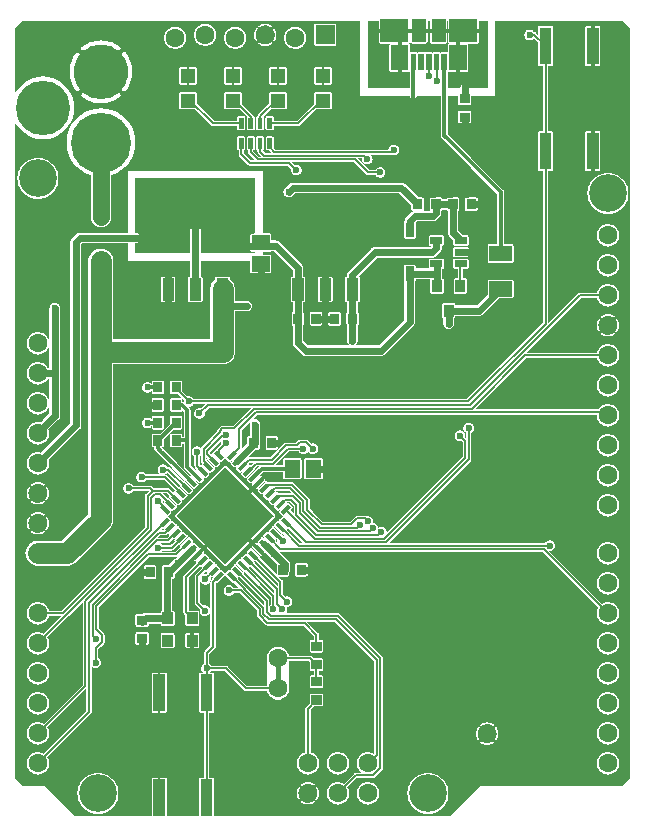
<source format=gbr>
G04 start of page 2 for group 0 idx 0 *
G04 Title: (unknown), top *
G04 Creator: pcb 1.99z *
G04 CreationDate: Fri May 13 00:02:03 2016 UTC *
G04 For: matt *
G04 Format: Gerber/RS-274X *
G04 PCB-Dimensions (mil): 2500.00 3000.00 *
G04 PCB-Coordinate-Origin: lower left *
%MOIN*%
%FSLAX25Y25*%
%LNTOP*%
%ADD27C,0.1378*%
%ADD26C,0.1181*%
%ADD25C,0.0394*%
%ADD24C,0.0118*%
%ADD23C,0.1221*%
%ADD22C,0.1260*%
%ADD21C,0.0159*%
%ADD20C,0.2008*%
%ADD19C,0.1811*%
%ADD18C,0.0630*%
%ADD17C,0.0559*%
%ADD16C,0.0709*%
%ADD15C,0.0236*%
%ADD14C,0.0118*%
%ADD13C,0.0236*%
%ADD12C,0.0059*%
%ADD11C,0.0001*%
G54D11*G36*
X109674Y96440D02*X109642Y96362D01*
X109621Y96277D01*
X109616Y96191D01*
X109621Y93014D01*
X104000Y98635D01*
X104022Y98688D01*
X104042Y98772D01*
X104049Y98859D01*
X104042Y98945D01*
X104022Y99030D01*
X103989Y99110D01*
X103943Y99184D01*
X103886Y99249D01*
X101772Y101357D01*
Y101475D01*
X104007Y99247D01*
X104080Y99201D01*
X104161Y99168D01*
X104245Y99148D01*
X104331Y99141D01*
X104418Y99148D01*
X104502Y99168D01*
X104582Y99201D01*
X104656Y99247D01*
X104721Y99304D01*
X105753Y100344D01*
X105760Y100354D01*
X109674Y96440D01*
G37*
G36*
X108759Y87205D02*X108192D01*
X106299Y89098D01*
Y90209D01*
X108759Y87749D01*
Y87205D01*
G37*
G36*
X62500Y225000D02*X102500D01*
Y206590D01*
X101292Y206589D01*
X101208Y206569D01*
X101128Y206536D01*
X101054Y206490D01*
X100988Y206434D01*
X100931Y206368D01*
X100886Y206294D01*
X100853Y206214D01*
X100833Y206129D01*
X100828Y206043D01*
X100830Y203664D01*
X100728Y203545D01*
X100582Y203307D01*
X100475Y203049D01*
X100410Y202778D01*
X100388Y202500D01*
X100410Y202222D01*
X100475Y201951D01*
X100582Y201693D01*
X100728Y201455D01*
X100832Y201333D01*
X100833Y200838D01*
X100853Y200754D01*
X100886Y200674D01*
X100931Y200600D01*
X100988Y200534D01*
X101054Y200478D01*
X101128Y200432D01*
X101208Y200399D01*
X101292Y200379D01*
X101379Y200374D01*
X102500Y200375D01*
Y200000D01*
X84252D01*
Y211949D01*
X84236Y212227D01*
X84170Y212498D01*
X84064Y212756D01*
X83918Y212993D01*
X83737Y213205D01*
X83525Y213387D01*
X83287Y213532D01*
X83029Y213639D01*
X82758Y213704D01*
X82480Y213726D01*
X82202Y213704D01*
X81931Y213639D01*
X81674Y213532D01*
X81436Y213387D01*
X81224Y213205D01*
X81043Y212993D01*
X80897Y212756D01*
X80790Y212498D01*
X80725Y212227D01*
X80709Y211949D01*
Y200000D01*
X62500D01*
Y203352D01*
X62680Y203363D01*
X62951Y203428D01*
X63208Y203535D01*
X63446Y203680D01*
X63658Y203862D01*
X63839Y204074D01*
X63985Y204311D01*
X64092Y204569D01*
X64157Y204840D01*
X64179Y205118D01*
X64157Y205396D01*
X64092Y205667D01*
X63985Y205925D01*
X63839Y206163D01*
X63658Y206375D01*
X63446Y206556D01*
X63208Y206702D01*
X62951Y206808D01*
X62680Y206873D01*
X62500Y206884D01*
Y225000D01*
G37*
G36*
X161280Y266988D02*X159264Y266983D01*
X159180Y266963D01*
X159099Y266930D01*
X159035Y266890D01*
X158971Y266930D01*
X158891Y266963D01*
X158807Y266983D01*
X158720Y266988D01*
X156705Y266983D01*
X156620Y266963D01*
X156540Y266930D01*
X156476Y266890D01*
X156412Y266930D01*
X156332Y266963D01*
X156248Y266983D01*
X156161Y266988D01*
X154146Y266983D01*
X154071Y266965D01*
X154070Y269358D01*
X154049Y269443D01*
X154016Y269523D01*
X153971Y269597D01*
X153915Y269663D01*
X153849Y269719D01*
X153775Y269764D01*
X153694Y269797D01*
X153610Y269818D01*
X153524Y269823D01*
X147630Y269818D01*
X147546Y269797D01*
X147466Y269764D01*
X147392Y269719D01*
X147326Y269663D01*
X147269Y269597D01*
X147224Y269523D01*
X147191Y269443D01*
X147170Y269358D01*
X147165Y269272D01*
X147170Y260917D01*
X147191Y260833D01*
X147224Y260753D01*
X147269Y260679D01*
X147326Y260613D01*
X147392Y260557D01*
X147466Y260511D01*
X147546Y260478D01*
X147630Y260458D01*
X147717Y260453D01*
X153610Y260458D01*
X153694Y260478D01*
X153775Y260511D01*
X153849Y260557D01*
X153878Y260582D01*
X153907Y260557D01*
X153937Y260539D01*
Y255000D01*
X140000D01*
Y277500D01*
X143622D01*
X143627Y270366D01*
X143647Y270282D01*
X143681Y270202D01*
X143726Y270128D01*
X143782Y270062D01*
X143848Y270005D01*
X143922Y269960D01*
X144002Y269927D01*
X144087Y269907D01*
X144173Y269902D01*
X153610Y269907D01*
X153694Y269927D01*
X153775Y269960D01*
X153849Y270005D01*
X153915Y270062D01*
X153971Y270128D01*
X154016Y270202D01*
X154049Y270282D01*
X154070Y270366D01*
X154075Y270453D01*
X154070Y277500D01*
X154154D01*
X154159Y270366D01*
X154179Y270282D01*
X154212Y270202D01*
X154257Y270128D01*
X154314Y270062D01*
X154380Y270005D01*
X154454Y269960D01*
X154534Y269927D01*
X154618Y269907D01*
X154705Y269902D01*
X159417Y269907D01*
X159502Y269927D01*
X159582Y269960D01*
X159656Y270005D01*
X159722Y270062D01*
X159778Y270128D01*
X159823Y270202D01*
X159857Y270282D01*
X159877Y270366D01*
X159882Y270453D01*
X159877Y277500D01*
X160748D01*
X160753Y270366D01*
X160773Y270282D01*
X160807Y270202D01*
X160852Y270128D01*
X160908Y270062D01*
X160974Y270005D01*
X161048Y269960D01*
X161128Y269927D01*
X161213Y269907D01*
X161299Y269902D01*
X166012Y269907D01*
X166096Y269927D01*
X166176Y269960D01*
X166250Y270005D01*
X166316Y270062D01*
X166372Y270128D01*
X166418Y270202D01*
X166451Y270282D01*
X166471Y270366D01*
X166476Y270453D01*
X166472Y277500D01*
X166555D01*
X166560Y270366D01*
X166580Y270282D01*
X166614Y270202D01*
X166659Y270128D01*
X166715Y270062D01*
X166781Y270005D01*
X166855Y269960D01*
X166935Y269927D01*
X167020Y269907D01*
X167106Y269902D01*
X176543Y269907D01*
X176628Y269927D01*
X176708Y269960D01*
X176782Y270005D01*
X176848Y270062D01*
X176904Y270128D01*
X176949Y270202D01*
X176983Y270282D01*
X177003Y270366D01*
X177008Y270453D01*
X177003Y277500D01*
X180000D01*
Y255000D01*
X173953D01*
X173934Y255077D01*
X173828Y255334D01*
X173682Y255572D01*
X173501Y255784D01*
X173289Y255965D01*
X173051Y256111D01*
X172793Y256218D01*
X172522Y256283D01*
X172244Y256305D01*
X171966Y256283D01*
X171695Y256218D01*
X171437Y256111D01*
X171200Y255965D01*
X170987Y255784D01*
X170806Y255572D01*
X170661Y255334D01*
X170554Y255077D01*
X170536Y255000D01*
X166615D01*
Y260497D01*
X166649Y260511D01*
X166723Y260557D01*
X166752Y260582D01*
X166781Y260557D01*
X166855Y260511D01*
X166935Y260478D01*
X167020Y260458D01*
X167106Y260453D01*
X173000Y260458D01*
X173084Y260478D01*
X173164Y260511D01*
X173238Y260557D01*
X173304Y260613D01*
X173361Y260679D01*
X173406Y260753D01*
X173439Y260833D01*
X173459Y260917D01*
X173465Y261004D01*
X173459Y269358D01*
X173439Y269443D01*
X173406Y269523D01*
X173361Y269597D01*
X173304Y269663D01*
X173238Y269719D01*
X173164Y269764D01*
X173084Y269797D01*
X173000Y269818D01*
X172913Y269823D01*
X167020Y269818D01*
X166935Y269797D01*
X166855Y269764D01*
X166781Y269719D01*
X166715Y269663D01*
X166659Y269597D01*
X166614Y269523D01*
X166580Y269443D01*
X166560Y269358D01*
X166555Y269272D01*
X166557Y266966D01*
X166484Y266983D01*
X166398Y266988D01*
X164382Y266983D01*
X164298Y266963D01*
X164218Y266930D01*
X164154Y266890D01*
X164090Y266930D01*
X164009Y266963D01*
X163925Y266983D01*
X163839Y266988D01*
X161823Y266983D01*
X161739Y266963D01*
X161658Y266930D01*
X161594Y266890D01*
X161531Y266930D01*
X161450Y266963D01*
X161366Y266983D01*
X161280Y266988D01*
G37*
G36*
X223130Y176331D02*X223137Y176276D01*
X223150Y176000D01*
X223137Y175724D01*
X223130Y175669D01*
Y176331D01*
G37*
G36*
Y277500D02*X225000D01*
X227500Y275000D01*
Y25000D01*
X225000Y22500D01*
X223130D01*
Y27950D01*
X223343Y28297D01*
X223568Y28841D01*
X223706Y29413D01*
X223740Y30000D01*
X223706Y30587D01*
X223568Y31159D01*
X223343Y31703D01*
X223130Y32050D01*
Y37950D01*
X223343Y38297D01*
X223568Y38841D01*
X223706Y39413D01*
X223740Y40000D01*
X223706Y40587D01*
X223568Y41159D01*
X223343Y41703D01*
X223130Y42050D01*
Y47950D01*
X223343Y48297D01*
X223568Y48841D01*
X223706Y49413D01*
X223740Y50000D01*
X223706Y50587D01*
X223568Y51159D01*
X223343Y51703D01*
X223130Y52050D01*
Y57950D01*
X223343Y58297D01*
X223568Y58841D01*
X223706Y59413D01*
X223740Y60000D01*
X223706Y60587D01*
X223568Y61159D01*
X223343Y61703D01*
X223130Y62050D01*
Y67950D01*
X223343Y68297D01*
X223568Y68841D01*
X223706Y69413D01*
X223740Y70000D01*
X223706Y70587D01*
X223568Y71159D01*
X223343Y71703D01*
X223130Y72050D01*
Y77950D01*
X223343Y78297D01*
X223568Y78841D01*
X223706Y79413D01*
X223740Y80000D01*
X223706Y80587D01*
X223568Y81159D01*
X223343Y81703D01*
X223130Y82050D01*
Y87950D01*
X223343Y88297D01*
X223568Y88841D01*
X223706Y89413D01*
X223740Y90000D01*
X223706Y90587D01*
X223568Y91159D01*
X223343Y91703D01*
X223130Y92050D01*
Y97950D01*
X223343Y98297D01*
X223568Y98841D01*
X223706Y99413D01*
X223740Y100000D01*
X223706Y100587D01*
X223568Y101159D01*
X223343Y101703D01*
X223130Y102050D01*
Y113950D01*
X223343Y114297D01*
X223568Y114841D01*
X223706Y115413D01*
X223740Y116000D01*
X223706Y116587D01*
X223568Y117159D01*
X223343Y117703D01*
X223130Y118050D01*
Y123950D01*
X223343Y124297D01*
X223568Y124841D01*
X223706Y125413D01*
X223740Y126000D01*
X223706Y126587D01*
X223568Y127159D01*
X223343Y127703D01*
X223130Y128050D01*
Y133950D01*
X223343Y134297D01*
X223568Y134841D01*
X223706Y135413D01*
X223740Y136000D01*
X223706Y136587D01*
X223568Y137159D01*
X223343Y137703D01*
X223130Y138050D01*
Y143950D01*
X223343Y144297D01*
X223568Y144841D01*
X223706Y145413D01*
X223740Y146000D01*
X223706Y146587D01*
X223568Y147159D01*
X223343Y147703D01*
X223130Y148050D01*
Y153950D01*
X223343Y154297D01*
X223568Y154841D01*
X223706Y155413D01*
X223740Y156000D01*
X223706Y156587D01*
X223568Y157159D01*
X223343Y157703D01*
X223130Y158050D01*
Y163950D01*
X223343Y164297D01*
X223568Y164841D01*
X223706Y165413D01*
X223740Y166000D01*
X223706Y166587D01*
X223568Y167159D01*
X223343Y167703D01*
X223130Y168050D01*
Y173956D01*
X223237Y174120D01*
X223389Y174410D01*
X223516Y174713D01*
X223615Y175026D01*
X223686Y175347D01*
X223729Y175672D01*
X223744Y176000D01*
X223729Y176328D01*
X223686Y176653D01*
X223615Y176974D01*
X223516Y177287D01*
X223389Y177590D01*
X223237Y177880D01*
X223130Y178047D01*
Y183950D01*
X223343Y184297D01*
X223568Y184841D01*
X223706Y185413D01*
X223740Y186000D01*
X223706Y186587D01*
X223568Y187159D01*
X223343Y187703D01*
X223130Y188050D01*
Y193950D01*
X223343Y194297D01*
X223568Y194841D01*
X223706Y195413D01*
X223740Y196000D01*
X223706Y196587D01*
X223568Y197159D01*
X223343Y197703D01*
X223130Y198050D01*
Y203950D01*
X223343Y204297D01*
X223568Y204841D01*
X223706Y205413D01*
X223740Y206000D01*
X223706Y206587D01*
X223568Y207159D01*
X223343Y207703D01*
X223130Y208050D01*
Y213880D01*
X224041Y214438D01*
X224861Y215139D01*
X225562Y215959D01*
X226126Y216879D01*
X226538Y217876D01*
X226790Y218925D01*
X226854Y220000D01*
X226790Y221075D01*
X226538Y222124D01*
X226126Y223121D01*
X225562Y224041D01*
X224861Y224861D01*
X224041Y225562D01*
X223130Y226120D01*
Y277500D01*
G37*
G36*
Y208050D02*X223035Y208205D01*
X222653Y208653D01*
X222205Y209035D01*
X221703Y209343D01*
X221159Y209568D01*
X220587Y209706D01*
X220000Y209752D01*
X219994Y209751D01*
Y213126D01*
X220000Y213125D01*
X221075Y213210D01*
X222124Y213462D01*
X223121Y213874D01*
X223130Y213880D01*
Y208050D01*
G37*
G36*
Y198050D02*X223035Y198205D01*
X222653Y198653D01*
X222205Y199035D01*
X221703Y199343D01*
X221159Y199568D01*
X220587Y199706D01*
X220000Y199752D01*
X219994Y199751D01*
Y202249D01*
X220000Y202248D01*
X220587Y202294D01*
X221159Y202432D01*
X221703Y202657D01*
X222205Y202965D01*
X222653Y203347D01*
X223035Y203795D01*
X223130Y203950D01*
Y198050D01*
G37*
G36*
Y188050D02*X223035Y188205D01*
X222653Y188653D01*
X222205Y189035D01*
X221703Y189343D01*
X221159Y189568D01*
X220587Y189706D01*
X220000Y189752D01*
X219994Y189751D01*
Y192249D01*
X220000Y192248D01*
X220587Y192294D01*
X221159Y192432D01*
X221703Y192657D01*
X222205Y192965D01*
X222653Y193347D01*
X223035Y193795D01*
X223130Y193950D01*
Y188050D01*
G37*
G36*
Y168050D02*X223035Y168205D01*
X222653Y168653D01*
X222205Y169035D01*
X221703Y169343D01*
X221159Y169568D01*
X220587Y169706D01*
X220000Y169752D01*
X219994Y169751D01*
Y172256D01*
X220000Y172256D01*
X220328Y172271D01*
X220653Y172314D01*
X220974Y172385D01*
X221287Y172484D01*
X221590Y172611D01*
X221880Y172763D01*
X222157Y172940D01*
X222193Y172970D01*
X222224Y173005D01*
X222249Y173045D01*
X222268Y173088D01*
X222279Y173133D01*
X222284Y173180D01*
X222281Y173227D01*
X222271Y173273D01*
X222253Y173316D01*
X222229Y173357D01*
X222199Y173393D01*
X222164Y173424D01*
X222124Y173449D01*
X222081Y173467D01*
X222036Y173479D01*
X221989Y173483D01*
X221942Y173480D01*
X221896Y173470D01*
X221853Y173453D01*
X221813Y173428D01*
X221582Y173277D01*
X221337Y173148D01*
X221082Y173042D01*
X220819Y172959D01*
X220550Y172899D01*
X220276Y172863D01*
X220000Y172850D01*
X219994Y172851D01*
Y179149D01*
X220000Y179150D01*
X220276Y179138D01*
X220550Y179101D01*
X220819Y179041D01*
X221082Y178958D01*
X221337Y178852D01*
X221582Y178723D01*
X221815Y178574D01*
X221854Y178550D01*
X221897Y178533D01*
X221943Y178523D01*
X221989Y178520D01*
X222035Y178524D01*
X222080Y178535D01*
X222123Y178554D01*
X222162Y178579D01*
X222197Y178609D01*
X222227Y178645D01*
X222250Y178685D01*
X222268Y178728D01*
X222278Y178774D01*
X222281Y178820D01*
X222276Y178866D01*
X222265Y178911D01*
X222247Y178954D01*
X222222Y178993D01*
X222191Y179028D01*
X222155Y179057D01*
X221880Y179237D01*
X221590Y179389D01*
X221287Y179516D01*
X220974Y179615D01*
X220653Y179686D01*
X220328Y179729D01*
X220000Y179744D01*
X219994Y179744D01*
Y182249D01*
X220000Y182248D01*
X220587Y182294D01*
X221159Y182432D01*
X221703Y182657D01*
X222205Y182965D01*
X222653Y183347D01*
X223035Y183795D01*
X223130Y183950D01*
Y178047D01*
X223060Y178157D01*
X223030Y178193D01*
X222995Y178224D01*
X222955Y178249D01*
X222912Y178268D01*
X222867Y178279D01*
X222820Y178284D01*
X222773Y178281D01*
X222727Y178271D01*
X222684Y178253D01*
X222643Y178229D01*
X222607Y178199D01*
X222576Y178164D01*
X222551Y178124D01*
X222533Y178081D01*
X222521Y178036D01*
X222517Y177989D01*
X222520Y177942D01*
X222530Y177896D01*
X222547Y177853D01*
X222572Y177813D01*
X222723Y177582D01*
X222852Y177337D01*
X222958Y177082D01*
X223041Y176819D01*
X223101Y176550D01*
X223130Y176331D01*
Y175669D01*
X223101Y175450D01*
X223041Y175181D01*
X222958Y174918D01*
X222852Y174663D01*
X222723Y174418D01*
X222574Y174185D01*
X222550Y174146D01*
X222533Y174103D01*
X222523Y174057D01*
X222520Y174011D01*
X222524Y173965D01*
X222535Y173920D01*
X222554Y173877D01*
X222579Y173838D01*
X222609Y173803D01*
X222645Y173773D01*
X222685Y173750D01*
X222728Y173732D01*
X222774Y173722D01*
X222820Y173719D01*
X222866Y173724D01*
X222911Y173735D01*
X222954Y173753D01*
X222993Y173778D01*
X223028Y173809D01*
X223057Y173845D01*
X223130Y173956D01*
Y168050D01*
G37*
G36*
Y158050D02*X223035Y158205D01*
X222653Y158653D01*
X222205Y159035D01*
X221703Y159343D01*
X221159Y159568D01*
X220587Y159706D01*
X220000Y159752D01*
X219994Y159751D01*
Y162249D01*
X220000Y162248D01*
X220587Y162294D01*
X221159Y162432D01*
X221703Y162657D01*
X222205Y162965D01*
X222653Y163347D01*
X223035Y163795D01*
X223130Y163950D01*
Y158050D01*
G37*
G36*
Y148050D02*X223035Y148205D01*
X222653Y148653D01*
X222205Y149035D01*
X221703Y149343D01*
X221159Y149568D01*
X220587Y149706D01*
X220000Y149752D01*
X219994Y149751D01*
Y152249D01*
X220000Y152248D01*
X220587Y152294D01*
X221159Y152432D01*
X221703Y152657D01*
X222205Y152965D01*
X222653Y153347D01*
X223035Y153795D01*
X223130Y153950D01*
Y148050D01*
G37*
G36*
Y138050D02*X223035Y138205D01*
X222653Y138653D01*
X222205Y139035D01*
X221703Y139343D01*
X221159Y139568D01*
X220587Y139706D01*
X220000Y139752D01*
X219994Y139751D01*
Y142249D01*
X220000Y142248D01*
X220587Y142294D01*
X221159Y142432D01*
X221703Y142657D01*
X222205Y142965D01*
X222653Y143347D01*
X223035Y143795D01*
X223130Y143950D01*
Y138050D01*
G37*
G36*
Y128050D02*X223035Y128205D01*
X222653Y128653D01*
X222205Y129035D01*
X221703Y129343D01*
X221159Y129568D01*
X220587Y129706D01*
X220000Y129752D01*
X219994Y129751D01*
Y132249D01*
X220000Y132248D01*
X220587Y132294D01*
X221159Y132432D01*
X221703Y132657D01*
X222205Y132965D01*
X222653Y133347D01*
X223035Y133795D01*
X223130Y133950D01*
Y128050D01*
G37*
G36*
Y118050D02*X223035Y118205D01*
X222653Y118653D01*
X222205Y119035D01*
X221703Y119343D01*
X221159Y119568D01*
X220587Y119706D01*
X220000Y119752D01*
X219994Y119751D01*
Y122249D01*
X220000Y122248D01*
X220587Y122294D01*
X221159Y122432D01*
X221703Y122657D01*
X222205Y122965D01*
X222653Y123347D01*
X223035Y123795D01*
X223130Y123950D01*
Y118050D01*
G37*
G36*
Y102050D02*X223035Y102205D01*
X222653Y102653D01*
X222205Y103035D01*
X221703Y103343D01*
X221159Y103568D01*
X220587Y103706D01*
X220000Y103752D01*
X219994Y103751D01*
Y112249D01*
X220000Y112248D01*
X220587Y112294D01*
X221159Y112432D01*
X221703Y112657D01*
X222205Y112965D01*
X222653Y113347D01*
X223035Y113795D01*
X223130Y113950D01*
Y102050D01*
G37*
G36*
Y92050D02*X223035Y92205D01*
X222653Y92653D01*
X222205Y93035D01*
X221703Y93343D01*
X221159Y93568D01*
X220587Y93706D01*
X220000Y93752D01*
X219994Y93751D01*
Y96249D01*
X220000Y96248D01*
X220587Y96294D01*
X221159Y96432D01*
X221703Y96657D01*
X222205Y96965D01*
X222653Y97347D01*
X223035Y97795D01*
X223130Y97950D01*
Y92050D01*
G37*
G36*
Y82050D02*X223035Y82205D01*
X222653Y82653D01*
X222205Y83035D01*
X221703Y83343D01*
X221159Y83568D01*
X220587Y83706D01*
X220000Y83752D01*
X219994Y83751D01*
Y86249D01*
X220000Y86248D01*
X220587Y86294D01*
X221159Y86432D01*
X221703Y86657D01*
X222205Y86965D01*
X222653Y87347D01*
X223035Y87795D01*
X223130Y87950D01*
Y82050D01*
G37*
G36*
Y72050D02*X223035Y72205D01*
X222653Y72653D01*
X222205Y73035D01*
X221703Y73343D01*
X221159Y73568D01*
X220587Y73706D01*
X220000Y73752D01*
X219994Y73751D01*
Y76249D01*
X220000Y76248D01*
X220587Y76294D01*
X221159Y76432D01*
X221703Y76657D01*
X222205Y76965D01*
X222653Y77347D01*
X223035Y77795D01*
X223130Y77950D01*
Y72050D01*
G37*
G36*
Y62050D02*X223035Y62205D01*
X222653Y62653D01*
X222205Y63035D01*
X221703Y63343D01*
X221159Y63568D01*
X220587Y63706D01*
X220000Y63752D01*
X219994Y63751D01*
Y66249D01*
X220000Y66248D01*
X220587Y66294D01*
X221159Y66432D01*
X221703Y66657D01*
X222205Y66965D01*
X222653Y67347D01*
X223035Y67795D01*
X223130Y67950D01*
Y62050D01*
G37*
G36*
Y52050D02*X223035Y52205D01*
X222653Y52653D01*
X222205Y53035D01*
X221703Y53343D01*
X221159Y53568D01*
X220587Y53706D01*
X220000Y53752D01*
X219994Y53751D01*
Y56249D01*
X220000Y56248D01*
X220587Y56294D01*
X221159Y56432D01*
X221703Y56657D01*
X222205Y56965D01*
X222653Y57347D01*
X223035Y57795D01*
X223130Y57950D01*
Y52050D01*
G37*
G36*
Y42050D02*X223035Y42205D01*
X222653Y42653D01*
X222205Y43035D01*
X221703Y43343D01*
X221159Y43568D01*
X220587Y43706D01*
X220000Y43752D01*
X219994Y43751D01*
Y46249D01*
X220000Y46248D01*
X220587Y46294D01*
X221159Y46432D01*
X221703Y46657D01*
X222205Y46965D01*
X222653Y47347D01*
X223035Y47795D01*
X223130Y47950D01*
Y42050D01*
G37*
G36*
Y32050D02*X223035Y32205D01*
X222653Y32653D01*
X222205Y33035D01*
X221703Y33343D01*
X221159Y33568D01*
X220587Y33706D01*
X220000Y33752D01*
X219994Y33751D01*
Y36249D01*
X220000Y36248D01*
X220587Y36294D01*
X221159Y36432D01*
X221703Y36657D01*
X222205Y36965D01*
X222653Y37347D01*
X223035Y37795D01*
X223130Y37950D01*
Y32050D01*
G37*
G36*
Y22500D02*X219994D01*
Y26249D01*
X220000Y26248D01*
X220587Y26294D01*
X221159Y26432D01*
X221703Y26657D01*
X222205Y26965D01*
X222653Y27347D01*
X223035Y27795D01*
X223130Y27950D01*
Y22500D01*
G37*
G36*
X219994Y277500D02*X223130D01*
Y226120D01*
X223121Y226126D01*
X222124Y226538D01*
X221075Y226790D01*
X220000Y226875D01*
X219994Y226874D01*
Y277500D01*
G37*
G36*
Y169751D02*X219413Y169706D01*
X218841Y169568D01*
X218297Y169343D01*
X217795Y169035D01*
X217347Y168653D01*
X216965Y168205D01*
X216870Y168050D01*
Y173953D01*
X216940Y173843D01*
X216970Y173807D01*
X217005Y173776D01*
X217045Y173751D01*
X217088Y173732D01*
X217133Y173721D01*
X217180Y173716D01*
X217227Y173719D01*
X217273Y173729D01*
X217316Y173747D01*
X217357Y173771D01*
X217393Y173801D01*
X217424Y173836D01*
X217449Y173876D01*
X217467Y173919D01*
X217479Y173964D01*
X217483Y174011D01*
X217480Y174058D01*
X217470Y174104D01*
X217453Y174147D01*
X217428Y174187D01*
X217277Y174418D01*
X217148Y174663D01*
X217042Y174918D01*
X216959Y175181D01*
X216899Y175450D01*
X216870Y175669D01*
Y176331D01*
X216899Y176550D01*
X216959Y176819D01*
X217042Y177082D01*
X217148Y177337D01*
X217277Y177582D01*
X217426Y177815D01*
X217450Y177854D01*
X217467Y177897D01*
X217477Y177943D01*
X217480Y177989D01*
X217476Y178035D01*
X217465Y178080D01*
X217446Y178123D01*
X217421Y178162D01*
X217391Y178197D01*
X217355Y178227D01*
X217315Y178250D01*
X217272Y178268D01*
X217226Y178278D01*
X217180Y178281D01*
X217134Y178276D01*
X217089Y178265D01*
X217046Y178247D01*
X217007Y178222D01*
X216972Y178191D01*
X216943Y178155D01*
X216870Y178044D01*
Y183950D01*
X216965Y183795D01*
X217347Y183347D01*
X217795Y182965D01*
X218297Y182657D01*
X218841Y182432D01*
X219413Y182294D01*
X219994Y182249D01*
Y179744D01*
X219672Y179729D01*
X219347Y179686D01*
X219026Y179615D01*
X218713Y179516D01*
X218410Y179389D01*
X218120Y179237D01*
X217843Y179060D01*
X217807Y179030D01*
X217776Y178995D01*
X217751Y178955D01*
X217732Y178912D01*
X217721Y178867D01*
X217716Y178820D01*
X217719Y178773D01*
X217729Y178727D01*
X217747Y178684D01*
X217771Y178643D01*
X217801Y178607D01*
X217836Y178576D01*
X217876Y178551D01*
X217919Y178533D01*
X217964Y178521D01*
X218011Y178517D01*
X218058Y178520D01*
X218104Y178530D01*
X218147Y178547D01*
X218187Y178572D01*
X218418Y178723D01*
X218663Y178852D01*
X218918Y178958D01*
X219181Y179041D01*
X219450Y179101D01*
X219724Y179138D01*
X219994Y179149D01*
Y172851D01*
X219724Y172863D01*
X219450Y172899D01*
X219181Y172959D01*
X218918Y173042D01*
X218663Y173148D01*
X218418Y173277D01*
X218185Y173426D01*
X218146Y173450D01*
X218103Y173467D01*
X218057Y173477D01*
X218011Y173480D01*
X217965Y173476D01*
X217920Y173465D01*
X217877Y173446D01*
X217838Y173421D01*
X217803Y173391D01*
X217773Y173355D01*
X217750Y173315D01*
X217732Y173272D01*
X217722Y173226D01*
X217719Y173180D01*
X217724Y173134D01*
X217735Y173089D01*
X217753Y173046D01*
X217778Y173007D01*
X217809Y172972D01*
X217845Y172943D01*
X218120Y172763D01*
X218410Y172611D01*
X218713Y172484D01*
X219026Y172385D01*
X219347Y172314D01*
X219672Y172271D01*
X219994Y172256D01*
Y169751D01*
G37*
G36*
X216870Y175669D02*X216862Y175724D01*
X216850Y176000D01*
X216862Y176276D01*
X216870Y176331D01*
Y175669D01*
G37*
G36*
Y168050D02*X216657Y167703D01*
X216432Y167159D01*
X216366Y166886D01*
X192746D01*
X210973Y185114D01*
X216366D01*
X216432Y184841D01*
X216657Y184297D01*
X216870Y183950D01*
Y178044D01*
X216763Y177880D01*
X216611Y177590D01*
X216484Y177287D01*
X216385Y176974D01*
X216314Y176653D01*
X216271Y176328D01*
X216256Y176000D01*
X216271Y175672D01*
X216314Y175347D01*
X216385Y175026D01*
X216484Y174713D01*
X216611Y174410D01*
X216763Y174120D01*
X216870Y173953D01*
Y168050D01*
G37*
G36*
X219994Y149751D02*X219413Y149706D01*
X218841Y149568D01*
X218297Y149343D01*
X217795Y149035D01*
X217347Y148653D01*
X216965Y148205D01*
X216798Y147934D01*
X175550D01*
X192729Y165114D01*
X216366D01*
X216432Y164841D01*
X216657Y164297D01*
X216965Y163795D01*
X217347Y163347D01*
X217795Y162965D01*
X218297Y162657D01*
X218841Y162432D01*
X219413Y162294D01*
X219994Y162249D01*
Y159751D01*
X219413Y159706D01*
X218841Y159568D01*
X218297Y159343D01*
X217795Y159035D01*
X217347Y158653D01*
X216965Y158205D01*
X216657Y157703D01*
X216432Y157159D01*
X216294Y156587D01*
X216248Y156000D01*
X216294Y155413D01*
X216432Y154841D01*
X216657Y154297D01*
X216965Y153795D01*
X217347Y153347D01*
X217795Y152965D01*
X218297Y152657D01*
X218841Y152432D01*
X219413Y152294D01*
X219994Y152249D01*
Y149751D01*
G37*
G36*
X182870Y40217D02*X182878Y40162D01*
X182890Y39886D01*
X182878Y39610D01*
X182870Y39554D01*
Y40217D01*
G37*
G36*
X219994Y22500D02*X182870D01*
Y37842D01*
X182977Y38005D01*
X183130Y38296D01*
X183256Y38599D01*
X183355Y38912D01*
X183426Y39232D01*
X183470Y39558D01*
X183484Y39886D01*
X183470Y40214D01*
X183426Y40539D01*
X183355Y40860D01*
X183256Y41173D01*
X183130Y41476D01*
X182977Y41766D01*
X182870Y41933D01*
Y100491D01*
X198255D01*
X216804Y81942D01*
X216657Y81703D01*
X216432Y81159D01*
X216294Y80587D01*
X216248Y80000D01*
X216294Y79413D01*
X216432Y78841D01*
X216657Y78297D01*
X216965Y77795D01*
X217347Y77347D01*
X217795Y76965D01*
X218297Y76657D01*
X218841Y76432D01*
X219413Y76294D01*
X219994Y76249D01*
Y73751D01*
X219413Y73706D01*
X218841Y73568D01*
X218297Y73343D01*
X217795Y73035D01*
X217347Y72653D01*
X216965Y72205D01*
X216657Y71703D01*
X216432Y71159D01*
X216294Y70587D01*
X216248Y70000D01*
X216294Y69413D01*
X216432Y68841D01*
X216657Y68297D01*
X216965Y67795D01*
X217347Y67347D01*
X217795Y66965D01*
X218297Y66657D01*
X218841Y66432D01*
X219413Y66294D01*
X219994Y66249D01*
Y63751D01*
X219413Y63706D01*
X218841Y63568D01*
X218297Y63343D01*
X217795Y63035D01*
X217347Y62653D01*
X216965Y62205D01*
X216657Y61703D01*
X216432Y61159D01*
X216294Y60587D01*
X216248Y60000D01*
X216294Y59413D01*
X216432Y58841D01*
X216657Y58297D01*
X216965Y57795D01*
X217347Y57347D01*
X217795Y56965D01*
X218297Y56657D01*
X218841Y56432D01*
X219413Y56294D01*
X219994Y56249D01*
Y53751D01*
X219413Y53706D01*
X218841Y53568D01*
X218297Y53343D01*
X217795Y53035D01*
X217347Y52653D01*
X216965Y52205D01*
X216657Y51703D01*
X216432Y51159D01*
X216294Y50587D01*
X216248Y50000D01*
X216294Y49413D01*
X216432Y48841D01*
X216657Y48297D01*
X216965Y47795D01*
X217347Y47347D01*
X217795Y46965D01*
X218297Y46657D01*
X218841Y46432D01*
X219413Y46294D01*
X219994Y46249D01*
Y43751D01*
X219413Y43706D01*
X218841Y43568D01*
X218297Y43343D01*
X217795Y43035D01*
X217347Y42653D01*
X216965Y42205D01*
X216657Y41703D01*
X216432Y41159D01*
X216294Y40587D01*
X216248Y40000D01*
X216294Y39413D01*
X216432Y38841D01*
X216657Y38297D01*
X216965Y37795D01*
X217347Y37347D01*
X217795Y36965D01*
X218297Y36657D01*
X218841Y36432D01*
X219413Y36294D01*
X219994Y36249D01*
Y33751D01*
X219413Y33706D01*
X218841Y33568D01*
X218297Y33343D01*
X217795Y33035D01*
X217347Y32653D01*
X216965Y32205D01*
X216657Y31703D01*
X216432Y31159D01*
X216294Y30587D01*
X216248Y30000D01*
X216294Y29413D01*
X216432Y28841D01*
X216657Y28297D01*
X216965Y27795D01*
X217347Y27347D01*
X217795Y26965D01*
X218297Y26657D01*
X218841Y26432D01*
X219413Y26294D01*
X219994Y26249D01*
Y22500D01*
G37*
G36*
X182870D02*X179742D01*
Y36142D01*
X180068Y36156D01*
X180394Y36200D01*
X180714Y36271D01*
X181027Y36370D01*
X181330Y36496D01*
X181621Y36649D01*
X181897Y36826D01*
X181933Y36856D01*
X181964Y36891D01*
X181989Y36930D01*
X182008Y36974D01*
X182020Y37019D01*
X182024Y37066D01*
X182021Y37113D01*
X182011Y37158D01*
X181993Y37202D01*
X181969Y37242D01*
X181939Y37279D01*
X181904Y37310D01*
X181864Y37335D01*
X181821Y37353D01*
X181776Y37365D01*
X181729Y37369D01*
X181682Y37366D01*
X181636Y37356D01*
X181593Y37339D01*
X181553Y37314D01*
X181322Y37162D01*
X181078Y37034D01*
X180823Y36928D01*
X180559Y36845D01*
X180290Y36785D01*
X180016Y36748D01*
X179742Y36736D01*
Y43035D01*
X180016Y43023D01*
X180290Y42987D01*
X180559Y42927D01*
X180823Y42844D01*
X181078Y42737D01*
X181322Y42609D01*
X181555Y42460D01*
X181594Y42436D01*
X181637Y42419D01*
X181683Y42408D01*
X181729Y42405D01*
X181775Y42410D01*
X181820Y42421D01*
X181863Y42440D01*
X181902Y42464D01*
X181937Y42495D01*
X181967Y42531D01*
X181991Y42571D01*
X182008Y42614D01*
X182018Y42659D01*
X182021Y42706D01*
X182017Y42752D01*
X182005Y42797D01*
X181987Y42840D01*
X181962Y42879D01*
X181931Y42914D01*
X181895Y42943D01*
X181621Y43123D01*
X181330Y43275D01*
X181027Y43402D01*
X180714Y43501D01*
X180394Y43572D01*
X180068Y43615D01*
X179742Y43630D01*
Y100491D01*
X182870D01*
Y41933D01*
X182800Y42043D01*
X182770Y42079D01*
X182735Y42110D01*
X182696Y42135D01*
X182652Y42154D01*
X182607Y42165D01*
X182560Y42170D01*
X182513Y42167D01*
X182468Y42156D01*
X182424Y42139D01*
X182384Y42115D01*
X182347Y42085D01*
X182316Y42050D01*
X182291Y42010D01*
X182273Y41967D01*
X182261Y41922D01*
X182257Y41875D01*
X182260Y41828D01*
X182270Y41782D01*
X182287Y41738D01*
X182312Y41699D01*
X182464Y41468D01*
X182592Y41223D01*
X182698Y40968D01*
X182781Y40705D01*
X182841Y40436D01*
X182870Y40217D01*
Y39554D01*
X182841Y39336D01*
X182781Y39067D01*
X182698Y38803D01*
X182592Y38548D01*
X182464Y38304D01*
X182315Y38071D01*
X182290Y38032D01*
X182273Y37989D01*
X182263Y37943D01*
X182260Y37897D01*
X182264Y37851D01*
X182276Y37806D01*
X182294Y37763D01*
X182319Y37724D01*
X182349Y37689D01*
X182385Y37659D01*
X182425Y37635D01*
X182468Y37618D01*
X182514Y37608D01*
X182560Y37605D01*
X182606Y37609D01*
X182651Y37621D01*
X182694Y37639D01*
X182733Y37664D01*
X182768Y37695D01*
X182797Y37731D01*
X182870Y37842D01*
Y22500D01*
G37*
G36*
X179742D02*X177500D01*
X176610Y21610D01*
Y37838D01*
X176680Y37729D01*
X176710Y37693D01*
X176745Y37662D01*
X176785Y37637D01*
X176828Y37618D01*
X176873Y37606D01*
X176920Y37602D01*
X176967Y37605D01*
X177013Y37615D01*
X177056Y37633D01*
X177097Y37657D01*
X177133Y37687D01*
X177164Y37722D01*
X177189Y37762D01*
X177208Y37805D01*
X177219Y37850D01*
X177224Y37897D01*
X177221Y37944D01*
X177210Y37990D01*
X177193Y38033D01*
X177168Y38073D01*
X177017Y38304D01*
X176889Y38548D01*
X176782Y38803D01*
X176699Y39067D01*
X176639Y39336D01*
X176610Y39554D01*
Y40217D01*
X176639Y40436D01*
X176699Y40705D01*
X176782Y40968D01*
X176889Y41223D01*
X177017Y41468D01*
X177166Y41700D01*
X177190Y41740D01*
X177207Y41783D01*
X177218Y41828D01*
X177221Y41875D01*
X177216Y41921D01*
X177205Y41966D01*
X177186Y42009D01*
X177162Y42048D01*
X177131Y42083D01*
X177095Y42113D01*
X177055Y42136D01*
X177012Y42153D01*
X176967Y42164D01*
X176920Y42167D01*
X176874Y42162D01*
X176829Y42151D01*
X176786Y42132D01*
X176747Y42108D01*
X176712Y42077D01*
X176683Y42041D01*
X176610Y41929D01*
Y100491D01*
X179742D01*
Y43630D01*
X179740Y43630D01*
X179412Y43615D01*
X179087Y43572D01*
X178766Y43501D01*
X178453Y43402D01*
X178150Y43275D01*
X177860Y43123D01*
X177583Y42946D01*
X177547Y42916D01*
X177516Y42881D01*
X177491Y42841D01*
X177472Y42798D01*
X177461Y42753D01*
X177456Y42706D01*
X177459Y42659D01*
X177470Y42613D01*
X177487Y42570D01*
X177511Y42529D01*
X177541Y42493D01*
X177576Y42462D01*
X177616Y42437D01*
X177659Y42418D01*
X177704Y42407D01*
X177751Y42402D01*
X177798Y42405D01*
X177844Y42416D01*
X177888Y42433D01*
X177927Y42458D01*
X178158Y42609D01*
X178403Y42737D01*
X178658Y42844D01*
X178921Y42927D01*
X179190Y42987D01*
X179464Y43023D01*
X179740Y43035D01*
X179742Y43035D01*
Y36736D01*
X179740Y36736D01*
X179464Y36748D01*
X179190Y36785D01*
X178921Y36845D01*
X178658Y36928D01*
X178403Y37034D01*
X178158Y37162D01*
X177926Y37311D01*
X177886Y37336D01*
X177843Y37353D01*
X177798Y37363D01*
X177751Y37366D01*
X177705Y37362D01*
X177660Y37350D01*
X177617Y37332D01*
X177578Y37307D01*
X177543Y37276D01*
X177513Y37241D01*
X177490Y37201D01*
X177473Y37158D01*
X177462Y37112D01*
X177459Y37066D01*
X177464Y37020D01*
X177475Y36975D01*
X177494Y36932D01*
X177518Y36893D01*
X177549Y36858D01*
X177585Y36829D01*
X177860Y36649D01*
X178150Y36496D01*
X178453Y36370D01*
X178766Y36271D01*
X179087Y36200D01*
X179412Y36156D01*
X179740Y36142D01*
X179742Y36142D01*
Y22500D01*
G37*
G36*
X176610Y39554D02*X176603Y39610D01*
X176591Y39886D01*
X176603Y40162D01*
X176610Y40217D01*
Y39554D01*
G37*
G36*
Y21610D02*X167500Y12500D01*
X159989D01*
Y13126D01*
X160000Y13125D01*
X161075Y13210D01*
X162124Y13462D01*
X163121Y13874D01*
X164041Y14438D01*
X164861Y15139D01*
X165562Y15959D01*
X166126Y16879D01*
X166538Y17876D01*
X166790Y18925D01*
X166854Y20000D01*
X166790Y21075D01*
X166538Y22124D01*
X166126Y23121D01*
X165562Y24041D01*
X164861Y24861D01*
X164041Y25562D01*
X163121Y26126D01*
X162124Y26538D01*
X161075Y26790D01*
X160000Y26875D01*
X159989Y26874D01*
Y100491D01*
X176610D01*
Y41929D01*
X176503Y41766D01*
X176351Y41476D01*
X176224Y41173D01*
X176125Y40860D01*
X176054Y40539D01*
X176011Y40214D01*
X175996Y39886D01*
X176011Y39558D01*
X176054Y39232D01*
X176125Y38912D01*
X176224Y38599D01*
X176351Y38296D01*
X176503Y38005D01*
X176610Y37838D01*
Y21610D01*
G37*
G36*
X139994Y66232D02*X142027Y64200D01*
Y33281D01*
X141942Y33196D01*
X141703Y33343D01*
X141159Y33568D01*
X140587Y33706D01*
X140000Y33752D01*
X139994Y33751D01*
Y66232D01*
G37*
G36*
X159989Y12500D02*X139994D01*
Y16249D01*
X140000Y16248D01*
X140587Y16294D01*
X141159Y16432D01*
X141703Y16657D01*
X142205Y16965D01*
X142653Y17347D01*
X143035Y17795D01*
X143343Y18297D01*
X143568Y18841D01*
X143706Y19413D01*
X143740Y20000D01*
X143706Y20587D01*
X143568Y21159D01*
X143343Y21703D01*
X143035Y22205D01*
X142653Y22653D01*
X142205Y23035D01*
X141703Y23343D01*
X141159Y23568D01*
X140587Y23706D01*
X140000Y23752D01*
X139994Y23751D01*
Y25098D01*
X141698D01*
X141732Y25095D01*
X141871Y25106D01*
X141871Y25106D01*
X142007Y25139D01*
X142136Y25192D01*
X142255Y25265D01*
X142361Y25355D01*
X142384Y25382D01*
X144697Y27695D01*
X144723Y27718D01*
X144814Y27824D01*
X144887Y27943D01*
X144940Y28072D01*
X144973Y28207D01*
X144984Y28346D01*
X144981Y28381D01*
Y65123D01*
X144984Y65157D01*
X144973Y65296D01*
X144973Y65297D01*
X144940Y65432D01*
X144887Y65561D01*
X144814Y65680D01*
X144723Y65786D01*
X144697Y65809D01*
X139994Y70511D01*
Y100491D01*
X159989D01*
Y26874D01*
X158925Y26790D01*
X157876Y26538D01*
X156879Y26126D01*
X155959Y25562D01*
X155139Y24861D01*
X154438Y24041D01*
X153874Y23121D01*
X153462Y22124D01*
X153210Y21075D01*
X153125Y20000D01*
X153210Y18925D01*
X153462Y17876D01*
X153874Y16879D01*
X154438Y15959D01*
X155139Y15139D01*
X155959Y14438D01*
X156879Y13874D01*
X157876Y13462D01*
X158925Y13210D01*
X159989Y13126D01*
Y12500D01*
G37*
G36*
X139994Y70511D02*X130770Y79736D01*
X130747Y79763D01*
X130641Y79853D01*
X130522Y79926D01*
X130393Y79980D01*
X130257Y80012D01*
X130257Y80012D01*
X130118Y80023D01*
X130083Y80020D01*
X117815D01*
Y92237D01*
X119447Y92239D01*
X119531Y92260D01*
X119611Y92293D01*
X119685Y92338D01*
X119751Y92394D01*
X119808Y92460D01*
X119853Y92534D01*
X119886Y92615D01*
X119906Y92699D01*
X119911Y92785D01*
X119906Y96277D01*
X119886Y96362D01*
X119853Y96442D01*
X119808Y96516D01*
X119751Y96582D01*
X119685Y96638D01*
X119611Y96684D01*
X119531Y96717D01*
X119447Y96737D01*
X119360Y96742D01*
X117815Y96740D01*
Y100491D01*
X139994D01*
Y70511D01*
G37*
G36*
X129994Y76232D02*X139994Y66232D01*
Y33751D01*
X139413Y33706D01*
X138841Y33568D01*
X138297Y33343D01*
X137795Y33035D01*
X137347Y32653D01*
X136965Y32205D01*
X136657Y31703D01*
X136432Y31159D01*
X136294Y30587D01*
X136248Y30000D01*
X136294Y29413D01*
X136432Y28841D01*
X136657Y28297D01*
X136965Y27795D01*
X137347Y27347D01*
X137795Y26965D01*
X137948Y26871D01*
X136019D01*
X135984Y26873D01*
X135845Y26863D01*
X135709Y26830D01*
X135581Y26777D01*
X135462Y26704D01*
X135355Y26613D01*
X135333Y26587D01*
X131942Y23196D01*
X131703Y23343D01*
X131159Y23568D01*
X130587Y23706D01*
X130000Y23752D01*
X129994Y23751D01*
Y26249D01*
X130000Y26248D01*
X130587Y26294D01*
X131159Y26432D01*
X131703Y26657D01*
X132205Y26965D01*
X132653Y27347D01*
X133035Y27795D01*
X133343Y28297D01*
X133568Y28841D01*
X133706Y29413D01*
X133740Y30000D01*
X133706Y30587D01*
X133568Y31159D01*
X133343Y31703D01*
X133035Y32205D01*
X132653Y32653D01*
X132205Y33035D01*
X131703Y33343D01*
X131159Y33568D01*
X130587Y33706D01*
X130000Y33752D01*
X129994Y33751D01*
Y76232D01*
G37*
G36*
X139994Y12500D02*X129994D01*
Y16249D01*
X130000Y16248D01*
X130587Y16294D01*
X131159Y16432D01*
X131703Y16657D01*
X132205Y16965D01*
X132653Y17347D01*
X133035Y17795D01*
X133343Y18297D01*
X133568Y18841D01*
X133706Y19413D01*
X133740Y20000D01*
X133706Y20587D01*
X133568Y21159D01*
X133343Y21703D01*
X133196Y21942D01*
X136351Y25098D01*
X139994D01*
Y23751D01*
X139413Y23706D01*
X138841Y23568D01*
X138297Y23343D01*
X137795Y23035D01*
X137347Y22653D01*
X136965Y22205D01*
X136657Y21703D01*
X136432Y21159D01*
X136294Y20587D01*
X136248Y20000D01*
X136294Y19413D01*
X136432Y18841D01*
X136657Y18297D01*
X136965Y17795D01*
X137347Y17347D01*
X137795Y16965D01*
X138297Y16657D01*
X138841Y16432D01*
X139413Y16294D01*
X139994Y16249D01*
Y12500D01*
G37*
G36*
X123130Y20331D02*X123137Y20276D01*
X123150Y20000D01*
X123137Y19724D01*
X123130Y19669D01*
Y20331D01*
G37*
G36*
X129994Y12500D02*X123130D01*
Y17956D01*
X123237Y18120D01*
X123389Y18410D01*
X123516Y18713D01*
X123615Y19026D01*
X123686Y19347D01*
X123729Y19672D01*
X123744Y20000D01*
X123729Y20328D01*
X123686Y20653D01*
X123615Y20974D01*
X123516Y21287D01*
X123389Y21590D01*
X123237Y21880D01*
X123130Y22047D01*
Y27950D01*
X123343Y28297D01*
X123568Y28841D01*
X123706Y29413D01*
X123740Y30000D01*
X123706Y30587D01*
X123568Y31159D01*
X123343Y31703D01*
X123130Y32050D01*
Y48989D01*
X124624Y48991D01*
X124708Y49012D01*
X124788Y49045D01*
X124862Y49090D01*
X124928Y49146D01*
X124985Y49212D01*
X125030Y49286D01*
X125063Y49367D01*
X125083Y49451D01*
X125089Y49537D01*
X125083Y52714D01*
X125063Y52799D01*
X125030Y52879D01*
X124985Y52953D01*
X124928Y53019D01*
X124862Y53075D01*
X124788Y53121D01*
X124708Y53154D01*
X124624Y53174D01*
X124537Y53179D01*
X123130Y53177D01*
Y55092D01*
X124624Y55094D01*
X124708Y55114D01*
X124788Y55147D01*
X124862Y55192D01*
X124928Y55249D01*
X124985Y55315D01*
X125030Y55389D01*
X125063Y55469D01*
X125083Y55553D01*
X125089Y55640D01*
X125083Y58817D01*
X125063Y58901D01*
X125030Y58981D01*
X124985Y59055D01*
X124928Y59121D01*
X124862Y59178D01*
X124788Y59223D01*
X124708Y59256D01*
X124624Y59276D01*
X124537Y59281D01*
X123721Y59280D01*
Y60801D01*
X124624Y60802D01*
X124708Y60823D01*
X124788Y60856D01*
X124862Y60901D01*
X124928Y60957D01*
X124985Y61023D01*
X125030Y61097D01*
X125063Y61178D01*
X125083Y61262D01*
X125089Y61348D01*
X125083Y64525D01*
X125063Y64610D01*
X125030Y64690D01*
X124985Y64764D01*
X124928Y64830D01*
X124862Y64886D01*
X124788Y64932D01*
X124708Y64965D01*
X124624Y64985D01*
X124537Y64990D01*
X123130Y64988D01*
Y66903D01*
X124624Y66905D01*
X124708Y66925D01*
X124788Y66958D01*
X124862Y67003D01*
X124928Y67060D01*
X124985Y67126D01*
X125030Y67200D01*
X125063Y67280D01*
X125083Y67364D01*
X125089Y67451D01*
X125083Y70628D01*
X125063Y70712D01*
X125030Y70792D01*
X124985Y70866D01*
X124928Y70932D01*
X124862Y70989D01*
X124788Y71034D01*
X124708Y71067D01*
X124624Y71087D01*
X124537Y71093D01*
X123721Y71091D01*
Y72800D01*
X123724Y72835D01*
X123713Y72974D01*
X123713Y72974D01*
X123680Y73109D01*
X123627Y73238D01*
X123554Y73357D01*
X123463Y73463D01*
X123437Y73486D01*
X123130Y73793D01*
Y77066D01*
X129160D01*
X129994Y76232D01*
Y33751D01*
X129413Y33706D01*
X128841Y33568D01*
X128297Y33343D01*
X127795Y33035D01*
X127347Y32653D01*
X126965Y32205D01*
X126657Y31703D01*
X126432Y31159D01*
X126294Y30587D01*
X126248Y30000D01*
X126294Y29413D01*
X126432Y28841D01*
X126657Y28297D01*
X126965Y27795D01*
X127347Y27347D01*
X127795Y26965D01*
X128297Y26657D01*
X128841Y26432D01*
X129413Y26294D01*
X129994Y26249D01*
Y23751D01*
X129413Y23706D01*
X128841Y23568D01*
X128297Y23343D01*
X127795Y23035D01*
X127347Y22653D01*
X126965Y22205D01*
X126657Y21703D01*
X126432Y21159D01*
X126294Y20587D01*
X126248Y20000D01*
X126294Y19413D01*
X126432Y18841D01*
X126657Y18297D01*
X126965Y17795D01*
X127347Y17347D01*
X127795Y16965D01*
X128297Y16657D01*
X128841Y16432D01*
X129413Y16294D01*
X129994Y16249D01*
Y12500D01*
G37*
G36*
X123130Y73793D02*X119857Y77066D01*
X123130D01*
Y73793D01*
G37*
G36*
Y64988D02*X121996Y64986D01*
X121380Y65602D01*
X121357Y65629D01*
X121251Y65719D01*
X121132Y65792D01*
X121003Y65846D01*
X120867Y65878D01*
X120867Y65878D01*
X120728Y65889D01*
X120694Y65886D01*
X117815D01*
Y75885D01*
X118530D01*
X121948Y72467D01*
Y71089D01*
X121045Y71087D01*
X120961Y71067D01*
X120881Y71034D01*
X120807Y70989D01*
X120741Y70932D01*
X120685Y70866D01*
X120639Y70792D01*
X120606Y70712D01*
X120586Y70628D01*
X120581Y70541D01*
X120586Y67364D01*
X120606Y67280D01*
X120639Y67200D01*
X120685Y67126D01*
X120741Y67060D01*
X120807Y67003D01*
X120881Y66958D01*
X120961Y66925D01*
X121045Y66905D01*
X121132Y66900D01*
X123130Y66903D01*
Y64988D01*
G37*
G36*
Y53177D02*X121045Y53174D01*
X120961Y53154D01*
X120881Y53121D01*
X120807Y53075D01*
X120741Y53019D01*
X120685Y52953D01*
X120639Y52879D01*
X120606Y52799D01*
X120586Y52714D01*
X120581Y52628D01*
X120585Y50087D01*
X119398Y48899D01*
X119371Y48877D01*
X119281Y48771D01*
X119208Y48652D01*
X119154Y48523D01*
X119122Y48387D01*
X119122Y48387D01*
X119111Y48248D01*
X119114Y48213D01*
Y33634D01*
X118841Y33568D01*
X118297Y33343D01*
X117815Y33048D01*
Y64114D01*
X120361D01*
X120582Y63893D01*
X120586Y61262D01*
X120606Y61178D01*
X120639Y61097D01*
X120685Y61023D01*
X120741Y60957D01*
X120807Y60901D01*
X120881Y60856D01*
X120961Y60823D01*
X121045Y60802D01*
X121132Y60797D01*
X121948Y60798D01*
Y59278D01*
X121045Y59276D01*
X120961Y59256D01*
X120881Y59223D01*
X120807Y59178D01*
X120741Y59121D01*
X120685Y59055D01*
X120639Y58981D01*
X120606Y58901D01*
X120586Y58817D01*
X120581Y58730D01*
X120586Y55553D01*
X120606Y55469D01*
X120639Y55389D01*
X120685Y55315D01*
X120741Y55249D01*
X120807Y55192D01*
X120881Y55147D01*
X120961Y55114D01*
X121045Y55094D01*
X121132Y55089D01*
X123130Y55092D01*
Y53177D01*
G37*
G36*
Y32050D02*X123035Y32205D01*
X122653Y32653D01*
X122205Y33035D01*
X121703Y33343D01*
X121159Y33568D01*
X120886Y33634D01*
Y47881D01*
X121993Y48987D01*
X123130Y48989D01*
Y32050D01*
G37*
G36*
Y12500D02*X117815D01*
Y16967D01*
X117845Y16943D01*
X118120Y16763D01*
X118410Y16611D01*
X118713Y16484D01*
X119026Y16385D01*
X119347Y16314D01*
X119672Y16271D01*
X120000Y16256D01*
X120328Y16271D01*
X120653Y16314D01*
X120974Y16385D01*
X121287Y16484D01*
X121590Y16611D01*
X121880Y16763D01*
X122157Y16940D01*
X122193Y16970D01*
X122224Y17005D01*
X122249Y17045D01*
X122268Y17088D01*
X122279Y17133D01*
X122284Y17180D01*
X122281Y17227D01*
X122271Y17273D01*
X122253Y17316D01*
X122229Y17357D01*
X122199Y17393D01*
X122164Y17424D01*
X122124Y17449D01*
X122081Y17467D01*
X122036Y17479D01*
X121989Y17483D01*
X121942Y17480D01*
X121896Y17470D01*
X121853Y17453D01*
X121813Y17428D01*
X121582Y17277D01*
X121337Y17148D01*
X121082Y17042D01*
X120819Y16959D01*
X120550Y16899D01*
X120276Y16863D01*
X120000Y16850D01*
X119724Y16863D01*
X119450Y16899D01*
X119181Y16959D01*
X118918Y17042D01*
X118663Y17148D01*
X118418Y17277D01*
X118185Y17426D01*
X118146Y17450D01*
X118103Y17467D01*
X118057Y17477D01*
X118011Y17480D01*
X117965Y17476D01*
X117920Y17465D01*
X117877Y17446D01*
X117838Y17421D01*
X117815Y17401D01*
Y22595D01*
X117836Y22576D01*
X117876Y22551D01*
X117919Y22533D01*
X117964Y22521D01*
X118011Y22517D01*
X118058Y22520D01*
X118104Y22530D01*
X118147Y22547D01*
X118187Y22572D01*
X118418Y22723D01*
X118663Y22852D01*
X118918Y22958D01*
X119181Y23041D01*
X119450Y23101D01*
X119724Y23138D01*
X120000Y23150D01*
X120276Y23138D01*
X120550Y23101D01*
X120819Y23041D01*
X121082Y22958D01*
X121337Y22852D01*
X121582Y22723D01*
X121815Y22574D01*
X121854Y22550D01*
X121897Y22533D01*
X121943Y22523D01*
X121989Y22520D01*
X122035Y22524D01*
X122080Y22535D01*
X122123Y22554D01*
X122162Y22579D01*
X122197Y22609D01*
X122227Y22645D01*
X122250Y22685D01*
X122268Y22728D01*
X122278Y22774D01*
X122281Y22820D01*
X122276Y22866D01*
X122265Y22911D01*
X122247Y22954D01*
X122222Y22993D01*
X122191Y23028D01*
X122155Y23057D01*
X121880Y23237D01*
X121590Y23389D01*
X121287Y23516D01*
X120974Y23615D01*
X120653Y23686D01*
X120328Y23729D01*
X120000Y23744D01*
X119672Y23729D01*
X119347Y23686D01*
X119026Y23615D01*
X118713Y23516D01*
X118410Y23389D01*
X118120Y23237D01*
X117843Y23060D01*
X117815Y23037D01*
Y26952D01*
X118297Y26657D01*
X118841Y26432D01*
X119413Y26294D01*
X120000Y26248D01*
X120587Y26294D01*
X121159Y26432D01*
X121703Y26657D01*
X122205Y26965D01*
X122653Y27347D01*
X123035Y27795D01*
X123130Y27950D01*
Y22047D01*
X123060Y22157D01*
X123030Y22193D01*
X122995Y22224D01*
X122955Y22249D01*
X122912Y22268D01*
X122867Y22279D01*
X122820Y22284D01*
X122773Y22281D01*
X122727Y22271D01*
X122684Y22253D01*
X122643Y22229D01*
X122607Y22199D01*
X122576Y22164D01*
X122551Y22124D01*
X122533Y22081D01*
X122521Y22036D01*
X122517Y21989D01*
X122520Y21942D01*
X122530Y21896D01*
X122547Y21853D01*
X122572Y21813D01*
X122723Y21582D01*
X122852Y21337D01*
X122958Y21082D01*
X123041Y20819D01*
X123101Y20550D01*
X123130Y20331D01*
Y19669D01*
X123101Y19450D01*
X123041Y19181D01*
X122958Y18918D01*
X122852Y18663D01*
X122723Y18418D01*
X122574Y18185D01*
X122550Y18146D01*
X122533Y18103D01*
X122523Y18057D01*
X122520Y18011D01*
X122524Y17965D01*
X122535Y17920D01*
X122554Y17877D01*
X122579Y17838D01*
X122609Y17803D01*
X122645Y17773D01*
X122685Y17750D01*
X122728Y17732D01*
X122774Y17722D01*
X122820Y17719D01*
X122866Y17724D01*
X122911Y17735D01*
X122954Y17753D01*
X122993Y17778D01*
X123028Y17809D01*
X123057Y17845D01*
X123130Y17956D01*
Y12500D01*
G37*
G36*
X117815Y80020D02*X112648D01*
X112674Y80042D01*
X112855Y80254D01*
X113001Y80492D01*
X113108Y80750D01*
X113173Y81021D01*
X113189Y81299D01*
X113173Y81577D01*
X113108Y81848D01*
X113011Y82082D01*
X113270Y82103D01*
X113541Y82168D01*
X113799Y82275D01*
X114037Y82420D01*
X114249Y82601D01*
X114430Y82814D01*
X114576Y83051D01*
X114683Y83309D01*
X114748Y83580D01*
X114764Y83858D01*
X114748Y84136D01*
X114683Y84408D01*
X114576Y84665D01*
X114430Y84903D01*
X114249Y85115D01*
X114037Y85296D01*
X113799Y85442D01*
X113541Y85549D01*
X113270Y85614D01*
X112992Y85636D01*
X112714Y85614D01*
X112534Y85571D01*
X111713Y86391D01*
Y90520D01*
X111716Y90554D01*
X111705Y90693D01*
X111705Y90693D01*
X111672Y90829D01*
X111619Y90958D01*
X111546Y91077D01*
X111456Y91183D01*
X111429Y91206D01*
X110400Y92235D01*
X113344Y92239D01*
X113429Y92260D01*
X113509Y92293D01*
X113583Y92338D01*
X113649Y92394D01*
X113705Y92460D01*
X113750Y92534D01*
X113784Y92615D01*
X113804Y92699D01*
X113809Y92785D01*
X113808Y93729D01*
X113895Y93939D01*
X113960Y94210D01*
X113976Y94488D01*
Y96345D01*
X113982Y96415D01*
X113960Y96692D01*
X113960Y96693D01*
X113960Y96693D01*
Y96693D01*
X113941Y96772D01*
X113895Y96964D01*
X113895Y96964D01*
X113895Y96964D01*
X113852Y97068D01*
X113788Y97221D01*
X113788Y97221D01*
X113788Y97221D01*
X113737Y97306D01*
X113642Y97459D01*
X113642Y97459D01*
X113642Y97459D01*
X113461Y97671D01*
X113408Y97716D01*
X110595Y100530D01*
X110690Y100507D01*
X110721Y100500D01*
X110721D01*
X110721Y100500D01*
X110860Y100489D01*
X110895Y100491D01*
X117815D01*
Y96740D01*
X116183Y96737D01*
X116099Y96717D01*
X116019Y96684D01*
X115945Y96638D01*
X115879Y96582D01*
X115822Y96516D01*
X115777Y96442D01*
X115744Y96362D01*
X115724Y96277D01*
X115719Y96191D01*
X115724Y92699D01*
X115744Y92615D01*
X115777Y92534D01*
X115822Y92460D01*
X115879Y92394D01*
X115945Y92338D01*
X116019Y92293D01*
X116099Y92260D01*
X116183Y92239D01*
X116270Y92234D01*
X117815Y92237D01*
Y80020D01*
G37*
G36*
Y65886D02*X113681D01*
X113612Y66174D01*
X113384Y66724D01*
X113073Y67233D01*
X112686Y67686D01*
X112233Y68073D01*
X111724Y68384D01*
X111174Y68612D01*
X110594Y68751D01*
X110000Y68798D01*
X109406Y68751D01*
X108826Y68612D01*
X108276Y68384D01*
X107767Y68073D01*
X107314Y67686D01*
X106927Y67233D01*
X106616Y66724D01*
X106388Y66174D01*
X106249Y65594D01*
X106214Y65000D01*
Y55886D01*
X99698D01*
X93368Y62216D01*
X93345Y62243D01*
X93239Y62334D01*
X93120Y62406D01*
X92991Y62460D01*
X92856Y62492D01*
X92855Y62492D01*
X92717Y62503D01*
X92682Y62501D01*
X87755D01*
X87658Y62659D01*
X87477Y62871D01*
X87265Y63052D01*
X87107Y63149D01*
Y66365D01*
X88988Y68246D01*
X89015Y68269D01*
X89105Y68375D01*
X89178Y68494D01*
X89232Y68623D01*
X89264Y68759D01*
X89275Y68898D01*
X89272Y68932D01*
Y89924D01*
X89492Y90143D01*
X89545Y90121D01*
X89630Y90101D01*
X89716Y90094D01*
X89803Y90101D01*
X89887Y90121D01*
X89967Y90154D01*
X90041Y90200D01*
X90106Y90257D01*
X92498Y92657D01*
X92528Y92623D01*
X94959Y90200D01*
X95033Y90154D01*
X95113Y90121D01*
X95197Y90101D01*
X95284Y90094D01*
X95370Y90101D01*
X95455Y90121D01*
X95508Y90143D01*
X97166Y88485D01*
X95236D01*
X95139Y88643D01*
X94958Y88855D01*
X94746Y89036D01*
X94508Y89182D01*
X94250Y89289D01*
X93979Y89354D01*
X93701Y89376D01*
X93423Y89354D01*
X93152Y89289D01*
X92894Y89182D01*
X92656Y89036D01*
X92444Y88855D01*
X92263Y88643D01*
X92117Y88405D01*
X92010Y88148D01*
X91945Y87876D01*
X91923Y87598D01*
X91945Y87320D01*
X92010Y87049D01*
X92117Y86791D01*
X92263Y86554D01*
X92444Y86342D01*
X92656Y86160D01*
X92894Y86015D01*
X93152Y85908D01*
X93423Y85843D01*
X93701Y85821D01*
X93979Y85843D01*
X94250Y85908D01*
X94508Y86015D01*
X94746Y86160D01*
X94958Y86342D01*
X95139Y86554D01*
X95236Y86712D01*
X97271D01*
X103051Y80932D01*
Y79365D01*
X103048Y79331D01*
X103059Y79192D01*
X103059Y79192D01*
X103091Y79056D01*
X103145Y78927D01*
X103218Y78808D01*
X103308Y78702D01*
X103335Y78679D01*
X105845Y76169D01*
X105867Y76143D01*
X105973Y76052D01*
X106092Y75979D01*
X106221Y75926D01*
X106357Y75893D01*
X106357Y75893D01*
X106496Y75882D01*
X106531Y75885D01*
X117815D01*
Y65886D01*
G37*
G36*
X116870Y64114D02*X117815D01*
Y33048D01*
X117795Y33035D01*
X117347Y32653D01*
X116965Y32205D01*
X116870Y32050D01*
Y64114D01*
G37*
G36*
X117815Y12500D02*X116870D01*
Y17953D01*
X116940Y17843D01*
X116970Y17807D01*
X117005Y17776D01*
X117045Y17751D01*
X117088Y17732D01*
X117133Y17721D01*
X117180Y17716D01*
X117227Y17719D01*
X117273Y17729D01*
X117316Y17747D01*
X117357Y17771D01*
X117393Y17801D01*
X117424Y17836D01*
X117449Y17876D01*
X117467Y17919D01*
X117479Y17964D01*
X117483Y18011D01*
X117480Y18058D01*
X117470Y18104D01*
X117453Y18147D01*
X117428Y18187D01*
X117277Y18418D01*
X117148Y18663D01*
X117042Y18918D01*
X116959Y19181D01*
X116899Y19450D01*
X116870Y19669D01*
Y20331D01*
X116899Y20550D01*
X116959Y20819D01*
X117042Y21082D01*
X117148Y21337D01*
X117277Y21582D01*
X117426Y21815D01*
X117450Y21854D01*
X117467Y21897D01*
X117477Y21943D01*
X117480Y21989D01*
X117476Y22035D01*
X117465Y22080D01*
X117446Y22123D01*
X117421Y22162D01*
X117391Y22197D01*
X117355Y22227D01*
X117315Y22250D01*
X117272Y22268D01*
X117226Y22278D01*
X117180Y22281D01*
X117134Y22276D01*
X117089Y22265D01*
X117046Y22247D01*
X117007Y22222D01*
X116972Y22191D01*
X116943Y22155D01*
X116870Y22044D01*
Y27950D01*
X116965Y27795D01*
X117347Y27347D01*
X117795Y26965D01*
X117815Y26952D01*
Y23037D01*
X117807Y23030D01*
X117776Y22995D01*
X117751Y22955D01*
X117732Y22912D01*
X117721Y22867D01*
X117716Y22820D01*
X117719Y22773D01*
X117729Y22727D01*
X117747Y22684D01*
X117771Y22643D01*
X117801Y22607D01*
X117815Y22595D01*
Y17401D01*
X117803Y17391D01*
X117773Y17355D01*
X117750Y17315D01*
X117732Y17272D01*
X117722Y17226D01*
X117719Y17180D01*
X117723Y17134D01*
X117735Y17089D01*
X117753Y17046D01*
X117778Y17007D01*
X117809Y16972D01*
X117815Y16967D01*
Y12500D01*
G37*
G36*
X116870Y19669D02*X116862Y19724D01*
X116850Y20000D01*
X116862Y20276D01*
X116870Y20331D01*
Y19669D01*
G37*
G36*
Y12500D02*X88780D01*
X88774Y24699D01*
X88753Y24789D01*
X88717Y24875D01*
X88669Y24955D01*
X88608Y25025D01*
X88537Y25086D01*
X88458Y25135D01*
X88372Y25170D01*
X88282Y25192D01*
X88189Y25197D01*
X87107Y25196D01*
Y46854D01*
X88282Y46855D01*
X88372Y46877D01*
X88458Y46913D01*
X88537Y46961D01*
X88608Y47022D01*
X88669Y47092D01*
X88717Y47172D01*
X88753Y47258D01*
X88774Y47348D01*
X88780Y47441D01*
X88774Y59738D01*
X88753Y59829D01*
X88717Y59915D01*
X88669Y59994D01*
X88608Y60065D01*
X88537Y60125D01*
X88458Y60174D01*
X88372Y60209D01*
X88282Y60231D01*
X88189Y60237D01*
X87335Y60236D01*
X87477Y60357D01*
X87658Y60569D01*
X87755Y60728D01*
X92349D01*
X98679Y54398D01*
X98702Y54371D01*
X98808Y54281D01*
X98927Y54208D01*
X99056Y54154D01*
X99192Y54122D01*
X99192Y54122D01*
X99331Y54111D01*
X99365Y54114D01*
X106319D01*
X106388Y53826D01*
X106616Y53276D01*
X106927Y52767D01*
X107314Y52314D01*
X107767Y51927D01*
X108276Y51616D01*
X108826Y51388D01*
X109406Y51249D01*
X110000Y51202D01*
X110594Y51249D01*
X111174Y51388D01*
X111724Y51616D01*
X112233Y51927D01*
X112686Y52314D01*
X113073Y52767D01*
X113384Y53276D01*
X113612Y53826D01*
X113751Y54406D01*
X113786Y55000D01*
Y64114D01*
X116870D01*
Y32050D01*
X116657Y31703D01*
X116432Y31159D01*
X116294Y30587D01*
X116248Y30000D01*
X116294Y29413D01*
X116432Y28841D01*
X116657Y28297D01*
X116870Y27950D01*
Y22044D01*
X116763Y21880D01*
X116611Y21590D01*
X116484Y21287D01*
X116385Y20974D01*
X116314Y20653D01*
X116271Y20328D01*
X116256Y20000D01*
X116271Y19672D01*
X116314Y19347D01*
X116385Y19026D01*
X116484Y18713D01*
X116611Y18410D01*
X116763Y18120D01*
X116870Y17953D01*
Y12500D01*
G37*
G36*
X82824Y145209D02*X83051Y145070D01*
X83309Y144963D01*
X83580Y144898D01*
X83858Y144876D01*
X84136Y144898D01*
X84408Y144963D01*
X84665Y145070D01*
X84903Y145216D01*
X85115Y145397D01*
X85296Y145609D01*
X85442Y145847D01*
X85549Y146104D01*
X85614Y146375D01*
X85630Y146654D01*
X85614Y146932D01*
X85571Y147112D01*
X86981Y148523D01*
X101088D01*
X95086Y142520D01*
X91551D01*
X91516Y142523D01*
X91377Y142512D01*
X91241Y142480D01*
X91112Y142426D01*
X90993Y142353D01*
X90887Y142263D01*
X90864Y142236D01*
X90126Y141498D01*
X90100Y141475D01*
X90009Y141369D01*
X89936Y141250D01*
X89883Y141121D01*
X89850Y140986D01*
X89850Y140985D01*
X89839Y140846D01*
X89842Y140812D01*
Y140623D01*
X84614Y135396D01*
X84588Y135373D01*
X84497Y135267D01*
X84424Y135148D01*
X84384Y135050D01*
X84328Y135115D01*
X84116Y135296D01*
X83878Y135442D01*
X83620Y135549D01*
X83349Y135614D01*
X83071Y135636D01*
X82824Y135616D01*
Y145209D01*
G37*
G36*
Y149704D02*X85655D01*
X84317Y148366D01*
X84136Y148409D01*
X83858Y148431D01*
X83580Y148409D01*
X83309Y148344D01*
X83051Y148237D01*
X82824Y148098D01*
Y149704D01*
G37*
G36*
X214961Y215347D02*X215139Y215139D01*
X215959Y214438D01*
X216879Y213874D01*
X217876Y213462D01*
X218925Y213210D01*
X219994Y213126D01*
Y209751D01*
X219413Y209706D01*
X218841Y209568D01*
X218297Y209343D01*
X217795Y209035D01*
X217347Y208653D01*
X216965Y208205D01*
X216657Y207703D01*
X216432Y207159D01*
X216294Y206587D01*
X216248Y206000D01*
X216294Y205413D01*
X216432Y204841D01*
X216657Y204297D01*
X216965Y203795D01*
X217347Y203347D01*
X217795Y202965D01*
X218297Y202657D01*
X218841Y202432D01*
X219413Y202294D01*
X219994Y202249D01*
Y199751D01*
X219413Y199706D01*
X218841Y199568D01*
X218297Y199343D01*
X217795Y199035D01*
X217347Y198653D01*
X216965Y198205D01*
X216657Y197703D01*
X216432Y197159D01*
X216294Y196587D01*
X216248Y196000D01*
X216294Y195413D01*
X216432Y194841D01*
X216657Y194297D01*
X216965Y193795D01*
X217347Y193347D01*
X217795Y192965D01*
X218297Y192657D01*
X218841Y192432D01*
X219413Y192294D01*
X219994Y192249D01*
Y189751D01*
X219413Y189706D01*
X218841Y189568D01*
X218297Y189343D01*
X217795Y189035D01*
X217347Y188653D01*
X216965Y188205D01*
X216657Y187703D01*
X216432Y187159D01*
X216366Y186886D01*
X214961D01*
Y215347D01*
G37*
G36*
Y277500D02*X219994D01*
Y226874D01*
X218925Y226790D01*
X217876Y226538D01*
X216879Y226126D01*
X215959Y225562D01*
X215139Y224861D01*
X214961Y224653D01*
Y227364D01*
X217022Y227367D01*
X217112Y227389D01*
X217198Y227425D01*
X217278Y227473D01*
X217348Y227534D01*
X217409Y227604D01*
X217457Y227684D01*
X217493Y227770D01*
X217515Y227860D01*
X217520Y227953D01*
X217515Y240250D01*
X217493Y240341D01*
X217457Y240427D01*
X217409Y240506D01*
X217348Y240577D01*
X217278Y240637D01*
X217198Y240686D01*
X217112Y240721D01*
X217022Y240743D01*
X216929Y240748D01*
X214961Y240746D01*
Y262404D01*
X217022Y262407D01*
X217112Y262428D01*
X217198Y262464D01*
X217278Y262513D01*
X217348Y262573D01*
X217409Y262644D01*
X217457Y262723D01*
X217493Y262809D01*
X217515Y262899D01*
X217520Y262992D01*
X217515Y275290D01*
X217493Y275380D01*
X217457Y275466D01*
X217409Y275545D01*
X217348Y275616D01*
X217278Y275676D01*
X217198Y275725D01*
X217112Y275761D01*
X217022Y275782D01*
X216929Y275788D01*
X214961Y275785D01*
Y277500D01*
G37*
G36*
X174508Y228447D02*X183070Y219885D01*
Y203047D01*
X180425Y203046D01*
X180341Y203025D01*
X180261Y202992D01*
X180187Y202947D01*
X180121Y202890D01*
X180065Y202824D01*
X180019Y202750D01*
X179986Y202670D01*
X179966Y202586D01*
X179961Y202499D01*
X179966Y197295D01*
X179986Y197211D01*
X180019Y197130D01*
X180065Y197056D01*
X180121Y196990D01*
X180187Y196934D01*
X180261Y196889D01*
X180341Y196856D01*
X180425Y196835D01*
X180512Y196830D01*
X188078Y196835D01*
X188163Y196856D01*
X188243Y196889D01*
X188317Y196934D01*
X188383Y196990D01*
X188439Y197056D01*
X188485Y197130D01*
X188518Y197211D01*
X188538Y197295D01*
X188543Y197381D01*
X188538Y202586D01*
X188518Y202670D01*
X188485Y202750D01*
X188439Y202824D01*
X188383Y202890D01*
X188317Y202947D01*
X188243Y202992D01*
X188163Y203025D01*
X188078Y203046D01*
X187992Y203051D01*
X185434Y203049D01*
Y220328D01*
X185437Y220374D01*
X185423Y220559D01*
X185405Y220633D01*
X185379Y220740D01*
X185308Y220912D01*
X185211Y221071D01*
X185090Y221212D01*
X185055Y221242D01*
X174508Y231789D01*
Y252500D01*
X182500D01*
Y277500D01*
X214961D01*
Y275785D01*
X212899Y275782D01*
X212809Y275761D01*
X212723Y275725D01*
X212644Y275676D01*
X212573Y275616D01*
X212513Y275545D01*
X212464Y275466D01*
X212428Y275380D01*
X212407Y275290D01*
X212401Y275197D01*
X212407Y262899D01*
X212428Y262809D01*
X212464Y262723D01*
X212513Y262644D01*
X212573Y262573D01*
X212644Y262513D01*
X212723Y262464D01*
X212809Y262428D01*
X212899Y262407D01*
X212992Y262401D01*
X214961Y262404D01*
Y240746D01*
X212899Y240743D01*
X212809Y240721D01*
X212723Y240686D01*
X212644Y240637D01*
X212573Y240577D01*
X212513Y240506D01*
X212464Y240427D01*
X212428Y240341D01*
X212407Y240250D01*
X212401Y240157D01*
X212407Y227860D01*
X212428Y227770D01*
X212464Y227684D01*
X212513Y227604D01*
X212573Y227534D01*
X212644Y227473D01*
X212723Y227425D01*
X212809Y227389D01*
X212899Y227367D01*
X212992Y227362D01*
X214961Y227364D01*
Y224653D01*
X214438Y224041D01*
X213874Y223121D01*
X213462Y222124D01*
X213210Y221075D01*
X213125Y220000D01*
X213210Y218925D01*
X213462Y217876D01*
X213874Y216879D01*
X214438Y215959D01*
X214961Y215347D01*
Y186886D01*
X210641D01*
X210606Y186889D01*
X210467Y186878D01*
X210332Y186846D01*
X210203Y186792D01*
X210084Y186719D01*
X209978Y186629D01*
X209955Y186602D01*
X200099Y176746D01*
Y227366D01*
X201274Y227367D01*
X201364Y227389D01*
X201450Y227425D01*
X201530Y227473D01*
X201600Y227534D01*
X201661Y227604D01*
X201709Y227684D01*
X201745Y227770D01*
X201767Y227860D01*
X201772Y227953D01*
X201767Y240250D01*
X201745Y240341D01*
X201709Y240427D01*
X201661Y240506D01*
X201600Y240577D01*
X201530Y240637D01*
X201450Y240686D01*
X201364Y240721D01*
X201274Y240743D01*
X201181Y240748D01*
X200099Y240747D01*
Y262405D01*
X201274Y262407D01*
X201364Y262428D01*
X201450Y262464D01*
X201530Y262513D01*
X201600Y262573D01*
X201661Y262644D01*
X201709Y262723D01*
X201745Y262809D01*
X201767Y262899D01*
X201772Y262992D01*
X201767Y275290D01*
X201745Y275380D01*
X201709Y275466D01*
X201661Y275545D01*
X201600Y275616D01*
X201530Y275676D01*
X201450Y275725D01*
X201364Y275761D01*
X201274Y275782D01*
X201181Y275788D01*
X197151Y275782D01*
X197061Y275761D01*
X196975Y275725D01*
X196896Y275676D01*
X196825Y275616D01*
X196764Y275545D01*
X196716Y275466D01*
X196680Y275380D01*
X196659Y275290D01*
X196653Y275197D01*
X196654Y272907D01*
X196124Y273437D01*
X196101Y273463D01*
X195995Y273554D01*
X195876Y273627D01*
X195747Y273680D01*
X195612Y273713D01*
X195611Y273713D01*
X195472Y273724D01*
X195438Y273721D01*
X195433D01*
X195336Y273879D01*
X195154Y274092D01*
X194942Y274273D01*
X194705Y274418D01*
X194447Y274525D01*
X194176Y274590D01*
X193898Y274612D01*
X193620Y274590D01*
X193348Y274525D01*
X193091Y274418D01*
X192853Y274273D01*
X192641Y274092D01*
X192460Y273879D01*
X192314Y273642D01*
X192207Y273384D01*
X192142Y273113D01*
X192120Y272835D01*
X192142Y272557D01*
X192207Y272285D01*
X192314Y272028D01*
X192460Y271790D01*
X192641Y271578D01*
X192853Y271397D01*
X193091Y271251D01*
X193348Y271144D01*
X193620Y271079D01*
X193898Y271057D01*
X194176Y271079D01*
X194447Y271144D01*
X194705Y271251D01*
X194942Y271397D01*
X195154Y271578D01*
X195302Y271751D01*
X196655Y270398D01*
X196659Y262899D01*
X196680Y262809D01*
X196716Y262723D01*
X196764Y262644D01*
X196825Y262573D01*
X196896Y262513D01*
X196975Y262464D01*
X197061Y262428D01*
X197151Y262407D01*
X197244Y262401D01*
X198326Y262403D01*
Y240745D01*
X197151Y240743D01*
X197061Y240721D01*
X196975Y240686D01*
X196896Y240637D01*
X196825Y240577D01*
X196764Y240506D01*
X196716Y240427D01*
X196680Y240341D01*
X196659Y240250D01*
X196653Y240157D01*
X196659Y227860D01*
X196680Y227770D01*
X196716Y227684D01*
X196764Y227604D01*
X196825Y227534D01*
X196896Y227473D01*
X196975Y227425D01*
X197061Y227389D01*
X197151Y227367D01*
X197244Y227362D01*
X198326Y227363D01*
Y176745D01*
X174508Y152927D01*
Y179075D01*
X176899D01*
X176968Y179069D01*
X177246Y179091D01*
X177246D01*
X177246Y179091D01*
X177517Y179156D01*
X177517Y179156D01*
X177775Y179263D01*
X177942Y179365D01*
X178013Y179409D01*
X178013Y179409D01*
X178013Y179409D01*
X178225Y179590D01*
X178270Y179643D01*
X183650Y185022D01*
X188078Y185025D01*
X188163Y185046D01*
X188243Y185079D01*
X188317Y185124D01*
X188383Y185180D01*
X188439Y185246D01*
X188485Y185320D01*
X188518Y185401D01*
X188538Y185485D01*
X188543Y185571D01*
X188538Y190776D01*
X188518Y190860D01*
X188485Y190940D01*
X188439Y191014D01*
X188383Y191080D01*
X188317Y191137D01*
X188243Y191182D01*
X188163Y191215D01*
X188078Y191236D01*
X187992Y191241D01*
X180425Y191236D01*
X180341Y191215D01*
X180261Y191182D01*
X180187Y191137D01*
X180121Y191080D01*
X180065Y191014D01*
X180019Y190940D01*
X179986Y190860D01*
X179966Y190776D01*
X179961Y190689D01*
X179965Y186349D01*
X176234Y182618D01*
X174508D01*
Y214087D01*
X176140Y214090D01*
X176224Y214110D01*
X176304Y214143D01*
X176378Y214189D01*
X176444Y214245D01*
X176500Y214311D01*
X176546Y214385D01*
X176579Y214465D01*
X176599Y214549D01*
X176604Y214636D01*
X176599Y218128D01*
X176579Y218212D01*
X176546Y218292D01*
X176500Y218366D01*
X176444Y218432D01*
X176378Y218489D01*
X176304Y218534D01*
X176224Y218567D01*
X176140Y218587D01*
X176053Y218593D01*
X174508Y218590D01*
Y228447D01*
G37*
G36*
Y152927D02*X173058Y151477D01*
X170995D01*
Y179075D01*
X174508D01*
Y152927D01*
G37*
G36*
Y231789D02*X170995Y235301D01*
Y243278D01*
X174033Y243283D01*
X174118Y243303D01*
X174198Y243336D01*
X174272Y243381D01*
X174338Y243438D01*
X174394Y243504D01*
X174439Y243578D01*
X174473Y243658D01*
X174493Y243742D01*
X174498Y243829D01*
X174493Y247006D01*
X174473Y247090D01*
X174439Y247170D01*
X174394Y247244D01*
X174338Y247310D01*
X174272Y247367D01*
X174198Y247412D01*
X174118Y247445D01*
X174033Y247465D01*
X173947Y247470D01*
X170995Y247466D01*
Y249381D01*
X174033Y249385D01*
X174118Y249405D01*
X174198Y249438D01*
X174272Y249484D01*
X174338Y249540D01*
X174394Y249606D01*
X174439Y249680D01*
X174473Y249760D01*
X174493Y249845D01*
X174498Y249931D01*
X174494Y252500D01*
X174508D01*
Y231789D01*
G37*
G36*
X170995Y231959D02*X174508Y228447D01*
Y218590D01*
X172876Y218587D01*
X172792Y218567D01*
X172712Y218534D01*
X172638Y218489D01*
X172572Y218432D01*
X172515Y218366D01*
X172470Y218292D01*
X172437Y218212D01*
X172417Y218128D01*
X172411Y218041D01*
X172417Y214549D01*
X172437Y214465D01*
X172470Y214385D01*
X172515Y214311D01*
X172572Y214245D01*
X172638Y214189D01*
X172712Y214143D01*
X172792Y214110D01*
X172876Y214090D01*
X172963Y214085D01*
X174508Y214087D01*
Y182618D01*
X170995D01*
Y186498D01*
X172616Y186500D01*
X172700Y186521D01*
X172780Y186554D01*
X172854Y186599D01*
X172920Y186656D01*
X172976Y186721D01*
X173022Y186795D01*
X173055Y186876D01*
X173075Y186960D01*
X173080Y187046D01*
X173075Y191133D01*
X173055Y191217D01*
X173022Y191297D01*
X172976Y191371D01*
X172920Y191437D01*
X172854Y191494D01*
X172780Y191539D01*
X172700Y191572D01*
X172616Y191593D01*
X172529Y191598D01*
X171716Y191596D01*
Y194724D01*
X173082Y194726D01*
X173166Y194746D01*
X173246Y194779D01*
X173320Y194824D01*
X173386Y194881D01*
X173443Y194947D01*
X173488Y195021D01*
X173521Y195101D01*
X173541Y195185D01*
X173546Y195272D01*
X173541Y197758D01*
X173521Y197843D01*
X173488Y197923D01*
X173443Y197997D01*
X173386Y198063D01*
X173320Y198119D01*
X173246Y198164D01*
X173166Y198197D01*
X173082Y198218D01*
X172995Y198223D01*
X170995Y198220D01*
Y198623D01*
X173082Y198626D01*
X173166Y198646D01*
X173246Y198679D01*
X173320Y198724D01*
X173386Y198781D01*
X173443Y198847D01*
X173488Y198921D01*
X173521Y199001D01*
X173541Y199085D01*
X173546Y199172D01*
X173541Y201658D01*
X173521Y201743D01*
X173488Y201823D01*
X173443Y201897D01*
X173386Y201963D01*
X173320Y202019D01*
X173246Y202064D01*
X173166Y202097D01*
X173082Y202118D01*
X172995Y202123D01*
X170995Y202120D01*
Y202495D01*
X170995D01*
X171273Y202516D01*
X171302Y202523D01*
X173082Y202526D01*
X173166Y202546D01*
X173246Y202579D01*
X173320Y202624D01*
X173386Y202681D01*
X173443Y202747D01*
X173488Y202821D01*
X173521Y202901D01*
X173541Y202985D01*
X173546Y203072D01*
X173541Y205558D01*
X173521Y205643D01*
X173488Y205723D01*
X173443Y205797D01*
X173386Y205863D01*
X173320Y205919D01*
X173246Y205964D01*
X173166Y205997D01*
X173082Y206018D01*
X172995Y206023D01*
X171751Y206021D01*
X170995Y206777D01*
Y231959D01*
G37*
G36*
Y151477D02*X128839D01*
Y165748D01*
X144222D01*
X144291Y165743D01*
X144569Y165764D01*
X144840Y165830D01*
X145098Y165936D01*
X145336Y166082D01*
X145548Y166263D01*
X145593Y166316D01*
X155141Y175864D01*
X155194Y175909D01*
X155374Y176120D01*
X155375Y176121D01*
X155520Y176359D01*
X155627Y176616D01*
X155692Y176887D01*
X155714Y177165D01*
X155709Y177235D01*
Y190445D01*
X155734Y190467D01*
X155794Y190538D01*
X155843Y190617D01*
X155878Y190703D01*
X155900Y190793D01*
X155906Y190886D01*
X155905Y191476D01*
X160984D01*
X160938Y191437D01*
X160882Y191371D01*
X160837Y191297D01*
X160803Y191217D01*
X160783Y191133D01*
X160778Y191046D01*
X160783Y186960D01*
X160803Y186876D01*
X160837Y186795D01*
X160882Y186721D01*
X160938Y186656D01*
X161004Y186599D01*
X161078Y186554D01*
X161158Y186521D01*
X161243Y186500D01*
X161329Y186495D01*
X164816Y186500D01*
X164900Y186521D01*
X164980Y186554D01*
X165054Y186599D01*
X165120Y186656D01*
X165176Y186721D01*
X165222Y186795D01*
X165255Y186876D01*
X165275Y186960D01*
X165280Y187046D01*
X165275Y191133D01*
X165255Y191217D01*
X165222Y191297D01*
X165176Y191371D01*
X165120Y191437D01*
X165054Y191494D01*
X164980Y191539D01*
X164900Y191572D01*
X164816Y191593D01*
X164801Y191593D01*
Y193179D01*
X164806Y193248D01*
X164801Y193317D01*
Y194725D01*
X164882Y194726D01*
X164966Y194746D01*
X165046Y194779D01*
X165120Y194824D01*
X165186Y194881D01*
X165243Y194947D01*
X165288Y195021D01*
X165321Y195101D01*
X165341Y195185D01*
X165346Y195272D01*
X165341Y197758D01*
X165321Y197843D01*
X165288Y197923D01*
X165243Y197997D01*
X165186Y198063D01*
X165120Y198119D01*
X165046Y198164D01*
X164966Y198197D01*
X164882Y198218D01*
X164795Y198223D01*
X163099Y198221D01*
X163073Y198227D01*
X162795Y198249D01*
X162517Y198227D01*
X162488Y198220D01*
X160709Y198218D01*
X160624Y198197D01*
X160544Y198164D01*
X160470Y198119D01*
X160404Y198063D01*
X160348Y197997D01*
X160303Y197923D01*
X160269Y197843D01*
X160249Y197758D01*
X160244Y197672D01*
X160249Y195185D01*
X160269Y195101D01*
X160303Y195021D01*
X160303Y195020D01*
X155901D01*
X155900Y195703D01*
X155878Y195793D01*
X155843Y195879D01*
X155794Y195958D01*
X155734Y196029D01*
X155663Y196089D01*
X155584Y196138D01*
X155498Y196174D01*
X155408Y196195D01*
X155315Y196201D01*
X152466Y196195D01*
X152376Y196174D01*
X152290Y196138D01*
X152211Y196089D01*
X152140Y196029D01*
X152080Y195958D01*
X152031Y195879D01*
X151996Y195793D01*
X151974Y195703D01*
X151969Y195610D01*
X151974Y190793D01*
X151996Y190703D01*
X152031Y190617D01*
X152080Y190538D01*
X152140Y190467D01*
X152165Y190445D01*
Y177899D01*
X143557Y169291D01*
X135663D01*
X135887Y169428D01*
X136099Y169610D01*
X136280Y169822D01*
X136426Y170059D01*
X136533Y170317D01*
X136598Y170588D01*
X136614Y170866D01*
Y175911D01*
X136657Y175921D01*
X136737Y175954D01*
X136811Y176000D01*
X136877Y176056D01*
X136934Y176122D01*
X136979Y176196D01*
X137012Y176276D01*
X137032Y176360D01*
X137037Y176447D01*
X137032Y179939D01*
X137012Y180023D01*
X136979Y180103D01*
X136934Y180177D01*
X136877Y180243D01*
X136811Y180300D01*
X136737Y180345D01*
X136657Y180378D01*
X136614Y180388D01*
Y183647D01*
X136819Y183647D01*
X136903Y183667D01*
X136983Y183700D01*
X137057Y183746D01*
X137123Y183802D01*
X137180Y183868D01*
X137225Y183942D01*
X137258Y184022D01*
X137278Y184106D01*
X137283Y184193D01*
X137278Y191760D01*
X137258Y191844D01*
X137225Y191924D01*
X137180Y191998D01*
X137123Y192064D01*
X137057Y192121D01*
X136983Y192166D01*
X136903Y192199D01*
X136819Y192219D01*
X136732Y192224D01*
X136718Y192224D01*
X143057Y198563D01*
X161348D01*
X161417Y198558D01*
X161695Y198579D01*
X161966Y198645D01*
X162224Y198751D01*
X162462Y198897D01*
X162674Y199078D01*
X162719Y199131D01*
X163999Y200411D01*
X164052Y200456D01*
X164233Y200668D01*
X164233Y200668D01*
X164379Y200906D01*
X164485Y201163D01*
X164551Y201435D01*
X164572Y201713D01*
X164567Y201782D01*
Y202525D01*
X164882Y202526D01*
X164966Y202546D01*
X165046Y202579D01*
X165120Y202624D01*
X165186Y202681D01*
X165243Y202747D01*
X165288Y202821D01*
X165321Y202901D01*
X165341Y202985D01*
X165346Y203072D01*
X165341Y205558D01*
X165321Y205643D01*
X165288Y205723D01*
X165243Y205797D01*
X165186Y205863D01*
X165120Y205919D01*
X165046Y205964D01*
X164966Y205997D01*
X164882Y206018D01*
X164795Y206023D01*
X163099Y206021D01*
X163073Y206027D01*
X162795Y206049D01*
X162517Y206027D01*
X162488Y206020D01*
X160709Y206018D01*
X160624Y205997D01*
X160544Y205964D01*
X160470Y205919D01*
X160404Y205863D01*
X160348Y205797D01*
X160303Y205723D01*
X160269Y205643D01*
X160249Y205558D01*
X160244Y205472D01*
X160249Y202985D01*
X160269Y202901D01*
X160303Y202821D01*
X160348Y202747D01*
X160404Y202681D01*
X160470Y202624D01*
X160544Y202579D01*
X160624Y202546D01*
X160709Y202526D01*
X160795Y202520D01*
X161024Y202521D01*
Y202446D01*
X160683Y202106D01*
X142392D01*
X142323Y202112D01*
X142045Y202090D01*
X141774Y202025D01*
X141516Y201918D01*
X141278Y201772D01*
X141278Y201772D01*
X141066Y201591D01*
X141021Y201538D01*
X133639Y194156D01*
X133586Y194111D01*
X133405Y193899D01*
X133259Y193661D01*
X133152Y193403D01*
X133087Y193132D01*
X133065Y192854D01*
X133071Y192785D01*
Y192220D01*
X132866Y192219D01*
X132782Y192199D01*
X132702Y192166D01*
X132628Y192121D01*
X132562Y192064D01*
X132505Y191998D01*
X132460Y191924D01*
X132427Y191844D01*
X132407Y191760D01*
X132402Y191673D01*
X132407Y184106D01*
X132427Y184022D01*
X132460Y183942D01*
X132505Y183868D01*
X132562Y183802D01*
X132628Y183746D01*
X132702Y183700D01*
X132782Y183667D01*
X132866Y183647D01*
X132953Y183642D01*
X133071Y183642D01*
Y180300D01*
X133071Y180300D01*
X133005Y180243D01*
X132948Y180177D01*
X132903Y180103D01*
X132870Y180023D01*
X132850Y179939D01*
X132844Y179852D01*
X132850Y176360D01*
X132870Y176276D01*
X132903Y176196D01*
X132948Y176122D01*
X133005Y176056D01*
X133071Y176000D01*
X133071Y175999D01*
Y173888D01*
X133065Y173819D01*
X133071Y173749D01*
Y170936D01*
X133065Y170866D01*
X133087Y170588D01*
X133152Y170317D01*
X133259Y170059D01*
X133405Y169822D01*
X133586Y169610D01*
X133798Y169428D01*
X134022Y169291D01*
X128839D01*
Y175898D01*
X130470Y175901D01*
X130555Y175921D01*
X130635Y175954D01*
X130709Y176000D01*
X130775Y176056D01*
X130831Y176122D01*
X130876Y176196D01*
X130910Y176276D01*
X130930Y176360D01*
X130935Y176447D01*
X130930Y179939D01*
X130910Y180023D01*
X130876Y180103D01*
X130831Y180177D01*
X130775Y180243D01*
X130709Y180300D01*
X130635Y180345D01*
X130555Y180378D01*
X130470Y180398D01*
X130384Y180404D01*
X128839Y180401D01*
Y220020D01*
X150447D01*
X154501Y215966D01*
X154503Y214549D01*
X154523Y214465D01*
X154557Y214385D01*
X154602Y214311D01*
X154658Y214245D01*
X154724Y214189D01*
X154798Y214143D01*
X154878Y214110D01*
X154963Y214090D01*
X155049Y214085D01*
X155143Y214085D01*
X154902Y213985D01*
X154664Y213839D01*
X154664Y213839D01*
X154452Y213658D01*
X154407Y213605D01*
X152733Y211932D01*
X152680Y211887D01*
X152499Y211674D01*
X152354Y211437D01*
X152247Y211179D01*
X152182Y210908D01*
X152160Y210630D01*
X152161Y210614D01*
X152140Y210596D01*
X152080Y210525D01*
X152031Y210446D01*
X151996Y210360D01*
X151974Y210270D01*
X151969Y210177D01*
X151974Y205360D01*
X151996Y205270D01*
X152031Y205184D01*
X152080Y205105D01*
X152140Y205034D01*
X152211Y204974D01*
X152290Y204925D01*
X152376Y204889D01*
X152466Y204868D01*
X152559Y204862D01*
X155408Y204868D01*
X155498Y204889D01*
X155584Y204925D01*
X155663Y204974D01*
X155734Y205034D01*
X155794Y205105D01*
X155843Y205184D01*
X155878Y205270D01*
X155900Y205360D01*
X155906Y205453D01*
X155900Y210088D01*
X156443Y210630D01*
X161545D01*
X161614Y210624D01*
X161892Y210646D01*
X162163Y210711D01*
X162421Y210818D01*
X162659Y210964D01*
X162871Y211145D01*
X162916Y211198D01*
X163802Y212084D01*
X163855Y212129D01*
X164036Y212341D01*
X164036Y212341D01*
X164182Y212579D01*
X164289Y212837D01*
X164354Y213108D01*
X164376Y213386D01*
X164370Y213455D01*
Y214100D01*
X164413Y214110D01*
X164493Y214143D01*
X164567Y214189D01*
X164633Y214245D01*
X164689Y214311D01*
X164735Y214385D01*
X164768Y214465D01*
X164788Y214549D01*
X164789Y214567D01*
X166314D01*
X166314Y214549D01*
X166334Y214465D01*
X166368Y214385D01*
X166413Y214311D01*
X166469Y214245D01*
X166535Y214189D01*
X166609Y214143D01*
X166634Y214133D01*
Y206931D01*
X166628Y206861D01*
X166650Y206583D01*
Y206583D01*
X166666Y206518D01*
X166715Y206312D01*
X166778Y206161D01*
X166822Y206055D01*
X166877Y205964D01*
X166968Y205817D01*
X166968Y205817D01*
X167149Y205605D01*
X167202Y205560D01*
X168446Y204315D01*
X168449Y202985D01*
X168469Y202901D01*
X168503Y202821D01*
X168548Y202747D01*
X168604Y202681D01*
X168670Y202624D01*
X168744Y202579D01*
X168824Y202546D01*
X168909Y202526D01*
X168995Y202520D01*
X170692Y202523D01*
X170717Y202516D01*
X170995Y202495D01*
Y202120D01*
X168909Y202118D01*
X168824Y202097D01*
X168744Y202064D01*
X168670Y202019D01*
X168604Y201963D01*
X168548Y201897D01*
X168503Y201823D01*
X168469Y201743D01*
X168449Y201658D01*
X168444Y201572D01*
X168449Y199085D01*
X168469Y199001D01*
X168503Y198921D01*
X168548Y198847D01*
X168604Y198781D01*
X168670Y198724D01*
X168744Y198679D01*
X168824Y198646D01*
X168909Y198626D01*
X168995Y198620D01*
X170995Y198623D01*
Y198220D01*
X168909Y198218D01*
X168824Y198197D01*
X168744Y198164D01*
X168670Y198119D01*
X168604Y198063D01*
X168548Y197997D01*
X168503Y197923D01*
X168469Y197843D01*
X168449Y197758D01*
X168444Y197672D01*
X168449Y195185D01*
X168469Y195101D01*
X168503Y195021D01*
X168548Y194947D01*
X168604Y194881D01*
X168670Y194824D01*
X168744Y194779D01*
X168824Y194746D01*
X168909Y194726D01*
X168995Y194720D01*
X169943Y194722D01*
Y191594D01*
X169043Y191593D01*
X168958Y191572D01*
X168878Y191539D01*
X168804Y191494D01*
X168738Y191437D01*
X168682Y191371D01*
X168637Y191297D01*
X168603Y191217D01*
X168583Y191133D01*
X168578Y191046D01*
X168583Y186960D01*
X168603Y186876D01*
X168637Y186795D01*
X168682Y186721D01*
X168738Y186656D01*
X168804Y186599D01*
X168878Y186554D01*
X168958Y186521D01*
X169043Y186500D01*
X169129Y186495D01*
X170995Y186498D01*
Y182618D01*
X169176D01*
X169175Y182933D01*
X169155Y183017D01*
X169122Y183097D01*
X169076Y183171D01*
X169020Y183237D01*
X168954Y183294D01*
X168880Y183339D01*
X168800Y183372D01*
X168716Y183393D01*
X168629Y183398D01*
X165143Y183393D01*
X165058Y183372D01*
X164978Y183339D01*
X164904Y183294D01*
X164838Y183237D01*
X164782Y183171D01*
X164737Y183097D01*
X164703Y183017D01*
X164683Y182933D01*
X164678Y182846D01*
X164683Y178760D01*
X164703Y178676D01*
X164737Y178595D01*
X164782Y178521D01*
X164838Y178456D01*
X164904Y178399D01*
X164978Y178354D01*
X165058Y178321D01*
X165143Y178300D01*
X165157Y178300D01*
Y176644D01*
X165152Y176575D01*
X165174Y176297D01*
X165239Y176026D01*
X165346Y175768D01*
X165491Y175530D01*
X165673Y175318D01*
X165885Y175137D01*
X166122Y174991D01*
X166380Y174885D01*
X166651Y174820D01*
X166929Y174798D01*
X167207Y174820D01*
X167478Y174885D01*
X167736Y174991D01*
X167974Y175137D01*
X168186Y175318D01*
X168367Y175530D01*
X168513Y175768D01*
X168619Y176026D01*
X168684Y176297D01*
X168701Y176575D01*
Y178300D01*
X168716Y178300D01*
X168800Y178321D01*
X168880Y178354D01*
X168954Y178399D01*
X169020Y178456D01*
X169076Y178521D01*
X169122Y178595D01*
X169155Y178676D01*
X169175Y178760D01*
X169180Y178846D01*
X169180Y179075D01*
X170995D01*
Y151477D01*
G37*
G36*
X128839Y169291D02*X125787D01*
Y183644D01*
X127764Y183647D01*
X127848Y183667D01*
X127928Y183700D01*
X128002Y183746D01*
X128068Y183802D01*
X128124Y183868D01*
X128170Y183942D01*
X128203Y184022D01*
X128223Y184106D01*
X128228Y184193D01*
X128223Y191760D01*
X128203Y191844D01*
X128170Y191924D01*
X128124Y191998D01*
X128068Y192064D01*
X128002Y192121D01*
X127928Y192166D01*
X127848Y192199D01*
X127764Y192219D01*
X127677Y192224D01*
X125787Y192222D01*
Y220020D01*
X128839D01*
Y180401D01*
X127207Y180398D01*
X127122Y180378D01*
X127042Y180345D01*
X126968Y180300D01*
X126902Y180243D01*
X126846Y180177D01*
X126801Y180103D01*
X126767Y180023D01*
X126747Y179939D01*
X126742Y179852D01*
X126747Y176360D01*
X126767Y176276D01*
X126801Y176196D01*
X126846Y176122D01*
X126902Y176056D01*
X126968Y176000D01*
X127042Y175954D01*
X127122Y175921D01*
X127207Y175901D01*
X127293Y175896D01*
X128839Y175898D01*
Y169291D01*
G37*
G36*
Y151477D02*X125787D01*
Y165748D01*
X128839D01*
Y151477D01*
G37*
G36*
X125787Y169291D02*X122736D01*
Y175898D01*
X124368Y175901D01*
X124452Y175921D01*
X124532Y175954D01*
X124606Y176000D01*
X124672Y176056D01*
X124729Y176122D01*
X124774Y176196D01*
X124807Y176276D01*
X124828Y176360D01*
X124833Y176447D01*
X124828Y179939D01*
X124807Y180023D01*
X124774Y180103D01*
X124729Y180177D01*
X124672Y180243D01*
X124606Y180300D01*
X124532Y180345D01*
X124452Y180378D01*
X124368Y180398D01*
X124281Y180404D01*
X122736Y180401D01*
Y220020D01*
X125787D01*
Y192222D01*
X123811Y192219D01*
X123727Y192199D01*
X123647Y192166D01*
X123573Y192121D01*
X123507Y192064D01*
X123450Y191998D01*
X123405Y191924D01*
X123372Y191844D01*
X123352Y191760D01*
X123346Y191673D01*
X123352Y184106D01*
X123372Y184022D01*
X123405Y183942D01*
X123450Y183868D01*
X123507Y183802D01*
X123573Y183746D01*
X123647Y183700D01*
X123727Y183667D01*
X123811Y183647D01*
X123898Y183642D01*
X125787Y183644D01*
Y169291D01*
G37*
G36*
X122736D02*X120025D01*
X118504Y170813D01*
Y175999D01*
X118504Y176000D01*
X118570Y176056D01*
X118626Y176122D01*
X118672Y176196D01*
X118705Y176276D01*
X118725Y176360D01*
X118730Y176447D01*
X118725Y179939D01*
X118705Y180023D01*
X118672Y180103D01*
X118626Y180177D01*
X118570Y180243D01*
X118504Y180300D01*
X118504Y180300D01*
Y183647D01*
X118709Y183647D01*
X118793Y183667D01*
X118873Y183700D01*
X118947Y183746D01*
X119013Y183802D01*
X119069Y183868D01*
X119115Y183942D01*
X119148Y184022D01*
X119168Y184106D01*
X119173Y184193D01*
X119168Y191760D01*
X119148Y191844D01*
X119115Y191924D01*
X119069Y191998D01*
X119013Y192064D01*
X118947Y192121D01*
X118873Y192166D01*
X118793Y192199D01*
X118709Y192219D01*
X118622Y192224D01*
X118504Y192224D01*
Y194950D01*
X118509Y195020D01*
X118488Y195298D01*
X118422Y195569D01*
X118316Y195826D01*
X118170Y196064D01*
X118170Y196064D01*
X117989Y196276D01*
X117936Y196321D01*
X116880Y197378D01*
Y220020D01*
X122736D01*
Y180401D01*
X121104Y180398D01*
X121020Y180378D01*
X120940Y180345D01*
X120866Y180300D01*
X120800Y180243D01*
X120744Y180177D01*
X120698Y180103D01*
X120665Y180023D01*
X120645Y179939D01*
X120640Y179852D01*
X120645Y176360D01*
X120665Y176276D01*
X120698Y176196D01*
X120744Y176122D01*
X120800Y176056D01*
X120866Y176000D01*
X120940Y175954D01*
X121020Y175921D01*
X121104Y175901D01*
X121191Y175896D01*
X122736Y175898D01*
Y169291D01*
G37*
G36*
X125787Y151477D02*X116880D01*
Y167426D01*
X117990Y166316D01*
X118035Y166263D01*
X118247Y166082D01*
X118247Y166082D01*
X118394Y165992D01*
X118485Y165936D01*
X118591Y165892D01*
X118742Y165830D01*
X118948Y165780D01*
X119013Y165764D01*
X119013D01*
X119291Y165743D01*
X119361Y165748D01*
X125787D01*
Y151477D01*
G37*
G36*
X170995Y235301D02*X167385Y238912D01*
X167355Y238983D01*
X167258Y239142D01*
X167137Y239283D01*
X166996Y239404D01*
X166837Y239501D01*
X166766Y239531D01*
X166615Y239682D01*
Y252500D01*
X169991D01*
X169995Y249845D01*
X170016Y249760D01*
X170049Y249680D01*
X170094Y249606D01*
X170150Y249540D01*
X170216Y249484D01*
X170290Y249438D01*
X170370Y249405D01*
X170455Y249385D01*
X170541Y249380D01*
X170995Y249381D01*
Y247466D01*
X170455Y247465D01*
X170370Y247445D01*
X170290Y247412D01*
X170216Y247367D01*
X170150Y247310D01*
X170094Y247244D01*
X170049Y247170D01*
X170016Y247090D01*
X169995Y247006D01*
X169990Y246919D01*
X169995Y243742D01*
X170016Y243658D01*
X170049Y243578D01*
X170094Y243504D01*
X170150Y243438D01*
X170216Y243381D01*
X170290Y243336D01*
X170370Y243303D01*
X170455Y243283D01*
X170541Y243278D01*
X170995Y243278D01*
Y235301D01*
G37*
G36*
X125000Y277500D02*X137500D01*
Y252500D01*
X153940D01*
X153948Y252374D01*
X153991Y252193D01*
X154062Y252021D01*
X154159Y251862D01*
X154280Y251721D01*
X154421Y251600D01*
X154580Y251503D01*
X154752Y251432D01*
X154933Y251388D01*
X155118Y251374D01*
X155304Y251388D01*
X155484Y251432D01*
X155656Y251503D01*
X155815Y251600D01*
X155956Y251721D01*
X156077Y251862D01*
X156174Y252021D01*
X156245Y252193D01*
X156289Y252374D01*
X156296Y252500D01*
X164252D01*
Y239239D01*
X164248Y239193D01*
X164262Y239007D01*
Y239007D01*
X164306Y238826D01*
X164377Y238654D01*
X164474Y238496D01*
X164595Y238354D01*
X164630Y238324D01*
X165431Y237524D01*
X165461Y237488D01*
X165496Y237458D01*
X170995Y231959D01*
Y206777D01*
X170177Y207595D01*
Y214133D01*
X170202Y214143D01*
X170276Y214189D01*
X170342Y214245D01*
X170398Y214311D01*
X170443Y214385D01*
X170477Y214465D01*
X170497Y214549D01*
X170502Y214636D01*
X170497Y218128D01*
X170477Y218212D01*
X170443Y218292D01*
X170398Y218366D01*
X170342Y218432D01*
X170276Y218489D01*
X170202Y218534D01*
X170122Y218567D01*
X170037Y218587D01*
X169951Y218593D01*
X166774Y218587D01*
X166689Y218567D01*
X166609Y218534D01*
X166535Y218489D01*
X166469Y218432D01*
X166413Y218366D01*
X166368Y218292D01*
X166334Y218212D01*
X166314Y218128D01*
X166313Y218110D01*
X164788D01*
X164788Y218128D01*
X164768Y218212D01*
X164735Y218292D01*
X164689Y218366D01*
X164633Y218432D01*
X164567Y218489D01*
X164493Y218534D01*
X164413Y218567D01*
X164329Y218587D01*
X164242Y218593D01*
X161065Y218587D01*
X160981Y218567D01*
X160901Y218534D01*
X160827Y218489D01*
X160761Y218432D01*
X160704Y218366D01*
X160659Y218292D01*
X160626Y218212D01*
X160606Y218128D01*
X160600Y218041D01*
X160606Y214549D01*
X160626Y214465D01*
X160659Y214385D01*
X160704Y214311D01*
X160761Y214245D01*
X160827Y214189D01*
X160827Y214188D01*
Y214173D01*
X158440D01*
X158465Y214189D01*
X158531Y214245D01*
X158587Y214311D01*
X158632Y214385D01*
X158666Y214465D01*
X158686Y214549D01*
X158691Y214636D01*
X158686Y218128D01*
X158666Y218212D01*
X158632Y218292D01*
X158587Y218366D01*
X158531Y218432D01*
X158465Y218489D01*
X158391Y218534D01*
X158311Y218567D01*
X158226Y218587D01*
X158140Y218593D01*
X156887Y218591D01*
X152483Y222995D01*
X152438Y223048D01*
X152226Y223229D01*
X152226Y223229D01*
X151988Y223375D01*
X151730Y223481D01*
X151459Y223547D01*
X151181Y223568D01*
X151112Y223563D01*
X125000D01*
Y230413D01*
X135460D01*
X139506Y226366D01*
X139529Y226340D01*
X139635Y226249D01*
X139754Y226176D01*
X139883Y226123D01*
X140018Y226090D01*
X140019Y226090D01*
X140157Y226079D01*
X140192Y226082D01*
X142560D01*
X142656Y225924D01*
X142838Y225712D01*
X143050Y225531D01*
X143288Y225385D01*
X143545Y225278D01*
X143816Y225213D01*
X144094Y225191D01*
X144373Y225213D01*
X144644Y225278D01*
X144901Y225385D01*
X145139Y225531D01*
X145351Y225712D01*
X145532Y225924D01*
X145678Y226162D01*
X145785Y226419D01*
X145850Y226690D01*
X145866Y226969D01*
X145850Y227247D01*
X145785Y227518D01*
X145678Y227775D01*
X145532Y228013D01*
X145351Y228225D01*
X145139Y228407D01*
X144901Y228552D01*
X144644Y228659D01*
X144373Y228724D01*
X144094Y228746D01*
X143816Y228724D01*
X143545Y228659D01*
X143288Y228552D01*
X143050Y228407D01*
X142838Y228225D01*
X142656Y228013D01*
X142560Y227855D01*
X140525D01*
X136786Y231594D01*
X137994D01*
X137986Y231496D01*
X138008Y231218D01*
X138073Y230947D01*
X138180Y230689D01*
X138326Y230451D01*
X138507Y230239D01*
X138719Y230058D01*
X138957Y229912D01*
X139215Y229806D01*
X139486Y229740D01*
X139764Y229719D01*
X140042Y229740D01*
X140313Y229806D01*
X140571Y229912D01*
X140809Y230058D01*
X141021Y230239D01*
X141202Y230451D01*
X141348Y230689D01*
X141454Y230947D01*
X141519Y231218D01*
X141536Y231496D01*
X141519Y231774D01*
X141454Y232045D01*
X141348Y232303D01*
X141202Y232541D01*
X141021Y232753D01*
X140995Y232775D01*
X147800D01*
X147835Y232772D01*
X147973Y232783D01*
X147974Y232783D01*
X147999Y232789D01*
X148073Y232758D01*
X148344Y232693D01*
X148622Y232671D01*
X148900Y232693D01*
X149171Y232758D01*
X149429Y232865D01*
X149667Y233011D01*
X149879Y233192D01*
X150060Y233404D01*
X150206Y233642D01*
X150313Y233900D01*
X150378Y234171D01*
X150394Y234449D01*
X150378Y234727D01*
X150313Y234998D01*
X150206Y235256D01*
X150060Y235494D01*
X149879Y235706D01*
X149667Y235887D01*
X149429Y236033D01*
X149171Y236139D01*
X148900Y236204D01*
X148622Y236226D01*
X148344Y236204D01*
X148073Y236139D01*
X147815Y236033D01*
X147577Y235887D01*
X147365Y235706D01*
X147184Y235494D01*
X147038Y235256D01*
X146932Y234998D01*
X146866Y234727D01*
X146852Y234548D01*
X125000D01*
Y247955D01*
X127449Y247958D01*
X127533Y247978D01*
X127613Y248011D01*
X127687Y248057D01*
X127753Y248113D01*
X127809Y248179D01*
X127855Y248253D01*
X127888Y248333D01*
X127908Y248417D01*
X127913Y248504D01*
X127908Y253315D01*
X127888Y253399D01*
X127855Y253479D01*
X127809Y253553D01*
X127753Y253619D01*
X127687Y253676D01*
X127613Y253721D01*
X127533Y253754D01*
X127449Y253774D01*
X127362Y253780D01*
X125000Y253777D01*
Y256223D01*
X127449Y256226D01*
X127533Y256246D01*
X127613Y256279D01*
X127687Y256324D01*
X127753Y256381D01*
X127809Y256447D01*
X127855Y256521D01*
X127888Y256601D01*
X127908Y256685D01*
X127913Y256772D01*
X127908Y261583D01*
X127888Y261667D01*
X127855Y261747D01*
X127809Y261821D01*
X127753Y261887D01*
X127687Y261943D01*
X127613Y261989D01*
X127533Y262022D01*
X127449Y262042D01*
X127362Y262047D01*
X125000Y262045D01*
Y269097D01*
X129030Y269100D01*
X129120Y269122D01*
X129206Y269157D01*
X129285Y269206D01*
X129356Y269266D01*
X129416Y269337D01*
X129465Y269416D01*
X129500Y269502D01*
X129522Y269592D01*
X129528Y269685D01*
X129522Y276077D01*
X129500Y276167D01*
X129465Y276253D01*
X129416Y276332D01*
X129356Y276403D01*
X129285Y276463D01*
X129206Y276512D01*
X129120Y276548D01*
X129030Y276569D01*
X128937Y276575D01*
X125000Y276571D01*
Y277500D01*
G37*
G36*
Y234548D02*X116880D01*
Y242463D01*
X116949Y242468D01*
X116950Y242468D01*
X117085Y242501D01*
X117214Y242554D01*
X117333Y242627D01*
X117439Y242718D01*
X117462Y242744D01*
X122671Y247953D01*
X125000Y247955D01*
Y234548D01*
G37*
G36*
Y223563D02*X116880D01*
Y226144D01*
X116949Y226172D01*
X117186Y226318D01*
X117399Y226499D01*
X117580Y226711D01*
X117725Y226949D01*
X117832Y227207D01*
X117897Y227478D01*
X117914Y227756D01*
X117897Y228034D01*
X117832Y228305D01*
X117725Y228563D01*
X117580Y228801D01*
X117399Y229013D01*
X117186Y229194D01*
X116949Y229340D01*
X116880Y229368D01*
Y230413D01*
X125000D01*
Y223563D01*
G37*
G36*
X116880Y277500D02*X125000D01*
Y276571D01*
X122545Y276569D01*
X122455Y276548D01*
X122369Y276512D01*
X122290Y276463D01*
X122219Y276403D01*
X122159Y276332D01*
X122110Y276253D01*
X122074Y276167D01*
X122053Y276077D01*
X122047Y275984D01*
X122053Y269592D01*
X122074Y269502D01*
X122110Y269416D01*
X122159Y269337D01*
X122219Y269266D01*
X122290Y269206D01*
X122369Y269157D01*
X122455Y269122D01*
X122545Y269100D01*
X122638Y269094D01*
X125000Y269097D01*
Y262045D01*
X122551Y262042D01*
X122467Y262022D01*
X122387Y261989D01*
X122313Y261943D01*
X122247Y261887D01*
X122191Y261821D01*
X122145Y261747D01*
X122112Y261667D01*
X122092Y261583D01*
X122087Y261496D01*
X122092Y256685D01*
X122112Y256601D01*
X122145Y256521D01*
X122191Y256447D01*
X122247Y256381D01*
X122313Y256324D01*
X122387Y256279D01*
X122467Y256246D01*
X122551Y256226D01*
X122638Y256220D01*
X125000Y256223D01*
Y253777D01*
X122551Y253774D01*
X122467Y253754D01*
X122387Y253721D01*
X122313Y253676D01*
X122247Y253619D01*
X122191Y253553D01*
X122145Y253479D01*
X122112Y253399D01*
X122092Y253315D01*
X122087Y253228D01*
X122090Y249880D01*
X116880Y244669D01*
Y268250D01*
X116947Y268267D01*
X117491Y268492D01*
X117993Y268799D01*
X118440Y269182D01*
X118823Y269629D01*
X119130Y270131D01*
X119355Y270675D01*
X119493Y271248D01*
X119528Y271835D01*
X119493Y272422D01*
X119355Y272994D01*
X119130Y273538D01*
X118823Y274040D01*
X118440Y274487D01*
X117993Y274870D01*
X117491Y275177D01*
X116947Y275403D01*
X116880Y275419D01*
Y277500D01*
G37*
G36*
Y229368D02*X116691Y229446D01*
X116420Y229511D01*
X116142Y229533D01*
X115864Y229511D01*
X115683Y229468D01*
X114739Y230413D01*
X116880D01*
Y229368D01*
G37*
G36*
Y151477D02*X82824D01*
Y162992D01*
X91373D01*
X91535Y162979D01*
X92184Y163030D01*
X92817Y163182D01*
X93418Y163431D01*
X93973Y163771D01*
X94468Y164194D01*
X94890Y164689D01*
X95230Y165243D01*
X95479Y165845D01*
X95631Y166477D01*
X95682Y167126D01*
X95669Y167288D01*
Y180709D01*
X99532D01*
X99606Y180703D01*
X99884Y180725D01*
X100156Y180790D01*
X100413Y180897D01*
X100651Y181042D01*
X100863Y181223D01*
X101044Y181436D01*
X101190Y181673D01*
X101297Y181931D01*
X101362Y182202D01*
X101363Y182220D01*
X101383Y182480D01*
X101363Y182741D01*
X101362Y182758D01*
X101297Y183030D01*
X101190Y183287D01*
X101044Y183525D01*
X100863Y183737D01*
X100651Y183918D01*
X100413Y184064D01*
X100156Y184171D01*
X99884Y184236D01*
X99606Y184258D01*
X99532Y184252D01*
X95669D01*
Y187933D01*
X95631Y188582D01*
X95479Y189214D01*
X95230Y189816D01*
X94890Y190370D01*
X94468Y190865D01*
X93973Y191288D01*
X93972Y191288D01*
X93971Y191760D01*
X93951Y191844D01*
X93918Y191924D01*
X93872Y191998D01*
X93816Y192064D01*
X93750Y192121D01*
X93676Y192166D01*
X93596Y192199D01*
X93512Y192219D01*
X93425Y192224D01*
X89559Y192219D01*
X89475Y192199D01*
X89395Y192166D01*
X89321Y192121D01*
X89255Y192064D01*
X89198Y191998D01*
X89153Y191924D01*
X89120Y191844D01*
X89100Y191760D01*
X89094Y191673D01*
X89095Y191285D01*
X88603Y190865D01*
X88181Y190370D01*
X87841Y189816D01*
X87592Y189214D01*
X87440Y188582D01*
X87402Y187933D01*
Y171260D01*
X82824D01*
Y183645D01*
X84457Y183647D01*
X84541Y183667D01*
X84621Y183700D01*
X84695Y183746D01*
X84761Y183802D01*
X84817Y183868D01*
X84863Y183942D01*
X84896Y184022D01*
X84916Y184106D01*
X84921Y184193D01*
X84916Y191760D01*
X84896Y191844D01*
X84863Y191924D01*
X84817Y191998D01*
X84761Y192064D01*
X84695Y192121D01*
X84621Y192166D01*
X84541Y192199D01*
X84457Y192219D01*
X84370Y192224D01*
X84252Y192224D01*
Y197500D01*
X100829D01*
X100833Y193752D01*
X100853Y193668D01*
X100886Y193588D01*
X100931Y193514D01*
X100988Y193448D01*
X101054Y193392D01*
X101128Y193346D01*
X101208Y193313D01*
X101292Y193293D01*
X101379Y193288D01*
X107369Y193293D01*
X107454Y193313D01*
X107534Y193346D01*
X107608Y193392D01*
X107674Y193448D01*
X107730Y193514D01*
X107775Y193588D01*
X107809Y193668D01*
X107829Y193752D01*
X107834Y193839D01*
X107829Y199043D01*
X107809Y199128D01*
X107775Y199208D01*
X107730Y199282D01*
X107674Y199348D01*
X107608Y199404D01*
X107534Y199450D01*
X107454Y199483D01*
X107369Y199503D01*
X107283Y199508D01*
X105000Y199506D01*
Y200377D01*
X107369Y200379D01*
X107454Y200399D01*
X107534Y200432D01*
X107608Y200478D01*
X107674Y200534D01*
X107730Y200600D01*
X107775Y200674D01*
X107798Y200728D01*
X108518D01*
X114961Y194286D01*
Y192220D01*
X114756Y192219D01*
X114672Y192199D01*
X114592Y192166D01*
X114518Y192121D01*
X114452Y192064D01*
X114395Y191998D01*
X114350Y191924D01*
X114317Y191844D01*
X114296Y191760D01*
X114291Y191673D01*
X114296Y184106D01*
X114317Y184022D01*
X114350Y183942D01*
X114395Y183868D01*
X114452Y183802D01*
X114518Y183746D01*
X114592Y183700D01*
X114672Y183667D01*
X114756Y183647D01*
X114843Y183642D01*
X114961Y183642D01*
Y180388D01*
X114918Y180378D01*
X114838Y180345D01*
X114764Y180300D01*
X114698Y180243D01*
X114641Y180177D01*
X114596Y180103D01*
X114563Y180023D01*
X114543Y179939D01*
X114537Y179852D01*
X114543Y176360D01*
X114563Y176276D01*
X114596Y176196D01*
X114641Y176122D01*
X114698Y176056D01*
X114764Y176000D01*
X114838Y175954D01*
X114918Y175921D01*
X114961Y175911D01*
Y170148D01*
X114955Y170079D01*
X114977Y169801D01*
Y169801D01*
X114993Y169736D01*
X115042Y169530D01*
X115105Y169379D01*
X115149Y169272D01*
X115204Y169182D01*
X115295Y169034D01*
X115295Y169034D01*
X115476Y168822D01*
X115529Y168777D01*
X116880Y167426D01*
Y151477D01*
G37*
G36*
X97195Y232260D02*X99939Y229516D01*
X99962Y229489D01*
X100068Y229399D01*
X100187Y229326D01*
X100316Y229272D01*
X100451Y229240D01*
X100452Y229240D01*
X100591Y229229D01*
X100625Y229232D01*
X113412D01*
X114429Y228214D01*
X114386Y228034D01*
X114364Y227756D01*
X114386Y227478D01*
X114451Y227207D01*
X114558Y226949D01*
X114704Y226711D01*
X114885Y226499D01*
X115097Y226318D01*
X115335Y226172D01*
X115592Y226065D01*
X115864Y226000D01*
X116142Y225978D01*
X116420Y226000D01*
X116691Y226065D01*
X116880Y226144D01*
Y223563D01*
X114971D01*
X114902Y223568D01*
X114624Y223547D01*
X114352Y223481D01*
X114095Y223375D01*
X113857Y223229D01*
X113857Y223229D01*
X113645Y223048D01*
X113600Y222995D01*
X112382Y221777D01*
X112326Y221729D01*
X112145Y221517D01*
X111999Y221279D01*
X111892Y221022D01*
X111827Y220750D01*
X111805Y220472D01*
X111827Y220194D01*
X111892Y219923D01*
X111999Y219665D01*
X112145Y219428D01*
X112326Y219216D01*
X112538Y219034D01*
X112776Y218889D01*
X113033Y218782D01*
X113305Y218717D01*
X113583Y218695D01*
X113861Y218717D01*
X114132Y218782D01*
X114390Y218889D01*
X114627Y219034D01*
X114840Y219216D01*
X114888Y219272D01*
X115635Y220020D01*
X116880D01*
Y197378D01*
X110554Y203704D01*
X110509Y203757D01*
X110455Y203802D01*
X110248Y203987D01*
X110010Y204132D01*
X109752Y204239D01*
X109481Y204304D01*
X109203Y204326D01*
X108925Y204304D01*
X108790Y204272D01*
X107831D01*
X107829Y206129D01*
X107809Y206214D01*
X107775Y206294D01*
X107730Y206368D01*
X107674Y206434D01*
X107608Y206490D01*
X107534Y206536D01*
X107454Y206569D01*
X107369Y206589D01*
X107283Y206594D01*
X105000Y206592D01*
Y227500D01*
X97195D01*
Y232260D01*
G37*
G36*
X107805Y233461D02*X107899Y233367D01*
X107805D01*
Y233461D01*
G37*
G36*
Y240988D02*X108105Y240989D01*
X108195Y241011D01*
X108281Y241047D01*
X108360Y241095D01*
X108431Y241156D01*
X108491Y241226D01*
X108540Y241306D01*
X108576Y241392D01*
X108597Y241482D01*
X108603Y241575D01*
X108601Y242460D01*
X116776D01*
X116811Y242457D01*
X116880Y242463D01*
Y234548D01*
X109225D01*
X108563Y235211D01*
X108558Y238512D01*
X108538Y238596D01*
X108504Y238676D01*
X108459Y238750D01*
X108403Y238816D01*
X108337Y238872D01*
X108263Y238918D01*
X108183Y238951D01*
X108098Y238971D01*
X108012Y238976D01*
X107805Y238976D01*
Y240988D01*
G37*
G36*
X108918Y273166D02*X108925Y273111D01*
X108937Y272835D01*
X108925Y272559D01*
X108918Y272503D01*
Y273166D01*
G37*
G36*
Y277500D02*X116880D01*
Y275419D01*
X116374Y275540D01*
X115787Y275586D01*
X115201Y275540D01*
X114628Y275403D01*
X114084Y275177D01*
X113582Y274870D01*
X113135Y274487D01*
X112752Y274040D01*
X112445Y273538D01*
X112219Y272994D01*
X112082Y272422D01*
X112036Y271835D01*
X112082Y271248D01*
X112219Y270675D01*
X112445Y270131D01*
X112752Y269629D01*
X113135Y269182D01*
X113582Y268799D01*
X114084Y268492D01*
X114628Y268267D01*
X115201Y268129D01*
X115787Y268083D01*
X116374Y268129D01*
X116880Y268250D01*
Y244669D01*
X116443Y244233D01*
X108918D01*
Y247954D01*
X112449Y247958D01*
X112533Y247978D01*
X112613Y248011D01*
X112687Y248057D01*
X112753Y248113D01*
X112809Y248179D01*
X112855Y248253D01*
X112888Y248333D01*
X112908Y248417D01*
X112913Y248504D01*
X112908Y253315D01*
X112888Y253399D01*
X112855Y253479D01*
X112809Y253553D01*
X112753Y253619D01*
X112687Y253676D01*
X112613Y253721D01*
X112533Y253754D01*
X112449Y253774D01*
X112362Y253780D01*
X108918Y253776D01*
Y256222D01*
X112449Y256226D01*
X112533Y256246D01*
X112613Y256279D01*
X112687Y256324D01*
X112753Y256381D01*
X112809Y256447D01*
X112855Y256521D01*
X112888Y256601D01*
X112908Y256685D01*
X112913Y256772D01*
X112908Y261583D01*
X112888Y261667D01*
X112855Y261747D01*
X112809Y261821D01*
X112753Y261887D01*
X112687Y261943D01*
X112613Y261989D01*
X112533Y262022D01*
X112449Y262042D01*
X112362Y262047D01*
X108918Y262044D01*
Y270791D01*
X109025Y270954D01*
X109177Y271245D01*
X109303Y271548D01*
X109402Y271861D01*
X109474Y272181D01*
X109517Y272507D01*
X109531Y272835D01*
X109517Y273163D01*
X109474Y273488D01*
X109402Y273808D01*
X109303Y274121D01*
X109177Y274424D01*
X109025Y274715D01*
X108918Y274882D01*
Y277500D01*
G37*
G36*
Y253776D02*X107805Y253775D01*
Y256221D01*
X108918Y256222D01*
Y253776D01*
G37*
G36*
Y244233D02*X108599D01*
X108597Y245211D01*
X108576Y245301D01*
X108540Y245387D01*
X108491Y245467D01*
X108431Y245537D01*
X108360Y245598D01*
X108281Y245646D01*
X108195Y245682D01*
X108105Y245704D01*
X108012Y245709D01*
X107805Y245708D01*
Y247953D01*
X108918Y247954D01*
Y244233D01*
G37*
G36*
X107805Y277500D02*X108918D01*
Y274882D01*
X108847Y274991D01*
X108818Y275028D01*
X108782Y275059D01*
X108743Y275084D01*
X108700Y275103D01*
X108654Y275114D01*
X108607Y275118D01*
X108561Y275115D01*
X108515Y275105D01*
X108471Y275088D01*
X108431Y275064D01*
X108395Y275034D01*
X108364Y274999D01*
X108338Y274959D01*
X108320Y274916D01*
X108308Y274870D01*
X108304Y274824D01*
X108307Y274777D01*
X108317Y274731D01*
X108335Y274687D01*
X108359Y274647D01*
X108511Y274417D01*
X108639Y274172D01*
X108745Y273917D01*
X108829Y273654D01*
X108889Y273384D01*
X108918Y273166D01*
Y272503D01*
X108889Y272285D01*
X108829Y272015D01*
X108745Y271752D01*
X108639Y271497D01*
X108511Y271253D01*
X108362Y271020D01*
X108337Y270981D01*
X108320Y270937D01*
X108310Y270892D01*
X108307Y270846D01*
X108311Y270799D01*
X108323Y270754D01*
X108341Y270712D01*
X108366Y270672D01*
X108397Y270638D01*
X108432Y270608D01*
X108472Y270584D01*
X108516Y270567D01*
X108561Y270557D01*
X108607Y270554D01*
X108654Y270558D01*
X108699Y270570D01*
X108741Y270588D01*
X108781Y270613D01*
X108816Y270644D01*
X108844Y270680D01*
X108918Y270791D01*
Y262044D01*
X107805Y262042D01*
Y269685D01*
X107944Y269775D01*
X107981Y269804D01*
X108012Y269840D01*
X108037Y269879D01*
X108055Y269922D01*
X108067Y269968D01*
X108071Y270015D01*
X108068Y270061D01*
X108058Y270107D01*
X108041Y270151D01*
X108017Y270191D01*
X107987Y270227D01*
X107951Y270258D01*
X107912Y270284D01*
X107869Y270302D01*
X107823Y270314D01*
X107805Y270315D01*
Y275357D01*
X107823Y275359D01*
X107868Y275370D01*
X107910Y275388D01*
X107950Y275413D01*
X107984Y275444D01*
X108014Y275480D01*
X108038Y275520D01*
X108055Y275563D01*
X108065Y275608D01*
X108068Y275655D01*
X108064Y275701D01*
X108052Y275746D01*
X108034Y275789D01*
X108009Y275828D01*
X107978Y275863D01*
X107942Y275892D01*
X107805Y275982D01*
Y277500D01*
G37*
G36*
X102657D02*X107805D01*
Y275982D01*
X107668Y276072D01*
X107377Y276224D01*
X107074Y276350D01*
X106761Y276450D01*
X106441Y276521D01*
X106115Y276564D01*
X105787Y276578D01*
X105459Y276564D01*
X105134Y276521D01*
X104814Y276450D01*
X104501Y276350D01*
X104198Y276224D01*
X103907Y276072D01*
X103631Y275895D01*
X103594Y275865D01*
X103563Y275830D01*
X103538Y275790D01*
X103520Y275747D01*
X103508Y275701D01*
X103504Y275655D01*
X103507Y275608D01*
X103517Y275562D01*
X103534Y275518D01*
X103558Y275478D01*
X103588Y275442D01*
X103623Y275411D01*
X103663Y275386D01*
X103706Y275367D01*
X103752Y275356D01*
X103798Y275351D01*
X103845Y275354D01*
X103891Y275365D01*
X103935Y275382D01*
X103975Y275407D01*
X104205Y275558D01*
X104450Y275686D01*
X104705Y275792D01*
X104968Y275876D01*
X105238Y275936D01*
X105512Y275972D01*
X105787Y275984D01*
X106063Y275972D01*
X106337Y275936D01*
X106607Y275876D01*
X106870Y275792D01*
X107125Y275686D01*
X107369Y275558D01*
X107602Y275409D01*
X107641Y275385D01*
X107685Y275367D01*
X107730Y275357D01*
X107776Y275354D01*
X107805Y275357D01*
Y270315D01*
X107776Y270318D01*
X107729Y270315D01*
X107684Y270305D01*
X107640Y270287D01*
X107600Y270263D01*
X107369Y270111D01*
X107125Y269983D01*
X106870Y269877D01*
X106607Y269793D01*
X106337Y269733D01*
X106063Y269697D01*
X105787Y269685D01*
X105512Y269697D01*
X105238Y269733D01*
X104968Y269793D01*
X104705Y269877D01*
X104450Y269983D01*
X104205Y270111D01*
X103973Y270260D01*
X103933Y270285D01*
X103890Y270302D01*
X103845Y270312D01*
X103798Y270315D01*
X103752Y270311D01*
X103707Y270299D01*
X103665Y270281D01*
X103625Y270256D01*
X103590Y270225D01*
X103561Y270190D01*
X103537Y270150D01*
X103520Y270106D01*
X103510Y270061D01*
X103507Y270015D01*
X103511Y269968D01*
X103522Y269923D01*
X103541Y269881D01*
X103566Y269841D01*
X103596Y269806D01*
X103633Y269778D01*
X103907Y269597D01*
X104198Y269445D01*
X104501Y269319D01*
X104814Y269220D01*
X105134Y269148D01*
X105459Y269105D01*
X105787Y269091D01*
X106115Y269105D01*
X106441Y269148D01*
X106761Y269220D01*
X107074Y269319D01*
X107377Y269445D01*
X107668Y269597D01*
X107805Y269685D01*
Y262042D01*
X107551Y262042D01*
X107467Y262022D01*
X107387Y261989D01*
X107313Y261943D01*
X107247Y261887D01*
X107191Y261821D01*
X107145Y261747D01*
X107112Y261667D01*
X107092Y261583D01*
X107087Y261496D01*
X107092Y256685D01*
X107112Y256601D01*
X107145Y256521D01*
X107191Y256447D01*
X107247Y256381D01*
X107313Y256324D01*
X107387Y256279D01*
X107467Y256246D01*
X107551Y256226D01*
X107638Y256220D01*
X107805Y256221D01*
Y253775D01*
X107551Y253774D01*
X107467Y253754D01*
X107387Y253721D01*
X107313Y253676D01*
X107247Y253619D01*
X107191Y253553D01*
X107145Y253479D01*
X107112Y253399D01*
X107092Y253315D01*
X107087Y253228D01*
X107090Y249880D01*
X103473Y246262D01*
X103446Y246239D01*
X103355Y246133D01*
X103282Y246014D01*
X103229Y245885D01*
X103197Y245750D01*
X103196Y245749D01*
X103193Y245703D01*
X103104Y245682D01*
X103018Y245646D01*
X102939Y245598D01*
X102868Y245537D01*
X102808Y245467D01*
X102759Y245387D01*
X102724Y245301D01*
X102702Y245211D01*
X102696Y245118D01*
X102702Y241482D01*
X102724Y241392D01*
X102759Y241306D01*
X102808Y241226D01*
X102868Y241156D01*
X102939Y241095D01*
X103018Y241047D01*
X103104Y241011D01*
X103195Y240989D01*
X103287Y240984D01*
X104955Y240989D01*
X105045Y241011D01*
X105131Y241047D01*
X105211Y241095D01*
X105281Y241156D01*
X105342Y241226D01*
X105390Y241306D01*
X105426Y241392D01*
X105448Y241482D01*
X105453Y241575D01*
X105448Y245211D01*
X105426Y245301D01*
X105390Y245387D01*
X105342Y245467D01*
X105281Y245537D01*
X105267Y245549D01*
X107671Y247953D01*
X107805Y247953D01*
Y245708D01*
X106344Y245704D01*
X106254Y245682D01*
X106168Y245646D01*
X106089Y245598D01*
X106018Y245537D01*
X105957Y245467D01*
X105909Y245387D01*
X105873Y245301D01*
X105851Y245211D01*
X105846Y245118D01*
X105851Y241482D01*
X105873Y241392D01*
X105909Y241306D01*
X105957Y241226D01*
X106018Y241156D01*
X106089Y241095D01*
X106168Y241047D01*
X106254Y241011D01*
X106344Y240989D01*
X106437Y240984D01*
X107805Y240988D01*
Y238976D01*
X106351Y238971D01*
X106266Y238951D01*
X106186Y238918D01*
X106112Y238872D01*
X106046Y238816D01*
X105990Y238750D01*
X105944Y238676D01*
X105911Y238596D01*
X105891Y238512D01*
X105886Y238425D01*
X105891Y234795D01*
X105911Y234711D01*
X105944Y234631D01*
X105990Y234557D01*
X106046Y234491D01*
X106112Y234435D01*
X106186Y234389D01*
X106266Y234356D01*
X106351Y234336D01*
X106437Y234331D01*
X106934Y234332D01*
X107805Y233461D01*
Y233367D01*
X105879D01*
X104961Y234285D01*
Y234339D01*
X105033Y234356D01*
X105113Y234389D01*
X105187Y234435D01*
X105253Y234491D01*
X105309Y234557D01*
X105355Y234631D01*
X105388Y234711D01*
X105408Y234795D01*
X105413Y234882D01*
X105408Y238512D01*
X105388Y238596D01*
X105355Y238676D01*
X105309Y238750D01*
X105253Y238816D01*
X105187Y238872D01*
X105113Y238918D01*
X105033Y238951D01*
X104949Y238971D01*
X104862Y238976D01*
X103201Y238971D01*
X103117Y238951D01*
X103036Y238918D01*
X102962Y238872D01*
X102896Y238816D01*
X102840Y238750D01*
X102795Y238676D01*
X102762Y238596D01*
X102741Y238512D01*
X102736Y238425D01*
X102741Y234795D01*
X102762Y234711D01*
X102795Y234631D01*
X102840Y234557D01*
X102896Y234491D01*
X102962Y234435D01*
X103036Y234389D01*
X103117Y234356D01*
X103188Y234339D01*
Y233952D01*
X103186Y233917D01*
X103197Y233778D01*
X103197Y233778D01*
X103229Y233643D01*
X103282Y233514D01*
X103355Y233395D01*
X103446Y233289D01*
X103473Y233266D01*
X104553Y232186D01*
X103714D01*
X102657Y233242D01*
Y270787D01*
X102727Y270678D01*
X102757Y270641D01*
X102792Y270610D01*
X102832Y270585D01*
X102875Y270567D01*
X102921Y270555D01*
X102967Y270551D01*
X103014Y270554D01*
X103060Y270564D01*
X103104Y270581D01*
X103144Y270605D01*
X103180Y270635D01*
X103211Y270671D01*
X103236Y270710D01*
X103255Y270753D01*
X103267Y270799D01*
X103271Y270846D01*
X103268Y270893D01*
X103258Y270938D01*
X103240Y270982D01*
X103215Y271022D01*
X103064Y271253D01*
X102936Y271497D01*
X102830Y271752D01*
X102746Y272015D01*
X102686Y272285D01*
X102657Y272503D01*
Y273166D01*
X102686Y273384D01*
X102746Y273654D01*
X102830Y273917D01*
X102936Y274172D01*
X103064Y274417D01*
X103213Y274649D01*
X103237Y274689D01*
X103255Y274732D01*
X103265Y274777D01*
X103268Y274824D01*
X103264Y274870D01*
X103252Y274915D01*
X103234Y274958D01*
X103209Y274997D01*
X103178Y275032D01*
X103142Y275061D01*
X103102Y275085D01*
X103059Y275102D01*
X103014Y275112D01*
X102967Y275115D01*
X102921Y275111D01*
X102876Y275100D01*
X102833Y275081D01*
X102794Y275056D01*
X102759Y275026D01*
X102730Y274989D01*
X102657Y274878D01*
Y277500D01*
G37*
G36*
Y272503D02*X102650Y272559D01*
X102638Y272835D01*
X102650Y273111D01*
X102657Y273166D01*
Y272503D01*
G37*
G36*
X97195Y277500D02*X102657D01*
Y274878D01*
X102550Y274715D01*
X102398Y274424D01*
X102272Y274121D01*
X102173Y273808D01*
X102101Y273488D01*
X102058Y273163D01*
X102044Y272835D01*
X102058Y272507D01*
X102101Y272181D01*
X102173Y271861D01*
X102272Y271548D01*
X102398Y271245D01*
X102550Y270954D01*
X102657Y270787D01*
Y233242D01*
X101812Y234088D01*
Y234339D01*
X101883Y234356D01*
X101964Y234389D01*
X102038Y234435D01*
X102104Y234491D01*
X102160Y234557D01*
X102205Y234631D01*
X102238Y234711D01*
X102259Y234795D01*
X102264Y234882D01*
X102259Y238512D01*
X102238Y238596D01*
X102205Y238676D01*
X102160Y238750D01*
X102104Y238816D01*
X102038Y238872D01*
X101964Y238918D01*
X101883Y238951D01*
X101799Y238971D01*
X101713Y238976D01*
X100051Y238971D01*
X99967Y238951D01*
X99887Y238918D01*
X99813Y238872D01*
X99747Y238816D01*
X99691Y238750D01*
X99645Y238676D01*
X99612Y238596D01*
X99592Y238512D01*
X99587Y238425D01*
X99592Y234795D01*
X99612Y234711D01*
X99645Y234631D01*
X99691Y234557D01*
X99747Y234491D01*
X99813Y234435D01*
X99887Y234389D01*
X99967Y234356D01*
X100039Y234339D01*
Y233755D01*
X100036Y233720D01*
X100047Y233582D01*
X100047Y233581D01*
X100079Y233446D01*
X100133Y233317D01*
X100206Y233198D01*
X100296Y233092D01*
X100323Y233069D01*
X102387Y231005D01*
X100958D01*
X98662Y233300D01*
Y234298D01*
X98746Y234318D01*
X98832Y234354D01*
X98911Y234402D01*
X98982Y234463D01*
X99043Y234533D01*
X99091Y234613D01*
X99127Y234699D01*
X99149Y234789D01*
X99154Y234882D01*
X99149Y238518D01*
X99127Y238608D01*
X99091Y238694D01*
X99043Y238774D01*
X98982Y238844D01*
X98911Y238905D01*
X98832Y238953D01*
X98746Y238989D01*
X98656Y239011D01*
X98563Y239016D01*
X97195Y239012D01*
Y240984D01*
X98656Y240989D01*
X98746Y241011D01*
X98832Y241047D01*
X98911Y241095D01*
X98982Y241156D01*
X99043Y241226D01*
X99091Y241306D01*
X99127Y241392D01*
X99149Y241482D01*
X99154Y241575D01*
X99149Y245211D01*
X99127Y245301D01*
X99091Y245387D01*
X99043Y245467D01*
X98982Y245537D01*
X98911Y245598D01*
X98832Y245646D01*
X98746Y245682D01*
X98656Y245704D01*
X98563Y245709D01*
X97195Y245705D01*
Y247958D01*
X97246Y247958D01*
X99694Y245509D01*
X99658Y245467D01*
X99610Y245387D01*
X99574Y245301D01*
X99552Y245211D01*
X99547Y245118D01*
X99552Y241482D01*
X99574Y241392D01*
X99610Y241306D01*
X99658Y241226D01*
X99719Y241156D01*
X99789Y241095D01*
X99869Y241047D01*
X99955Y241011D01*
X100045Y240989D01*
X100138Y240984D01*
X101805Y240989D01*
X101896Y241011D01*
X101982Y241047D01*
X102061Y241095D01*
X102132Y241156D01*
X102192Y241226D01*
X102241Y241306D01*
X102276Y241392D01*
X102298Y241482D01*
X102304Y241575D01*
X102298Y245211D01*
X102276Y245301D01*
X102241Y245387D01*
X102192Y245467D01*
X102132Y245537D01*
X102061Y245598D01*
X101982Y245646D01*
X101896Y245682D01*
X101805Y245704D01*
X101796Y245704D01*
X101771Y245807D01*
X101718Y245936D01*
X101645Y246055D01*
X101554Y246161D01*
X101527Y246183D01*
X97912Y249799D01*
X97908Y253315D01*
X97888Y253399D01*
X97855Y253479D01*
X97809Y253553D01*
X97753Y253619D01*
X97687Y253676D01*
X97613Y253721D01*
X97533Y253754D01*
X97449Y253774D01*
X97362Y253780D01*
X97195Y253779D01*
Y256225D01*
X97449Y256226D01*
X97533Y256246D01*
X97613Y256279D01*
X97687Y256324D01*
X97753Y256381D01*
X97809Y256447D01*
X97855Y256521D01*
X97888Y256601D01*
X97908Y256685D01*
X97913Y256772D01*
X97908Y261583D01*
X97888Y261667D01*
X97855Y261747D01*
X97809Y261821D01*
X97753Y261887D01*
X97687Y261943D01*
X97613Y261989D01*
X97533Y262022D01*
X97449Y262042D01*
X97362Y262047D01*
X97195Y262047D01*
Y268369D01*
X97491Y268492D01*
X97993Y268799D01*
X98440Y269182D01*
X98823Y269629D01*
X99130Y270131D01*
X99355Y270675D01*
X99493Y271248D01*
X99528Y271835D01*
X99493Y272422D01*
X99355Y272994D01*
X99130Y273538D01*
X98823Y274040D01*
X98440Y274487D01*
X97993Y274870D01*
X97491Y275177D01*
X97195Y275300D01*
Y277500D01*
G37*
G36*
Y239012D02*X96895Y239011D01*
X96805Y238989D01*
X96719Y238953D01*
X96640Y238905D01*
X96569Y238844D01*
X96509Y238774D01*
X96460Y238694D01*
X96424Y238608D01*
X96403Y238518D01*
X96397Y238425D01*
X96403Y234789D01*
X96424Y234699D01*
X96460Y234613D01*
X96509Y234533D01*
X96569Y234463D01*
X96640Y234402D01*
X96719Y234354D01*
X96805Y234318D01*
X96889Y234298D01*
Y232968D01*
X96886Y232933D01*
X96897Y232794D01*
X96897Y232794D01*
X96930Y232658D01*
X96983Y232529D01*
X97056Y232410D01*
X97147Y232304D01*
X97173Y232282D01*
X97195Y232260D01*
Y227500D01*
X82824D01*
Y247537D01*
X87617Y242744D01*
X87639Y242718D01*
X87745Y242627D01*
X87864Y242554D01*
X87993Y242501D01*
X88129Y242468D01*
X88129Y242468D01*
X88268Y242457D01*
X88303Y242460D01*
X96401D01*
X96403Y241482D01*
X96424Y241392D01*
X96460Y241306D01*
X96509Y241226D01*
X96569Y241156D01*
X96640Y241095D01*
X96719Y241047D01*
X96805Y241011D01*
X96895Y240989D01*
X96988Y240984D01*
X97195Y240984D01*
Y239012D01*
G37*
G36*
X82824Y277500D02*X97195D01*
Y275300D01*
X96947Y275403D01*
X96374Y275540D01*
X95787Y275586D01*
X95201Y275540D01*
X94628Y275403D01*
X94084Y275177D01*
X93582Y274870D01*
X93135Y274487D01*
X92752Y274040D01*
X92445Y273538D01*
X92219Y272994D01*
X92082Y272422D01*
X92036Y271835D01*
X92082Y271248D01*
X92219Y270675D01*
X92445Y270131D01*
X92752Y269629D01*
X93135Y269182D01*
X93582Y268799D01*
X94084Y268492D01*
X94628Y268267D01*
X95201Y268129D01*
X95787Y268083D01*
X96374Y268129D01*
X96947Y268267D01*
X97195Y268369D01*
Y262047D01*
X92551Y262042D01*
X92467Y262022D01*
X92387Y261989D01*
X92313Y261943D01*
X92247Y261887D01*
X92191Y261821D01*
X92145Y261747D01*
X92112Y261667D01*
X92092Y261583D01*
X92087Y261496D01*
X92092Y256685D01*
X92112Y256601D01*
X92145Y256521D01*
X92191Y256447D01*
X92247Y256381D01*
X92313Y256324D01*
X92387Y256279D01*
X92467Y256246D01*
X92551Y256226D01*
X92638Y256220D01*
X97195Y256225D01*
Y253779D01*
X92551Y253774D01*
X92467Y253754D01*
X92387Y253721D01*
X92313Y253676D01*
X92247Y253619D01*
X92191Y253553D01*
X92145Y253479D01*
X92112Y253399D01*
X92092Y253315D01*
X92087Y253228D01*
X92092Y248417D01*
X92112Y248333D01*
X92145Y248253D01*
X92191Y248179D01*
X92247Y248113D01*
X92313Y248057D01*
X92387Y248011D01*
X92467Y247978D01*
X92551Y247958D01*
X92638Y247953D01*
X97195Y247958D01*
Y245705D01*
X96895Y245704D01*
X96805Y245682D01*
X96719Y245646D01*
X96640Y245598D01*
X96569Y245537D01*
X96509Y245467D01*
X96460Y245387D01*
X96424Y245301D01*
X96403Y245211D01*
X96397Y245118D01*
X96399Y244233D01*
X88635D01*
X82912Y249956D01*
X82908Y253315D01*
X82888Y253399D01*
X82855Y253479D01*
X82824Y253530D01*
Y256470D01*
X82855Y256521D01*
X82888Y256601D01*
X82908Y256685D01*
X82913Y256772D01*
X82908Y261583D01*
X82888Y261667D01*
X82855Y261747D01*
X82824Y261797D01*
Y270545D01*
X83135Y270182D01*
X83582Y269799D01*
X84084Y269492D01*
X84628Y269267D01*
X85201Y269129D01*
X85787Y269083D01*
X86374Y269129D01*
X86947Y269267D01*
X87491Y269492D01*
X87993Y269799D01*
X88440Y270182D01*
X88823Y270629D01*
X89130Y271131D01*
X89355Y271675D01*
X89493Y272248D01*
X89528Y272835D01*
X89493Y273422D01*
X89355Y273994D01*
X89130Y274538D01*
X88823Y275040D01*
X88440Y275487D01*
X87993Y275870D01*
X87491Y276177D01*
X86947Y276403D01*
X86374Y276540D01*
X85787Y276586D01*
X85201Y276540D01*
X84628Y276403D01*
X84084Y276177D01*
X83582Y275870D01*
X83135Y275487D01*
X82824Y275124D01*
Y277500D01*
G37*
G36*
X103636Y103230D02*X103670Y103196D01*
X103668Y103174D01*
X103676Y103072D01*
X103636Y103112D01*
Y103230D01*
G37*
G36*
X121850Y133081D02*X121932Y133087D01*
X122203Y133152D01*
X122460Y133259D01*
X122698Y133405D01*
X122910Y133586D01*
X123092Y133798D01*
X123237Y134036D01*
X123344Y134293D01*
X123409Y134564D01*
X123426Y134843D01*
X123409Y135121D01*
X123344Y135392D01*
X123237Y135649D01*
X123092Y135887D01*
X122910Y136099D01*
X122698Y136281D01*
X122460Y136426D01*
X122203Y136533D01*
X121932Y136598D01*
X121850Y136605D01*
Y146161D01*
X216261D01*
X216248Y146000D01*
X216294Y145413D01*
X216432Y144841D01*
X216657Y144297D01*
X216965Y143795D01*
X217347Y143347D01*
X217795Y142965D01*
X218297Y142657D01*
X218841Y142432D01*
X219413Y142294D01*
X219994Y142249D01*
Y139751D01*
X219413Y139706D01*
X218841Y139568D01*
X218297Y139343D01*
X217795Y139035D01*
X217347Y138653D01*
X216965Y138205D01*
X216657Y137703D01*
X216432Y137159D01*
X216294Y136587D01*
X216248Y136000D01*
X216294Y135413D01*
X216432Y134841D01*
X216657Y134297D01*
X216965Y133795D01*
X217347Y133347D01*
X217795Y132965D01*
X218297Y132657D01*
X218841Y132432D01*
X219413Y132294D01*
X219994Y132249D01*
Y129751D01*
X219413Y129706D01*
X218841Y129568D01*
X218297Y129343D01*
X217795Y129035D01*
X217347Y128653D01*
X216965Y128205D01*
X216657Y127703D01*
X216432Y127159D01*
X216294Y126587D01*
X216248Y126000D01*
X216294Y125413D01*
X216432Y124841D01*
X216657Y124297D01*
X216965Y123795D01*
X217347Y123347D01*
X217795Y122965D01*
X218297Y122657D01*
X218841Y122432D01*
X219413Y122294D01*
X219994Y122249D01*
Y119751D01*
X219413Y119706D01*
X218841Y119568D01*
X218297Y119343D01*
X217795Y119035D01*
X217347Y118653D01*
X216965Y118205D01*
X216657Y117703D01*
X216432Y117159D01*
X216294Y116587D01*
X216248Y116000D01*
X216294Y115413D01*
X216432Y114841D01*
X216657Y114297D01*
X216965Y113795D01*
X217347Y113347D01*
X217795Y112965D01*
X218297Y112657D01*
X218841Y112432D01*
X219413Y112294D01*
X219994Y112249D01*
Y103751D01*
X219413Y103706D01*
X218841Y103568D01*
X218297Y103343D01*
X217795Y103035D01*
X217347Y102653D01*
X216965Y102205D01*
X216657Y101703D01*
X216432Y101159D01*
X216294Y100587D01*
X216248Y100000D01*
X216294Y99413D01*
X216432Y98841D01*
X216657Y98297D01*
X216965Y97795D01*
X217347Y97347D01*
X217795Y96965D01*
X218297Y96657D01*
X218841Y96432D01*
X219413Y96294D01*
X219994Y96249D01*
Y93751D01*
X219413Y93706D01*
X218841Y93568D01*
X218297Y93343D01*
X217795Y93035D01*
X217347Y92653D01*
X216965Y92205D01*
X216657Y91703D01*
X216432Y91159D01*
X216294Y90587D01*
X216248Y90000D01*
X216294Y89413D01*
X216432Y88841D01*
X216657Y88297D01*
X216965Y87795D01*
X217347Y87347D01*
X217795Y86965D01*
X218297Y86657D01*
X218841Y86432D01*
X219413Y86294D01*
X219994Y86249D01*
Y83751D01*
X219413Y83706D01*
X218841Y83568D01*
X218297Y83343D01*
X218058Y83196D01*
X200462Y100792D01*
X200591Y100782D01*
X200869Y100803D01*
X201140Y100869D01*
X201398Y100975D01*
X201635Y101121D01*
X201847Y101302D01*
X202029Y101514D01*
X202174Y101752D01*
X202281Y102010D01*
X202346Y102281D01*
X202363Y102559D01*
X202346Y102837D01*
X202281Y103108D01*
X202174Y103366D01*
X202029Y103604D01*
X201847Y103816D01*
X201635Y103997D01*
X201398Y104143D01*
X201140Y104250D01*
X200869Y104315D01*
X200591Y104337D01*
X200312Y104315D01*
X200041Y104250D01*
X199784Y104143D01*
X199546Y103997D01*
X199334Y103816D01*
X199153Y103604D01*
X199056Y103446D01*
X147022D01*
X174224Y130648D01*
X174251Y130670D01*
X174341Y130777D01*
X174414Y130896D01*
X174468Y131024D01*
X174500Y131160D01*
X174511Y131299D01*
X174509Y131334D01*
Y140197D01*
X174667Y140294D01*
X174879Y140475D01*
X175060Y140688D01*
X175206Y140925D01*
X175313Y141183D01*
X175378Y141454D01*
X175394Y141732D01*
X175378Y142010D01*
X175313Y142282D01*
X175206Y142539D01*
X175060Y142777D01*
X174879Y142989D01*
X174667Y143170D01*
X174429Y143316D01*
X174171Y143423D01*
X173900Y143488D01*
X173622Y143510D01*
X173344Y143488D01*
X173073Y143423D01*
X172815Y143316D01*
X172577Y143170D01*
X172365Y142989D01*
X172184Y142777D01*
X172038Y142539D01*
X171932Y142282D01*
X171866Y142010D01*
X171845Y141732D01*
X171866Y141454D01*
X171932Y141183D01*
X172038Y140925D01*
X172184Y140688D01*
X172365Y140475D01*
X172577Y140294D01*
X172736Y140197D01*
Y138361D01*
X172382Y138715D01*
X172425Y138895D01*
X172441Y139173D01*
X172425Y139451D01*
X172360Y139722D01*
X172253Y139980D01*
X172107Y140218D01*
X171926Y140430D01*
X171714Y140611D01*
X171476Y140757D01*
X171219Y140864D01*
X170947Y140929D01*
X170669Y140951D01*
X170391Y140929D01*
X170120Y140864D01*
X169862Y140757D01*
X169625Y140611D01*
X169412Y140430D01*
X169231Y140218D01*
X169086Y139980D01*
X168979Y139722D01*
X168914Y139451D01*
X168892Y139173D01*
X168914Y138895D01*
X168979Y138624D01*
X169086Y138366D01*
X169231Y138128D01*
X169412Y137916D01*
X169625Y137735D01*
X169862Y137589D01*
X170120Y137483D01*
X170391Y137418D01*
X170669Y137396D01*
X170947Y137418D01*
X171128Y137461D01*
X171554Y137034D01*
Y132257D01*
X146252Y106955D01*
X146260Y107087D01*
X146244Y107365D01*
X146179Y107636D01*
X146072Y107894D01*
X145926Y108131D01*
X145745Y108343D01*
X145533Y108525D01*
X145295Y108670D01*
X145037Y108777D01*
X144766Y108842D01*
X144488Y108864D01*
X144210Y108842D01*
X143939Y108777D01*
X143681Y108670D01*
X143487Y108551D01*
X143423Y108817D01*
X143316Y109075D01*
X143170Y109312D01*
X142989Y109525D01*
X142777Y109706D01*
X142539Y109851D01*
X142282Y109958D01*
X142010Y110023D01*
X141732Y110045D01*
X141633Y110037D01*
X141651Y110081D01*
X141716Y110352D01*
X141733Y110630D01*
X141716Y110908D01*
X141651Y111179D01*
X141544Y111437D01*
X141399Y111675D01*
X141217Y111887D01*
X141005Y112068D01*
X140768Y112214D01*
X140510Y112320D01*
X140239Y112386D01*
X139961Y112407D01*
X139683Y112386D01*
X139490Y112339D01*
X139380Y112406D01*
X139251Y112460D01*
X139115Y112492D01*
X139115Y112492D01*
X138976Y112503D01*
X138942Y112501D01*
X136452D01*
X136417Y112503D01*
X136278Y112492D01*
X136143Y112460D01*
X136014Y112406D01*
X135895Y112334D01*
X135789Y112243D01*
X135766Y112216D01*
X134082Y110532D01*
X124973D01*
X121850Y113656D01*
Y124669D01*
X124496Y124671D01*
X124580Y124691D01*
X124660Y124725D01*
X124734Y124770D01*
X124800Y124826D01*
X124856Y124892D01*
X124902Y124966D01*
X124935Y125046D01*
X124955Y125131D01*
X124960Y125217D01*
X124955Y131208D01*
X124935Y131292D01*
X124902Y131372D01*
X124856Y131446D01*
X124800Y131512D01*
X124734Y131569D01*
X124660Y131614D01*
X124580Y131647D01*
X124496Y131667D01*
X124409Y131672D01*
X121850Y131670D01*
Y133081D01*
G37*
G36*
Y136605D02*X121654Y136620D01*
X121375Y136598D01*
X121195Y136555D01*
X120140Y137610D01*
X120117Y137637D01*
X120011Y137727D01*
X119892Y137800D01*
X119763Y137854D01*
X119627Y137886D01*
X119627Y137886D01*
X119488Y137897D01*
X119453Y137894D01*
X117358D01*
X117323Y137897D01*
X117184Y137886D01*
X117048Y137854D01*
X116919Y137800D01*
X116800Y137727D01*
X116694Y137637D01*
X116671Y137610D01*
X115971Y136910D01*
X112830D01*
X112795Y136913D01*
X112656Y136902D01*
X112520Y136869D01*
X112392Y136816D01*
X112273Y136743D01*
X112166Y136652D01*
X112144Y136626D01*
X107972Y132454D01*
Y134560D01*
X109604Y134562D01*
X109689Y134582D01*
X109769Y134616D01*
X109843Y134661D01*
X109909Y134717D01*
X109965Y134783D01*
X110010Y134857D01*
X110044Y134937D01*
X110064Y135022D01*
X110069Y135108D01*
X110064Y138600D01*
X110044Y138685D01*
X110010Y138765D01*
X109965Y138839D01*
X109909Y138905D01*
X109843Y138961D01*
X109769Y139006D01*
X109689Y139040D01*
X109604Y139060D01*
X109518Y139065D01*
X107972Y139062D01*
Y146161D01*
X121850D01*
Y136605D01*
G37*
G36*
X107972Y126988D02*X111657D01*
X111659Y125131D01*
X111679Y125046D01*
X111712Y124966D01*
X111758Y124892D01*
X111814Y124826D01*
X111880Y124770D01*
X111954Y124725D01*
X112034Y124691D01*
X112119Y124671D01*
X112205Y124666D01*
X117410Y124671D01*
X117494Y124691D01*
X117574Y124725D01*
X117648Y124770D01*
X117714Y124826D01*
X117770Y124892D01*
X117816Y124966D01*
X117849Y125046D01*
X117869Y125131D01*
X117874Y125217D01*
X117869Y131208D01*
X117849Y131292D01*
X117816Y131372D01*
X117770Y131446D01*
X117714Y131512D01*
X117648Y131569D01*
X117574Y131614D01*
X117494Y131647D01*
X117410Y131667D01*
X117323Y131672D01*
X112119Y131667D01*
X112034Y131647D01*
X111954Y131614D01*
X111880Y131569D01*
X111814Y131512D01*
X111758Y131446D01*
X111712Y131372D01*
X111679Y131292D01*
X111659Y131208D01*
X111654Y131121D01*
X111655Y129350D01*
X109147D01*
X113753Y133956D01*
X116969D01*
X117066Y133798D01*
X117247Y133586D01*
X117459Y133405D01*
X117697Y133259D01*
X117955Y133152D01*
X118226Y133087D01*
X118504Y133065D01*
X118782Y133087D01*
X119053Y133152D01*
X119311Y133259D01*
X119549Y133405D01*
X119761Y133586D01*
X119942Y133798D01*
X120079Y134021D01*
X120216Y133798D01*
X120397Y133586D01*
X120609Y133405D01*
X120847Y133259D01*
X121104Y133152D01*
X121375Y133087D01*
X121654Y133065D01*
X121850Y133081D01*
Y131670D01*
X119205Y131667D01*
X119120Y131647D01*
X119040Y131614D01*
X118966Y131569D01*
X118900Y131512D01*
X118844Y131446D01*
X118798Y131372D01*
X118765Y131292D01*
X118745Y131208D01*
X118740Y131121D01*
X118745Y125131D01*
X118765Y125046D01*
X118798Y124966D01*
X118844Y124892D01*
X118900Y124826D01*
X118966Y124770D01*
X119040Y124725D01*
X119120Y124691D01*
X119205Y124671D01*
X119291Y124666D01*
X121850Y124669D01*
Y113656D01*
X120572Y114934D01*
Y117879D01*
X120574Y117913D01*
X120563Y118052D01*
X120563Y118052D01*
X120531Y118188D01*
X120477Y118317D01*
X120404Y118436D01*
X120314Y118542D01*
X120287Y118565D01*
X115415Y123437D01*
X115393Y123463D01*
X115286Y123554D01*
X115167Y123627D01*
X115039Y123680D01*
X114903Y123713D01*
X114903Y123713D01*
X114764Y123724D01*
X114729Y123721D01*
X107972D01*
Y126988D01*
G37*
G36*
Y132454D02*X107507Y131989D01*
X103636D01*
Y134603D01*
X103666Y134616D01*
X103740Y134661D01*
X103806Y134717D01*
X103863Y134783D01*
X103908Y134857D01*
X103941Y134937D01*
X103961Y135022D01*
X103967Y135108D01*
X103965Y136051D01*
X104052Y136262D01*
X104095Y136439D01*
X104117Y136533D01*
Y136533D01*
X104117Y136533D01*
X104139Y136811D01*
X104134Y136881D01*
Y142913D01*
X104117Y143191D01*
X104052Y143463D01*
X103946Y143720D01*
X103800Y143958D01*
X103636Y144150D01*
Y146161D01*
X107972D01*
Y139062D01*
X106341Y139060D01*
X106256Y139040D01*
X106176Y139006D01*
X106102Y138961D01*
X106036Y138905D01*
X105980Y138839D01*
X105935Y138765D01*
X105901Y138685D01*
X105881Y138600D01*
X105876Y138514D01*
X105881Y135022D01*
X105901Y134937D01*
X105935Y134857D01*
X105980Y134783D01*
X106036Y134717D01*
X106102Y134661D01*
X106176Y134616D01*
X106256Y134582D01*
X106341Y134562D01*
X106427Y134557D01*
X107972Y134560D01*
Y132454D01*
G37*
G36*
X103636Y125507D02*X103943Y125816D01*
X103989Y125890D01*
X104022Y125970D01*
X104022Y125971D01*
X105039Y126988D01*
X107972D01*
Y123721D01*
X106690D01*
X106466Y123943D01*
X106392Y123989D01*
X106312Y124022D01*
X106228Y124042D01*
X106141Y124049D01*
X106055Y124042D01*
X105970Y124022D01*
X105890Y123989D01*
X105816Y123943D01*
X105751Y123886D01*
X103636Y121764D01*
Y121883D01*
X105753Y124007D01*
X105799Y124080D01*
X105832Y124161D01*
X105852Y124245D01*
X105859Y124332D01*
X105852Y124418D01*
X105832Y124502D01*
X105799Y124583D01*
X105753Y124656D01*
X105696Y124721D01*
X104656Y125753D01*
X104582Y125799D01*
X104502Y125832D01*
X104418Y125852D01*
X104331Y125859D01*
X104245Y125852D01*
X104161Y125832D01*
X104080Y125799D01*
X104007Y125753D01*
X103942Y125696D01*
X103636Y125389D01*
Y125507D01*
G37*
G36*
Y129035D02*X103745D01*
X103712Y129007D01*
X103682Y128972D01*
X103636Y128925D01*
Y129035D01*
G37*
G36*
Y106695D02*X108575Y111637D01*
X108638Y111692D01*
X109113Y112175D01*
X109159Y112249D01*
X109192Y112329D01*
X109212Y112414D01*
X109219Y112500D01*
X109212Y112586D01*
X109192Y112671D01*
X109159Y112751D01*
X109113Y112825D01*
X109056Y112890D01*
X103636Y118307D01*
Y120492D01*
X104424Y119709D01*
X104498Y119663D01*
X104578Y119630D01*
X104663Y119610D01*
X104749Y119603D01*
X104835Y119610D01*
X104920Y119630D01*
X105000Y119663D01*
X105074Y119709D01*
X105139Y119766D01*
X107315Y121948D01*
X107433D01*
X105137Y119646D01*
X105092Y119572D01*
X105058Y119492D01*
X105038Y119408D01*
X105031Y119321D01*
X105038Y119235D01*
X105058Y119150D01*
X105092Y119070D01*
X105137Y118996D01*
X105194Y118931D01*
X106233Y117899D01*
X106307Y117854D01*
X106388Y117821D01*
X106472Y117800D01*
X106558Y117794D01*
X106645Y117800D01*
X106729Y117821D01*
X106809Y117854D01*
X106883Y117899D01*
X106948Y117957D01*
X109372Y120387D01*
X109417Y120461D01*
X109451Y120541D01*
X109471Y120626D01*
X109478Y120712D01*
X109473Y120767D01*
X113806D01*
X114592Y119981D01*
X110431D01*
X110085Y120324D01*
X110011Y120370D01*
X109931Y120403D01*
X109847Y120423D01*
X109760Y120430D01*
X109674Y120423D01*
X109589Y120403D01*
X109509Y120370D01*
X109435Y120324D01*
X109370Y120267D01*
X106946Y117837D01*
X106901Y117763D01*
X106868Y117682D01*
X106848Y117598D01*
X106841Y117512D01*
X106848Y117425D01*
X106868Y117341D01*
X106901Y117261D01*
X106946Y117187D01*
X107004Y117122D01*
X108043Y116090D01*
X108117Y116044D01*
X108197Y116011D01*
X108281Y115991D01*
X108368Y115984D01*
X108454Y115991D01*
X108539Y116011D01*
X108619Y116044D01*
X108693Y116090D01*
X108758Y116147D01*
X110813Y118208D01*
X110931D01*
X108756Y116027D01*
X108711Y115953D01*
X108677Y115873D01*
X108657Y115789D01*
X108650Y115702D01*
X108657Y115616D01*
X108677Y115531D01*
X108711Y115451D01*
X108756Y115377D01*
X108813Y115312D01*
X109852Y114280D01*
X109926Y114235D01*
X110006Y114202D01*
X110091Y114182D01*
X110177Y114175D01*
X110264Y114181D01*
X110348Y114202D01*
X110428Y114235D01*
X110502Y114280D01*
X110567Y114338D01*
X112991Y116768D01*
X113036Y116842D01*
X113069Y116922D01*
X113090Y117007D01*
X113091Y117027D01*
X114003D01*
X115255Y115775D01*
Y113269D01*
X114184Y114341D01*
X114800Y114959D01*
X114846Y115033D01*
X114879Y115113D01*
X114899Y115197D01*
X114906Y115284D01*
X114899Y115370D01*
X114879Y115455D01*
X114846Y115535D01*
X114800Y115609D01*
X114743Y115674D01*
X113704Y116706D01*
X113630Y116751D01*
X113550Y116784D01*
X113465Y116804D01*
X113379Y116811D01*
X113292Y116804D01*
X113208Y116784D01*
X113128Y116751D01*
X113054Y116706D01*
X112989Y116648D01*
X110565Y114217D01*
X110520Y114143D01*
X110487Y114063D01*
X110467Y113979D01*
X110460Y113892D01*
X110467Y113806D01*
X110487Y113721D01*
X110520Y113641D01*
X110565Y113567D01*
X110623Y113502D01*
X111631Y112502D01*
X111597Y112472D01*
X110565Y111433D01*
X110520Y111359D01*
X110487Y111279D01*
X110467Y111195D01*
X110460Y111108D01*
X110467Y111022D01*
X110487Y110937D01*
X110520Y110857D01*
X110565Y110783D01*
X110623Y110718D01*
X113054Y108294D01*
X113128Y108249D01*
X113208Y108216D01*
X113292Y108196D01*
X113379Y108189D01*
X113465Y108196D01*
X113550Y108216D01*
X113603Y108238D01*
X118396Y103446D01*
X117284D01*
X113047Y107682D01*
X113070Y107736D01*
X113090Y107820D01*
X113097Y107907D01*
X113090Y107993D01*
X113069Y108078D01*
X113036Y108158D01*
X112991Y108232D01*
X112933Y108297D01*
X110502Y110720D01*
X110428Y110765D01*
X110348Y110798D01*
X110264Y110819D01*
X110177Y110825D01*
X110091Y110818D01*
X110006Y110798D01*
X109926Y110765D01*
X109852Y110720D01*
X109788Y110662D01*
X108756Y109623D01*
X108711Y109549D01*
X108677Y109469D01*
X108657Y109384D01*
X108650Y109298D01*
X108657Y109211D01*
X108677Y109127D01*
X108711Y109047D01*
X108756Y108973D01*
X108813Y108908D01*
X111245Y106485D01*
X111318Y106440D01*
X111399Y106406D01*
X111483Y106386D01*
X111570Y106379D01*
X111656Y106386D01*
X111740Y106407D01*
X111793Y106428D01*
X112636Y105586D01*
X112421Y105718D01*
X112163Y105824D01*
X111892Y105889D01*
X111617Y105911D01*
X111260Y106268D01*
X111260Y106268D01*
X111227Y106348D01*
X111181Y106422D01*
X111124Y106487D01*
X108693Y108910D01*
X108619Y108956D01*
X108539Y108989D01*
X108454Y109009D01*
X108368Y109016D01*
X108281Y109009D01*
X108197Y108989D01*
X108117Y108956D01*
X108043Y108910D01*
X107978Y108853D01*
X106946Y107813D01*
X106901Y107739D01*
X106868Y107659D01*
X106848Y107575D01*
X106841Y107488D01*
X106848Y107402D01*
X106868Y107318D01*
X106901Y107237D01*
X106946Y107163D01*
X107004Y107099D01*
X109435Y104676D01*
X109509Y104630D01*
X109589Y104597D01*
X109852Y104334D01*
X109837Y104134D01*
X109859Y103856D01*
X109924Y103585D01*
X109936Y103556D01*
X109428Y104063D01*
X109451Y104117D01*
X109471Y104202D01*
X109478Y104288D01*
X109471Y104375D01*
X109451Y104459D01*
X109417Y104539D01*
X109372Y104613D01*
X109314Y104678D01*
X106883Y107101D01*
X106809Y107146D01*
X106729Y107179D01*
X106645Y107200D01*
X106558Y107206D01*
X106472Y107200D01*
X106388Y107179D01*
X106307Y107146D01*
X106233Y107101D01*
X106169Y107043D01*
X105137Y106004D01*
X105092Y105930D01*
X105058Y105850D01*
X105038Y105765D01*
X105031Y105679D01*
X105038Y105592D01*
X105058Y105508D01*
X105092Y105428D01*
X105137Y105354D01*
X105195Y105289D01*
X105541Y104944D01*
X105445Y104951D01*
X105418Y104949D01*
X105074Y105291D01*
X105000Y105337D01*
X104920Y105370D01*
X104835Y105390D01*
X104749Y105397D01*
X104663Y105390D01*
X104578Y105370D01*
X104498Y105337D01*
X104424Y105291D01*
X104359Y105234D01*
X103636Y104505D01*
Y106695D01*
G37*
G36*
Y85635D02*X105413Y83858D01*
Y82746D01*
X103636Y84523D01*
Y85635D01*
G37*
G36*
Y89254D02*X107578Y85312D01*
Y82834D01*
X107420Y82737D01*
X107208Y82556D01*
X107186Y82530D01*
Y84190D01*
X107188Y84225D01*
X107178Y84364D01*
X107178Y84364D01*
X107145Y84500D01*
X107092Y84629D01*
X107019Y84747D01*
X106928Y84854D01*
X106901Y84876D01*
X103636Y88142D01*
Y89254D01*
G37*
G36*
Y92873D02*X108759Y87749D01*
Y86638D01*
X103636Y91761D01*
Y92873D01*
G37*
G36*
Y96492D02*X109940Y90187D01*
Y89076D01*
X103636Y95380D01*
Y96492D01*
G37*
G36*
X109674Y96440D02*X109642Y96362D01*
X109621Y96277D01*
X109616Y96191D01*
X109621Y93014D01*
X104000Y98635D01*
X104022Y98688D01*
X104042Y98772D01*
X104049Y98859D01*
X104042Y98945D01*
X104022Y99030D01*
X103989Y99110D01*
X103943Y99184D01*
X103886Y99249D01*
X103636Y99498D01*
Y99617D01*
X104007Y99247D01*
X104080Y99201D01*
X104161Y99168D01*
X104245Y99148D01*
X104331Y99141D01*
X104418Y99148D01*
X104502Y99168D01*
X104582Y99201D01*
X104656Y99247D01*
X104721Y99304D01*
X105753Y100344D01*
X105760Y100354D01*
X109674Y96440D01*
G37*
G36*
X103636Y144150D02*X103619Y144170D01*
X103407Y144351D01*
X103169Y144497D01*
X102911Y144604D01*
X102640Y144669D01*
X102362Y144691D01*
X102084Y144669D01*
X101813Y144604D01*
X101555Y144497D01*
X101318Y144351D01*
X101106Y144170D01*
X100924Y143958D01*
X100779Y143720D01*
X100672Y143463D01*
X100607Y143191D01*
X100585Y142913D01*
X100591Y142844D01*
Y139060D01*
X100238Y139060D01*
X100154Y139040D01*
X100074Y139006D01*
X100000Y138961D01*
X99934Y138905D01*
X99878Y138839D01*
X99832Y138765D01*
X99799Y138685D01*
X99779Y138600D01*
X99774Y138514D01*
X99776Y136730D01*
X97879Y134833D01*
X97893Y134867D01*
X97926Y135003D01*
X97936Y135142D01*
X97934Y135177D01*
Y141168D01*
X102926Y146161D01*
X103636D01*
Y144150D01*
G37*
G36*
Y131989D02*X100280D01*
X100245Y131992D01*
X100106Y131981D01*
X100106Y131981D01*
X100106Y131981D01*
X100106Y131981D01*
X100016Y131959D01*
X102618Y134561D01*
X103502Y134562D01*
X103586Y134582D01*
X103636Y134603D01*
Y131989D01*
G37*
G36*
Y118307D02*X93363Y128575D01*
X93308Y128638D01*
X92825Y129113D01*
X92751Y129159D01*
X92671Y129192D01*
X92586Y129212D01*
X92500Y129219D01*
X92414Y129212D01*
X92329Y129192D01*
X92249Y129159D01*
X92175Y129113D01*
X92110Y129056D01*
X82824Y119765D01*
Y121952D01*
X83482Y122615D01*
X83527Y122689D01*
X83560Y122769D01*
X83581Y122853D01*
X83588Y122940D01*
X83581Y123026D01*
X83560Y123111D01*
X83527Y123191D01*
X83482Y123265D01*
X83424Y123330D01*
X82824Y123928D01*
Y124046D01*
X83545Y123328D01*
X83618Y123282D01*
X83699Y123249D01*
X83783Y123229D01*
X83869Y123222D01*
X83956Y123229D01*
X84040Y123249D01*
X84120Y123282D01*
X84194Y123327D01*
X84259Y123385D01*
X85291Y124424D01*
X85337Y124498D01*
X85370Y124578D01*
X85390Y124663D01*
X85397Y124749D01*
X85390Y124835D01*
X85370Y124920D01*
X85337Y125000D01*
X85291Y125074D01*
X85234Y125139D01*
X82824Y127542D01*
Y127694D01*
X82866Y127626D01*
X82924Y127561D01*
X85354Y125137D01*
X85428Y125092D01*
X85508Y125058D01*
X85592Y125038D01*
X85679Y125031D01*
X85765Y125038D01*
X85850Y125058D01*
X85930Y125092D01*
X86004Y125137D01*
X86069Y125194D01*
X87101Y126233D01*
X87146Y126307D01*
X87179Y126388D01*
X87200Y126472D01*
X87206Y126558D01*
X87200Y126645D01*
X87179Y126729D01*
X87146Y126809D01*
X87101Y126883D01*
X87043Y126948D01*
X84613Y129372D01*
X84539Y129417D01*
X84459Y129451D01*
X84374Y129471D01*
X84288Y129478D01*
X84202Y129471D01*
X84117Y129451D01*
X84063Y129428D01*
X83957Y129534D01*
Y132323D01*
X84116Y132420D01*
X84328Y132601D01*
X84330Y132604D01*
Y130675D01*
X84327Y130640D01*
X84338Y130501D01*
X84338Y130501D01*
X84338Y130501D01*
X84338Y130501D01*
X84355Y130433D01*
X84371Y130365D01*
X84371Y130365D01*
X84371Y130365D01*
X84395Y130306D01*
X84424Y130236D01*
X84424Y130236D01*
X84424Y130236D01*
X84460Y130178D01*
X84497Y130117D01*
X84497Y130117D01*
X84497Y130117D01*
X84498Y130117D01*
X84588Y130011D01*
X84614Y129989D01*
X84619Y129984D01*
X84597Y129931D01*
X84577Y129847D01*
X84570Y129760D01*
X84577Y129674D01*
X84597Y129589D01*
X84630Y129509D01*
X84676Y129435D01*
X84733Y129370D01*
X87163Y126946D01*
X87237Y126901D01*
X87318Y126868D01*
X87402Y126848D01*
X87488Y126841D01*
X87575Y126848D01*
X87659Y126868D01*
X87739Y126901D01*
X87813Y126946D01*
X87878Y127004D01*
X88910Y128043D01*
X88956Y128117D01*
X88989Y128197D01*
X89009Y128281D01*
X89016Y128368D01*
X89009Y128454D01*
X88989Y128539D01*
X88956Y128619D01*
X88910Y128693D01*
X88853Y128758D01*
X86422Y131181D01*
X86348Y131227D01*
X86268Y131260D01*
X86184Y131280D01*
X86103Y131287D01*
Y132119D01*
X86429Y131793D01*
X86406Y131740D01*
X86386Y131656D01*
X86379Y131570D01*
X86386Y131483D01*
X86406Y131399D01*
X86440Y131318D01*
X86485Y131245D01*
X86542Y131180D01*
X88973Y128756D01*
X89047Y128711D01*
X89127Y128677D01*
X89211Y128657D01*
X89298Y128650D01*
X89384Y128657D01*
X89469Y128677D01*
X89549Y128711D01*
X89623Y128756D01*
X89688Y128813D01*
X90720Y129852D01*
X90765Y129926D01*
X90798Y130006D01*
X90818Y130091D01*
X90825Y130177D01*
X90819Y130264D01*
X90798Y130348D01*
X90765Y130428D01*
X90720Y130502D01*
X90662Y130567D01*
X88232Y132991D01*
X88158Y133036D01*
X88078Y133069D01*
X87993Y133090D01*
X87907Y133097D01*
X87820Y133090D01*
X87736Y133070D01*
X87682Y133047D01*
X87304Y133426D01*
Y133885D01*
X91605Y138186D01*
X91672Y138129D01*
X91734Y138091D01*
X91672Y138052D01*
X91460Y137871D01*
X91279Y137659D01*
X91133Y137421D01*
X91026Y137163D01*
X90961Y136892D01*
X90939Y136614D01*
X90961Y136336D01*
X91004Y136156D01*
X89810Y134961D01*
X89783Y134939D01*
X89753Y134903D01*
X89716Y134906D01*
X89630Y134899D01*
X89545Y134879D01*
X89465Y134846D01*
X89391Y134800D01*
X89326Y134743D01*
X88294Y133704D01*
X88249Y133630D01*
X88216Y133550D01*
X88196Y133465D01*
X88189Y133379D01*
X88196Y133292D01*
X88216Y133208D01*
X88249Y133128D01*
X88294Y133054D01*
X88352Y132989D01*
X90783Y130565D01*
X90857Y130520D01*
X90937Y130487D01*
X91021Y130467D01*
X91108Y130460D01*
X91194Y130467D01*
X91279Y130487D01*
X91359Y130520D01*
X91433Y130565D01*
X91498Y130623D01*
X92498Y131631D01*
X92528Y131597D01*
X93567Y130565D01*
X93641Y130520D01*
X93721Y130487D01*
X93805Y130467D01*
X93892Y130460D01*
X93978Y130467D01*
X94063Y130487D01*
X94143Y130520D01*
X94217Y130565D01*
X94282Y130623D01*
X94628Y130970D01*
X94621Y130873D01*
X94623Y130846D01*
X94280Y130502D01*
X94235Y130428D01*
X94202Y130348D01*
X94181Y130264D01*
X94175Y130177D01*
X94182Y130091D01*
X94202Y130006D01*
X94235Y129926D01*
X94280Y129852D01*
X94338Y129788D01*
X95377Y128756D01*
X95451Y128711D01*
X95531Y128677D01*
X95616Y128657D01*
X95702Y128650D01*
X95789Y128657D01*
X95873Y128677D01*
X95953Y128711D01*
X96027Y128756D01*
X96092Y128813D01*
X96377Y129100D01*
X96425Y129096D01*
X96497Y129102D01*
X96090Y128693D01*
X96044Y128619D01*
X96011Y128539D01*
X95991Y128454D01*
X95984Y128368D01*
X95991Y128281D01*
X96011Y128197D01*
X96044Y128117D01*
X96090Y128043D01*
X96147Y127978D01*
X97187Y126946D01*
X97261Y126901D01*
X97341Y126868D01*
X97425Y126848D01*
X97512Y126841D01*
X97598Y126848D01*
X97682Y126868D01*
X97763Y126901D01*
X97837Y126946D01*
X97901Y127004D01*
X100324Y129435D01*
X100370Y129509D01*
X100403Y129589D01*
X100423Y129674D01*
X100430Y129760D01*
X100423Y129847D01*
X100403Y129931D01*
X100381Y129984D01*
X100613Y130216D01*
X101724D01*
X100937Y129428D01*
X100883Y129451D01*
X100798Y129471D01*
X100712Y129478D01*
X100625Y129471D01*
X100541Y129451D01*
X100461Y129417D01*
X100387Y129372D01*
X100322Y129314D01*
X97899Y126883D01*
X97854Y126809D01*
X97821Y126729D01*
X97800Y126645D01*
X97794Y126558D01*
X97800Y126472D01*
X97821Y126388D01*
X97854Y126307D01*
X97899Y126233D01*
X97957Y126169D01*
X98996Y125137D01*
X99070Y125092D01*
X99150Y125058D01*
X99235Y125038D01*
X99321Y125031D01*
X99408Y125038D01*
X99492Y125058D01*
X99572Y125092D01*
X99646Y125137D01*
X99711Y125195D01*
X102134Y127626D01*
X102179Y127700D01*
X102212Y127780D01*
X102233Y127864D01*
X102239Y127951D01*
X102233Y128037D01*
X102212Y128121D01*
X102190Y128175D01*
X103051Y129035D01*
X103636D01*
Y128925D01*
X102352Y127641D01*
X102351Y127641D01*
X102270Y127608D01*
X102196Y127563D01*
X102132Y127505D01*
X99709Y125074D01*
X99663Y125000D01*
X99630Y124920D01*
X99610Y124835D01*
X99603Y124749D01*
X99610Y124663D01*
X99630Y124578D01*
X99663Y124498D01*
X99709Y124424D01*
X99766Y124359D01*
X100806Y123327D01*
X100880Y123282D01*
X100960Y123249D01*
X101044Y123229D01*
X101131Y123222D01*
X101217Y123229D01*
X101301Y123249D01*
X101382Y123282D01*
X101455Y123328D01*
X101520Y123385D01*
X103636Y125507D01*
Y125389D01*
X101518Y123265D01*
X101473Y123191D01*
X101440Y123111D01*
X101419Y123026D01*
X101412Y122940D01*
X101419Y122853D01*
X101440Y122769D01*
X101473Y122689D01*
X101518Y122615D01*
X101576Y122550D01*
X102615Y121518D01*
X102689Y121473D01*
X102769Y121440D01*
X102853Y121419D01*
X102940Y121412D01*
X103026Y121419D01*
X103111Y121440D01*
X103191Y121473D01*
X103265Y121518D01*
X103330Y121576D01*
X103636Y121883D01*
Y121764D01*
X103328Y121455D01*
X103282Y121382D01*
X103249Y121301D01*
X103229Y121217D01*
X103222Y121131D01*
X103229Y121044D01*
X103249Y120960D01*
X103282Y120880D01*
X103327Y120806D01*
X103385Y120741D01*
X103636Y120492D01*
Y118307D01*
G37*
G36*
Y99498D02*X101455Y101672D01*
X101382Y101718D01*
X101301Y101751D01*
X101217Y101771D01*
X101131Y101778D01*
X101044Y101771D01*
X100960Y101751D01*
X100880Y101718D01*
X100806Y101673D01*
X100741Y101615D01*
X99709Y100576D01*
X99663Y100502D01*
X99630Y100422D01*
X99610Y100337D01*
X99603Y100251D01*
X99610Y100165D01*
X99630Y100080D01*
X99663Y100000D01*
X99709Y99926D01*
X99766Y99861D01*
X102196Y97437D01*
X102270Y97392D01*
X102351Y97359D01*
X102435Y97339D01*
X102521Y97332D01*
X102608Y97339D01*
X102692Y97359D01*
X102746Y97381D01*
X103636Y96492D01*
Y95380D01*
X102190Y96825D01*
X102212Y96879D01*
X102233Y96963D01*
X102239Y97049D01*
X102233Y97136D01*
X102212Y97220D01*
X102179Y97300D01*
X102134Y97374D01*
X102076Y97439D01*
X99646Y99863D01*
X99572Y99908D01*
X99492Y99942D01*
X99408Y99962D01*
X99321Y99969D01*
X99235Y99962D01*
X99150Y99942D01*
X99070Y99908D01*
X98996Y99863D01*
X98931Y99806D01*
X97899Y98767D01*
X97854Y98693D01*
X97821Y98612D01*
X97800Y98528D01*
X97794Y98442D01*
X97800Y98355D01*
X97821Y98271D01*
X97854Y98191D01*
X97899Y98117D01*
X97957Y98052D01*
X100387Y95628D01*
X100461Y95583D01*
X100541Y95549D01*
X100625Y95529D01*
X100712Y95522D01*
X100798Y95529D01*
X100883Y95549D01*
X100937Y95572D01*
X103636Y92873D01*
Y91761D01*
X100381Y95016D01*
X100403Y95069D01*
X100423Y95153D01*
X100430Y95240D01*
X100423Y95326D01*
X100403Y95411D01*
X100370Y95491D01*
X100324Y95565D01*
X100267Y95630D01*
X97837Y98054D01*
X97763Y98099D01*
X97682Y98132D01*
X97598Y98152D01*
X97512Y98159D01*
X97425Y98152D01*
X97341Y98132D01*
X97261Y98099D01*
X97187Y98054D01*
X97122Y97996D01*
X96090Y96957D01*
X96044Y96883D01*
X96011Y96803D01*
X95991Y96719D01*
X95984Y96632D01*
X95991Y96546D01*
X96011Y96461D01*
X96044Y96381D01*
X96090Y96307D01*
X96147Y96242D01*
X98578Y93819D01*
X98652Y93773D01*
X98732Y93740D01*
X98816Y93720D01*
X98903Y93713D01*
X98989Y93720D01*
X99073Y93740D01*
X99127Y93762D01*
X103636Y89254D01*
Y88142D01*
X98571Y93206D01*
X98593Y93260D01*
X98614Y93344D01*
X98621Y93430D01*
X98614Y93517D01*
X98594Y93601D01*
X98560Y93682D01*
X98515Y93755D01*
X98457Y93820D01*
X96027Y96244D01*
X95953Y96289D01*
X95873Y96323D01*
X95789Y96343D01*
X95702Y96350D01*
X95616Y96343D01*
X95531Y96323D01*
X95451Y96289D01*
X95377Y96244D01*
X95312Y96187D01*
X94280Y95148D01*
X94235Y95074D01*
X94202Y94994D01*
X94182Y94909D01*
X94175Y94823D01*
X94181Y94736D01*
X94202Y94652D01*
X94235Y94572D01*
X94280Y94498D01*
X94338Y94433D01*
X96768Y92009D01*
X96842Y91964D01*
X96922Y91931D01*
X97007Y91910D01*
X97093Y91903D01*
X97180Y91910D01*
X97264Y91930D01*
X97318Y91953D01*
X103636Y85635D01*
Y84523D01*
X99493Y88666D01*
X99490Y88669D01*
X96762Y91397D01*
X96784Y91450D01*
X96804Y91535D01*
X96811Y91621D01*
X96804Y91708D01*
X96784Y91792D01*
X96751Y91872D01*
X96706Y91946D01*
X96648Y92011D01*
X94217Y94435D01*
X94143Y94480D01*
X94063Y94513D01*
X93978Y94533D01*
X93892Y94540D01*
X93805Y94533D01*
X93721Y94513D01*
X93641Y94480D01*
X93567Y94435D01*
X93502Y94377D01*
X92502Y93369D01*
X92472Y93403D01*
X91433Y94435D01*
X91359Y94480D01*
X91279Y94513D01*
X91194Y94533D01*
X91108Y94540D01*
X91021Y94533D01*
X90937Y94513D01*
X90857Y94480D01*
X90783Y94435D01*
X90718Y94377D01*
X88294Y91946D01*
X88249Y91872D01*
X88216Y91792D01*
X88196Y91708D01*
X88189Y91621D01*
X88196Y91535D01*
X88216Y91450D01*
X88238Y91397D01*
X87784Y90942D01*
X87757Y90920D01*
X87666Y90814D01*
X87594Y90695D01*
X87540Y90566D01*
X87508Y90430D01*
X87508Y90430D01*
X87497Y90291D01*
X87499Y90256D01*
Y69265D01*
X85618Y67384D01*
X85592Y67361D01*
X85501Y67255D01*
X85428Y67136D01*
X85375Y67007D01*
X85342Y66871D01*
X85342Y66871D01*
X85331Y66732D01*
X85334Y66698D01*
Y63149D01*
X85176Y63052D01*
X84964Y62871D01*
X84782Y62659D01*
X84637Y62421D01*
X84530Y62163D01*
X84465Y61892D01*
X84443Y61614D01*
X84465Y61336D01*
X84530Y61065D01*
X84637Y60807D01*
X84782Y60569D01*
X84964Y60357D01*
X85110Y60232D01*
X84159Y60231D01*
X84069Y60209D01*
X83983Y60174D01*
X83904Y60125D01*
X83833Y60065D01*
X83772Y59994D01*
X83724Y59915D01*
X83688Y59829D01*
X83666Y59738D01*
X83661Y59646D01*
X83666Y47348D01*
X83688Y47258D01*
X83724Y47172D01*
X83772Y47092D01*
X83833Y47022D01*
X83904Y46961D01*
X83983Y46913D01*
X84069Y46877D01*
X84159Y46855D01*
X84252Y46850D01*
X85334Y46851D01*
Y25193D01*
X84159Y25192D01*
X84069Y25170D01*
X83983Y25135D01*
X83904Y25086D01*
X83833Y25025D01*
X83772Y24955D01*
X83724Y24875D01*
X83688Y24789D01*
X83666Y24699D01*
X83661Y24606D01*
X83666Y12500D01*
X82824D01*
Y68351D01*
X83354Y68352D01*
X83439Y68372D01*
X83519Y68405D01*
X83593Y68450D01*
X83659Y68507D01*
X83715Y68573D01*
X83760Y68647D01*
X83794Y68727D01*
X83814Y68811D01*
X83819Y68898D01*
X83814Y72921D01*
X83794Y73005D01*
X83760Y73086D01*
X83715Y73160D01*
X83659Y73226D01*
X83593Y73282D01*
X83519Y73327D01*
X83439Y73360D01*
X83354Y73381D01*
X83268Y73386D01*
X82824Y73385D01*
Y75831D01*
X83354Y75832D01*
X83439Y75852D01*
X83519Y75885D01*
X83593Y75931D01*
X83659Y75987D01*
X83715Y76053D01*
X83760Y76127D01*
X83794Y76207D01*
X83814Y76291D01*
X83819Y76378D01*
X83814Y80401D01*
X83794Y80486D01*
X83760Y80566D01*
X83715Y80640D01*
X83659Y80706D01*
X83593Y80762D01*
X83519Y80808D01*
X83439Y80841D01*
X83354Y80861D01*
X83268Y80866D01*
X82824Y80866D01*
Y82458D01*
X83918Y81364D01*
X83874Y81184D01*
X83852Y80906D01*
X83874Y80627D01*
X83939Y80356D01*
X84046Y80099D01*
X84192Y79861D01*
X84373Y79649D01*
X84585Y79468D01*
X84823Y79322D01*
X85081Y79215D01*
X85352Y79150D01*
X85630Y79128D01*
X85908Y79150D01*
X86179Y79215D01*
X86437Y79322D01*
X86675Y79468D01*
X86887Y79649D01*
X87068Y79861D01*
X87214Y80099D01*
X87320Y80356D01*
X87386Y80627D01*
X87402Y80906D01*
X87386Y81184D01*
X87320Y81455D01*
X87214Y81712D01*
X87068Y81950D01*
X86887Y82162D01*
X86675Y82344D01*
X86437Y82489D01*
X86179Y82596D01*
X85908Y82661D01*
X85630Y82683D01*
X85352Y82661D01*
X85171Y82618D01*
X84066Y83723D01*
Y91121D01*
X84071Y91061D01*
X84136Y90789D01*
X84243Y90532D01*
X84389Y90294D01*
X84570Y90082D01*
X84782Y89901D01*
X85020Y89755D01*
X85278Y89648D01*
X85549Y89583D01*
X85827Y89561D01*
X86105Y89583D01*
X86376Y89648D01*
X86634Y89755D01*
X86872Y89901D01*
X87084Y90082D01*
X87265Y90294D01*
X87411Y90532D01*
X87517Y90789D01*
X87582Y91061D01*
X87599Y91339D01*
X87582Y91617D01*
X87537Y91807D01*
X87682Y91953D01*
X87736Y91930D01*
X87820Y91910D01*
X87907Y91903D01*
X87993Y91910D01*
X88078Y91931D01*
X88158Y91964D01*
X88232Y92009D01*
X88297Y92067D01*
X90720Y94498D01*
X90765Y94572D01*
X90798Y94652D01*
X90819Y94736D01*
X90825Y94823D01*
X90818Y94909D01*
X90798Y94994D01*
X90765Y95074D01*
X90720Y95148D01*
X90662Y95212D01*
X89623Y96244D01*
X89549Y96289D01*
X89469Y96323D01*
X89384Y96343D01*
X89298Y96350D01*
X89211Y96343D01*
X89127Y96323D01*
X89047Y96289D01*
X88973Y96244D01*
X88908Y96187D01*
X86485Y93755D01*
X86440Y93682D01*
X86406Y93601D01*
X86386Y93517D01*
X86379Y93430D01*
X86386Y93344D01*
X86406Y93260D01*
X86429Y93206D01*
X86275Y93053D01*
X86105Y93094D01*
X85827Y93116D01*
X85549Y93094D01*
X85278Y93029D01*
X85042Y92932D01*
X85873Y93762D01*
X85927Y93740D01*
X86011Y93720D01*
X86097Y93713D01*
X86184Y93720D01*
X86268Y93740D01*
X86348Y93773D01*
X86422Y93819D01*
X86487Y93876D01*
X88910Y96307D01*
X88956Y96381D01*
X88989Y96461D01*
X89009Y96546D01*
X89016Y96632D01*
X89009Y96719D01*
X88989Y96803D01*
X88956Y96883D01*
X88910Y96957D01*
X88853Y97022D01*
X87813Y98054D01*
X87739Y98099D01*
X87659Y98132D01*
X87575Y98152D01*
X87488Y98159D01*
X87402Y98152D01*
X87318Y98132D01*
X87237Y98099D01*
X87163Y98054D01*
X87099Y97996D01*
X84676Y95565D01*
X84630Y95491D01*
X84597Y95411D01*
X84577Y95326D01*
X84570Y95240D01*
X84577Y95153D01*
X84597Y95069D01*
X84619Y95016D01*
X82824Y93221D01*
Y94332D01*
X84063Y95572D01*
X84117Y95549D01*
X84202Y95529D01*
X84288Y95522D01*
X84374Y95529D01*
X84459Y95549D01*
X84539Y95583D01*
X84613Y95628D01*
X84678Y95686D01*
X87101Y98117D01*
X87146Y98191D01*
X87179Y98271D01*
X87200Y98355D01*
X87206Y98442D01*
X87200Y98528D01*
X87179Y98612D01*
X87146Y98693D01*
X87101Y98767D01*
X87043Y98831D01*
X86004Y99863D01*
X85930Y99908D01*
X85850Y99942D01*
X85765Y99962D01*
X85679Y99969D01*
X85592Y99962D01*
X85508Y99942D01*
X85428Y99908D01*
X85354Y99863D01*
X85289Y99805D01*
X82866Y97374D01*
X82824Y97306D01*
Y97456D01*
X82868Y97495D01*
X85291Y99926D01*
X85337Y100000D01*
X85370Y100080D01*
X85390Y100165D01*
X85397Y100251D01*
X85390Y100337D01*
X85370Y100422D01*
X85337Y100502D01*
X85291Y100576D01*
X85234Y100641D01*
X84194Y101673D01*
X84120Y101718D01*
X84040Y101751D01*
X83956Y101771D01*
X83869Y101778D01*
X83783Y101771D01*
X83699Y101751D01*
X83618Y101718D01*
X83545Y101672D01*
X83480Y101615D01*
X83134Y101268D01*
X83142Y101365D01*
X83140Y101392D01*
X83482Y101735D01*
X83527Y101809D01*
X83560Y101889D01*
X83581Y101974D01*
X83588Y102060D01*
X83581Y102147D01*
X83560Y102231D01*
X83527Y102311D01*
X83482Y102385D01*
X83424Y102450D01*
X82824Y103046D01*
Y105234D01*
X91637Y96425D01*
X91692Y96362D01*
X92175Y95887D01*
X92249Y95841D01*
X92329Y95808D01*
X92414Y95788D01*
X92500Y95781D01*
X92586Y95788D01*
X92671Y95808D01*
X92751Y95841D01*
X92825Y95887D01*
X92890Y95944D01*
X103636Y106695D01*
Y104505D01*
X103327Y104194D01*
X103282Y104120D01*
X103249Y104040D01*
X103229Y103956D01*
X103222Y103869D01*
X103229Y103783D01*
X103249Y103699D01*
X103282Y103618D01*
X103328Y103545D01*
X103385Y103480D01*
X103636Y103230D01*
Y103112D01*
X103265Y103482D01*
X103191Y103527D01*
X103111Y103560D01*
X103026Y103581D01*
X102940Y103588D01*
X102853Y103581D01*
X102769Y103560D01*
X102689Y103527D01*
X102615Y103482D01*
X102550Y103424D01*
X101518Y102385D01*
X101473Y102311D01*
X101440Y102231D01*
X101419Y102147D01*
X101412Y102060D01*
X101419Y101974D01*
X101440Y101889D01*
X101473Y101809D01*
X101518Y101735D01*
X101576Y101670D01*
X103636Y99617D01*
Y99498D01*
G37*
G36*
X82824Y80866D02*X80234Y80862D01*
X80217Y80879D01*
Y91726D01*
X82824Y94332D01*
Y93221D01*
X82578Y92974D01*
X82551Y92952D01*
X82461Y92846D01*
X82460Y92845D01*
X82460Y92845D01*
X82429Y92794D01*
X82388Y92727D01*
X82388Y92727D01*
X82388Y92726D01*
X82383Y92715D01*
X82334Y92598D01*
X82334Y92598D01*
X82334Y92598D01*
X82325Y92561D01*
X82302Y92462D01*
X82302Y92462D01*
Y92462D01*
X82291Y92323D01*
X82293Y92288D01*
Y83390D01*
X82291Y83356D01*
X82302Y83217D01*
X82302Y83216D01*
X82334Y83081D01*
X82388Y82952D01*
X82461Y82833D01*
X82551Y82727D01*
X82578Y82704D01*
X82824Y82458D01*
Y80866D01*
G37*
G36*
Y127542D02*X82804Y127563D01*
X82730Y127608D01*
X82649Y127641D01*
X82649Y127641D01*
X80906Y129384D01*
Y137552D01*
X80910Y137598D01*
X80906Y137645D01*
Y147592D01*
X80910Y147638D01*
X80895Y147823D01*
X80885Y147867D01*
X80852Y148004D01*
X80810Y148105D01*
X80780Y148176D01*
X80683Y148334D01*
X80562Y148476D01*
X80527Y148506D01*
X80212Y148821D01*
X80315Y148813D01*
X80593Y148835D01*
X80864Y148900D01*
X81122Y149007D01*
X81360Y149153D01*
X81572Y149334D01*
X81753Y149546D01*
X81850Y149704D01*
X82824D01*
Y148098D01*
X82814Y148092D01*
X82601Y147910D01*
X82420Y147698D01*
X82275Y147460D01*
X82168Y147203D01*
X82103Y146932D01*
X82081Y146654D01*
X82103Y146375D01*
X82168Y146104D01*
X82275Y145847D01*
X82420Y145609D01*
X82601Y145397D01*
X82814Y145216D01*
X82824Y145209D01*
Y135616D01*
X82793Y135614D01*
X82522Y135549D01*
X82264Y135442D01*
X82026Y135296D01*
X81814Y135115D01*
X81633Y134903D01*
X81487Y134665D01*
X81380Y134408D01*
X81315Y134136D01*
X81293Y133858D01*
X81315Y133580D01*
X81380Y133309D01*
X81487Y133051D01*
X81633Y132814D01*
X81814Y132601D01*
X82026Y132420D01*
X82184Y132323D01*
Y129202D01*
X82182Y129167D01*
X82193Y129028D01*
X82193Y129028D01*
X82193Y129028D01*
X82193Y129028D01*
X82208Y128964D01*
X82225Y128892D01*
X82225Y128892D01*
X82225Y128892D01*
X82249Y128836D01*
X82279Y128763D01*
X82279Y128763D01*
X82279Y128763D01*
X82314Y128706D01*
X82351Y128644D01*
X82351Y128644D01*
X82352Y128644D01*
X82352Y128644D01*
X82442Y128538D01*
X82469Y128515D01*
X82810Y128175D01*
X82788Y128121D01*
X82767Y128037D01*
X82761Y127951D01*
X82767Y127864D01*
X82788Y127780D01*
X82821Y127700D01*
X82824Y127694D01*
Y127542D01*
G37*
G36*
X69980Y127662D02*X69985Y127608D01*
X70050Y127337D01*
X70156Y127079D01*
X70302Y126841D01*
X70483Y126629D01*
X70695Y126448D01*
X70933Y126302D01*
X70986Y126280D01*
X69980D01*
Y127662D01*
G37*
G36*
Y98720D02*X75953D01*
X75987Y98717D01*
X76126Y98728D01*
X76127Y98728D01*
X76253Y98758D01*
X75674Y98179D01*
X75530Y98091D01*
X75318Y97910D01*
X75137Y97698D01*
X75049Y97555D01*
X73447Y95952D01*
X71892Y95950D01*
X71807Y95929D01*
X71727Y95896D01*
X71653Y95851D01*
X71587Y95794D01*
X71531Y95729D01*
X71486Y95655D01*
X71453Y95574D01*
X71432Y95490D01*
X71427Y95404D01*
X71429Y94460D01*
X71341Y94250D01*
X71276Y93979D01*
X71254Y93701D01*
X71260Y93631D01*
Y80830D01*
X71206Y80808D01*
X71132Y80762D01*
X71066Y80706D01*
X71009Y80640D01*
X70964Y80566D01*
X70931Y80486D01*
X70911Y80401D01*
X70906Y80315D01*
X70906Y80118D01*
X69980D01*
Y98720D01*
G37*
G36*
Y133349D02*X74755Y128574D01*
X79168Y124160D01*
X79201Y124080D01*
X79247Y124007D01*
X79304Y123942D01*
X81735Y121518D01*
X81809Y121473D01*
X81889Y121440D01*
X81974Y121419D01*
X82060Y121412D01*
X82147Y121419D01*
X82231Y121440D01*
X82311Y121473D01*
X82385Y121518D01*
X82450Y121576D01*
X82824Y121952D01*
Y119765D01*
X76425Y113363D01*
X76362Y113308D01*
X75887Y112825D01*
X75841Y112751D01*
X75808Y112671D01*
X75788Y112586D01*
X75781Y112500D01*
X75788Y112414D01*
X75808Y112329D01*
X75841Y112249D01*
X75887Y112175D01*
X75944Y112110D01*
X82824Y105234D01*
Y103046D01*
X82385Y103482D01*
X82311Y103527D01*
X82231Y103560D01*
X82147Y103581D01*
X82060Y103588D01*
X81974Y103581D01*
X81889Y103560D01*
X81809Y103527D01*
X81735Y103482D01*
X81670Y103424D01*
X81387Y103140D01*
X81365Y103142D01*
X81263Y103134D01*
X81672Y103545D01*
X81718Y103618D01*
X81751Y103699D01*
X81771Y103783D01*
X81778Y103869D01*
X81771Y103956D01*
X81751Y104040D01*
X81718Y104120D01*
X81673Y104194D01*
X81615Y104259D01*
X80576Y105291D01*
X80502Y105337D01*
X80422Y105370D01*
X80337Y105390D01*
X80251Y105397D01*
X80165Y105390D01*
X80080Y105370D01*
X80000Y105337D01*
X79926Y105291D01*
X79861Y105234D01*
X77437Y102804D01*
X77392Y102730D01*
X77359Y102649D01*
X77339Y102565D01*
X77332Y102479D01*
X77339Y102392D01*
X77359Y102308D01*
X77381Y102254D01*
X75620Y100493D01*
X71309D01*
X71335Y100515D01*
X71516Y100727D01*
X71613Y100885D01*
X74499D01*
X74534Y100882D01*
X74673Y100893D01*
X74673Y100893D01*
X74809Y100926D01*
X74938Y100979D01*
X75057Y101052D01*
X75163Y101143D01*
X75185Y101169D01*
X75948Y101932D01*
X75948Y101932D01*
X76825Y102810D01*
X76879Y102788D01*
X76963Y102767D01*
X77049Y102761D01*
X77136Y102767D01*
X77220Y102788D01*
X77300Y102821D01*
X77374Y102866D01*
X77439Y102924D01*
X79863Y105354D01*
X79908Y105428D01*
X79942Y105508D01*
X79962Y105592D01*
X79969Y105679D01*
X79962Y105765D01*
X79942Y105850D01*
X79908Y105930D01*
X79863Y106004D01*
X79806Y106069D01*
X78767Y107101D01*
X78693Y107146D01*
X78612Y107179D01*
X78528Y107200D01*
X78442Y107206D01*
X78355Y107200D01*
X78271Y107179D01*
X78191Y107146D01*
X78117Y107101D01*
X78052Y107043D01*
X75628Y104613D01*
X75583Y104539D01*
X75549Y104459D01*
X75529Y104375D01*
X75522Y104288D01*
X75529Y104202D01*
X75549Y104117D01*
X75572Y104063D01*
X74694Y103186D01*
X74694Y103186D01*
X74167Y102658D01*
X71613D01*
X71516Y102816D01*
X71335Y103028D01*
X71123Y103209D01*
X70886Y103355D01*
X70670Y103444D01*
X73391D01*
X73425Y103441D01*
X73564Y103452D01*
X73564Y103452D01*
X73700Y103485D01*
X73829Y103538D01*
X73948Y103611D01*
X74054Y103702D01*
X74077Y103728D01*
X74982Y104634D01*
X74989Y104630D01*
X75069Y104597D01*
X75153Y104577D01*
X75240Y104570D01*
X75326Y104577D01*
X75411Y104597D01*
X75491Y104630D01*
X75565Y104676D01*
X75630Y104733D01*
X78054Y107163D01*
X78099Y107237D01*
X78132Y107318D01*
X78152Y107402D01*
X78159Y107488D01*
X78152Y107575D01*
X78132Y107659D01*
X78099Y107739D01*
X78054Y107813D01*
X77996Y107878D01*
X76957Y108910D01*
X76883Y108956D01*
X76803Y108989D01*
X76719Y109009D01*
X76632Y109016D01*
X76546Y109009D01*
X76461Y108989D01*
X76381Y108956D01*
X76307Y108910D01*
X76242Y108853D01*
X73819Y106422D01*
X73773Y106348D01*
X73740Y106268D01*
X73720Y106184D01*
X73713Y106097D01*
X73720Y106011D01*
X73740Y105927D01*
X73748Y105907D01*
X73058Y105217D01*
X70054D01*
X70840Y106003D01*
X72380D01*
X72414Y106001D01*
X72553Y106011D01*
X72553Y106011D01*
X72689Y106044D01*
X72818Y106097D01*
X72937Y106170D01*
X73043Y106261D01*
X73066Y106288D01*
X73207Y106428D01*
X73260Y106407D01*
X73344Y106386D01*
X73430Y106379D01*
X73517Y106386D01*
X73601Y106406D01*
X73682Y106440D01*
X73755Y106485D01*
X73820Y106543D01*
X76244Y108973D01*
X76289Y109047D01*
X76323Y109127D01*
X76343Y109211D01*
X76350Y109298D01*
X76343Y109384D01*
X76323Y109469D01*
X76289Y109549D01*
X76244Y109623D01*
X76187Y109688D01*
X75148Y110720D01*
X75074Y110765D01*
X74994Y110798D01*
X74909Y110818D01*
X74823Y110825D01*
X74736Y110819D01*
X74652Y110798D01*
X74572Y110765D01*
X74498Y110720D01*
X74433Y110662D01*
X72009Y108232D01*
X71964Y108158D01*
X71931Y108078D01*
X71910Y107993D01*
X71903Y107907D01*
X71910Y107820D01*
X71921Y107776D01*
X70935D01*
X71397Y108238D01*
X71450Y108216D01*
X71535Y108196D01*
X71621Y108189D01*
X71708Y108196D01*
X71792Y108216D01*
X71872Y108249D01*
X71946Y108294D01*
X72011Y108352D01*
X74435Y110783D01*
X74480Y110857D01*
X74513Y110937D01*
X74533Y111022D01*
X74540Y111108D01*
X74533Y111195D01*
X74513Y111279D01*
X74480Y111359D01*
X74435Y111433D01*
X74377Y111498D01*
X73369Y112498D01*
X73403Y112528D01*
X74435Y113567D01*
X74480Y113641D01*
X74513Y113721D01*
X74533Y113806D01*
X74540Y113892D01*
X74533Y113979D01*
X74513Y114063D01*
X74480Y114143D01*
X74435Y114217D01*
X74377Y114282D01*
X72971Y115684D01*
X72946Y115713D01*
X72919Y115736D01*
X71594Y117061D01*
X71637Y117242D01*
X71654Y117520D01*
X71647Y117623D01*
X71953Y117318D01*
X71930Y117264D01*
X71910Y117180D01*
X71903Y117093D01*
X71910Y117007D01*
X71931Y116922D01*
X71964Y116842D01*
X72009Y116768D01*
X72067Y116703D01*
X74498Y114280D01*
X74572Y114235D01*
X74652Y114202D01*
X74736Y114181D01*
X74823Y114175D01*
X74909Y114182D01*
X74994Y114202D01*
X75074Y114235D01*
X75148Y114280D01*
X75212Y114338D01*
X76244Y115377D01*
X76289Y115451D01*
X76323Y115531D01*
X76343Y115616D01*
X76350Y115702D01*
X76343Y115789D01*
X76323Y115873D01*
X76289Y115953D01*
X76244Y116027D01*
X76187Y116092D01*
X73755Y118515D01*
X73682Y118560D01*
X73601Y118594D01*
X73517Y118614D01*
X73430Y118621D01*
X73344Y118614D01*
X73260Y118594D01*
X73206Y118571D01*
X71798Y119980D01*
X72910D01*
X73762Y119127D01*
X73740Y119073D01*
X73720Y118989D01*
X73713Y118903D01*
X73720Y118816D01*
X73740Y118732D01*
X73773Y118652D01*
X73819Y118578D01*
X73876Y118513D01*
X76307Y116090D01*
X76381Y116044D01*
X76461Y116011D01*
X76546Y115991D01*
X76632Y115984D01*
X76719Y115991D01*
X76803Y116011D01*
X76883Y116044D01*
X76957Y116090D01*
X77022Y116147D01*
X78054Y117187D01*
X78099Y117261D01*
X78132Y117341D01*
X78152Y117425D01*
X78159Y117512D01*
X78152Y117598D01*
X78132Y117682D01*
X78099Y117763D01*
X78054Y117837D01*
X77996Y117901D01*
X75565Y120324D01*
X75491Y120370D01*
X75411Y120403D01*
X75326Y120423D01*
X75240Y120430D01*
X75153Y120423D01*
X75069Y120403D01*
X75016Y120381D01*
X73978Y121419D01*
X73978Y121419D01*
X73929Y121468D01*
X73906Y121495D01*
X73800Y121585D01*
X73800Y121586D01*
X73800Y121586D01*
X73800Y121586D01*
X73771Y121603D01*
X73681Y121658D01*
X73681Y121658D01*
X73681Y121658D01*
X73623Y121682D01*
X73552Y121712D01*
X73552Y121712D01*
X73552Y121712D01*
X73459Y121734D01*
X73416Y121744D01*
X73416Y121744D01*
X73416Y121744D01*
X73416Y121744D01*
X73385Y121747D01*
X73277Y121755D01*
X73277Y121755D01*
X73277D01*
X73268Y121755D01*
X73242Y121753D01*
X69980D01*
Y124507D01*
X72001D01*
X75572Y120937D01*
X75549Y120883D01*
X75529Y120798D01*
X75522Y120712D01*
X75529Y120626D01*
X75549Y120541D01*
X75583Y120461D01*
X75628Y120387D01*
X75686Y120322D01*
X78117Y117899D01*
X78191Y117854D01*
X78271Y117821D01*
X78355Y117800D01*
X78442Y117794D01*
X78528Y117800D01*
X78612Y117821D01*
X78693Y117854D01*
X78767Y117899D01*
X78831Y117957D01*
X79863Y118996D01*
X79908Y119070D01*
X79942Y119150D01*
X79962Y119235D01*
X79969Y119321D01*
X79962Y119408D01*
X79942Y119492D01*
X79908Y119572D01*
X79863Y119646D01*
X79805Y119711D01*
X77374Y122134D01*
X77300Y122179D01*
X77220Y122212D01*
X77136Y122233D01*
X77049Y122239D01*
X76963Y122233D01*
X76879Y122212D01*
X76825Y122190D01*
X73020Y125996D01*
X72997Y126022D01*
X72891Y126113D01*
X72891Y126113D01*
X72891Y126113D01*
X72891Y126113D01*
X72807Y126165D01*
X72772Y126186D01*
X72772Y126186D01*
X72672Y126228D01*
X72643Y126239D01*
X72643D01*
X72643Y126239D01*
X72525Y126268D01*
X72508Y126272D01*
X72508D01*
X72508Y126272D01*
X72507Y126272D01*
X72480Y126274D01*
X72547Y126302D01*
X72785Y126448D01*
X72997Y126629D01*
X73178Y126841D01*
X73219Y126908D01*
X77381Y122746D01*
X77359Y122692D01*
X77339Y122608D01*
X77332Y122521D01*
X77339Y122435D01*
X77359Y122351D01*
X77392Y122270D01*
X77437Y122196D01*
X77495Y122132D01*
X79926Y119709D01*
X80000Y119663D01*
X80080Y119630D01*
X80165Y119610D01*
X80251Y119603D01*
X80337Y119610D01*
X80422Y119630D01*
X80502Y119663D01*
X80576Y119709D01*
X80641Y119766D01*
X81673Y120806D01*
X81718Y120880D01*
X81751Y120960D01*
X81771Y121044D01*
X81778Y121131D01*
X81771Y121217D01*
X81751Y121301D01*
X81718Y121382D01*
X81672Y121455D01*
X81615Y121520D01*
X79184Y123943D01*
X79110Y123989D01*
X79030Y124022D01*
X78945Y124042D01*
X78859Y124049D01*
X78772Y124042D01*
X78688Y124022D01*
X78635Y124000D01*
X74147Y128488D01*
X74124Y128515D01*
X74018Y128605D01*
X74018Y128605D01*
X74018Y128605D01*
X74018Y128605D01*
X73899Y128678D01*
X73899Y128678D01*
X73850Y128699D01*
X73770Y128732D01*
X73770D01*
X73770Y128732D01*
X73653Y128760D01*
X73634Y128764D01*
X73634D01*
X73634Y128764D01*
X73634Y128764D01*
X73495Y128775D01*
X73461Y128772D01*
X73275D01*
X73178Y128931D01*
X72997Y129143D01*
X72785Y129324D01*
X72547Y129470D01*
X72289Y129576D01*
X72018Y129641D01*
X71740Y129663D01*
X71462Y129641D01*
X71191Y129576D01*
X70933Y129470D01*
X70695Y129324D01*
X70483Y129143D01*
X70302Y128931D01*
X70156Y128693D01*
X70050Y128435D01*
X69985Y128164D01*
X69980Y128110D01*
Y133349D01*
G37*
G36*
Y162992D02*X82824D01*
Y151477D01*
X81850D01*
X81753Y151635D01*
X81572Y151847D01*
X81360Y152029D01*
X81122Y152174D01*
X80864Y152281D01*
X80593Y152346D01*
X80315Y152368D01*
X80037Y152346D01*
X79856Y152303D01*
X78179Y153981D01*
X78174Y157104D01*
X78154Y157189D01*
X78121Y157269D01*
X78075Y157343D01*
X78019Y157409D01*
X77953Y157465D01*
X77879Y157510D01*
X77799Y157544D01*
X77714Y157564D01*
X77628Y157569D01*
X74451Y157564D01*
X74367Y157544D01*
X74286Y157510D01*
X74212Y157465D01*
X74146Y157409D01*
X74090Y157343D01*
X74045Y157269D01*
X74012Y157189D01*
X73991Y157104D01*
X73986Y157018D01*
X73991Y153526D01*
X74012Y153441D01*
X74045Y153361D01*
X74090Y153287D01*
X74146Y153221D01*
X74212Y153165D01*
X74286Y153120D01*
X74367Y153086D01*
X74451Y153066D01*
X74537Y153061D01*
X76587Y153064D01*
X78603Y151049D01*
X78559Y150869D01*
X78537Y150591D01*
X78550Y150429D01*
X78491Y150465D01*
X78420Y150495D01*
X78319Y150537D01*
X78182Y150570D01*
X78175Y150571D01*
X78174Y151199D01*
X78154Y151283D01*
X78121Y151363D01*
X78075Y151437D01*
X78019Y151503D01*
X77953Y151559D01*
X77879Y151605D01*
X77799Y151638D01*
X77714Y151658D01*
X77628Y151663D01*
X74451Y151658D01*
X74367Y151638D01*
X74286Y151605D01*
X74212Y151559D01*
X74146Y151503D01*
X74090Y151437D01*
X74045Y151363D01*
X74012Y151283D01*
X73991Y151199D01*
X73986Y151112D01*
X73991Y147620D01*
X74012Y147536D01*
X74045Y147456D01*
X74090Y147382D01*
X74146Y147316D01*
X74212Y147259D01*
X74286Y147214D01*
X74367Y147181D01*
X74451Y147161D01*
X74537Y147156D01*
X77714Y147161D01*
X77799Y147181D01*
X77879Y147214D01*
X77953Y147259D01*
X78019Y147316D01*
X78075Y147382D01*
X78121Y147456D01*
X78154Y147536D01*
X78154Y147537D01*
X78543Y147148D01*
Y138780D01*
X78175D01*
X78174Y139388D01*
X78154Y139472D01*
X78121Y139552D01*
X78075Y139626D01*
X78019Y139692D01*
X77953Y139748D01*
X77879Y139794D01*
X77799Y139827D01*
X77714Y139847D01*
X77628Y139852D01*
X74451Y139847D01*
X74367Y139827D01*
X74286Y139794D01*
X74212Y139748D01*
X74146Y139692D01*
X74090Y139626D01*
X74045Y139552D01*
X74012Y139472D01*
X73991Y139388D01*
X73986Y139301D01*
X73991Y135809D01*
X74012Y135725D01*
X74045Y135645D01*
X74090Y135571D01*
X74146Y135505D01*
X74212Y135448D01*
X74286Y135403D01*
X74367Y135370D01*
X74451Y135350D01*
X74537Y135344D01*
X77714Y135350D01*
X77799Y135370D01*
X77879Y135403D01*
X77953Y135448D01*
X78019Y135505D01*
X78075Y135571D01*
X78121Y135645D01*
X78154Y135725D01*
X78174Y135809D01*
X78179Y135896D01*
X78178Y136417D01*
X78543D01*
Y128941D01*
X78539Y128895D01*
X78554Y128710D01*
X78554Y128709D01*
Y128709D01*
X78560Y128684D01*
X78597Y128529D01*
X78597Y128529D01*
X78597Y128529D01*
X78619Y128476D01*
X78668Y128357D01*
X78668Y128357D01*
X78668Y128357D01*
X78698Y128308D01*
X78766Y128198D01*
X78766Y128198D01*
X78766Y128198D01*
X78886Y128057D01*
X78922Y128027D01*
X80978Y125970D01*
X81011Y125890D01*
X81057Y125816D01*
X81114Y125751D01*
X82824Y124046D01*
Y123928D01*
X80993Y125753D01*
X80920Y125799D01*
X80839Y125832D01*
X80839Y125832D01*
X76465Y130206D01*
X76465Y130206D01*
X71322Y135349D01*
X71612Y135350D01*
X71696Y135370D01*
X71777Y135403D01*
X71851Y135448D01*
X71917Y135505D01*
X71973Y135571D01*
X72018Y135645D01*
X72051Y135725D01*
X72072Y135809D01*
X72077Y135896D01*
X72074Y137923D01*
X75403Y141251D01*
X77714Y141255D01*
X77799Y141275D01*
X77879Y141309D01*
X77953Y141354D01*
X78019Y141410D01*
X78075Y141476D01*
X78121Y141550D01*
X78154Y141630D01*
X78174Y141715D01*
X78179Y141801D01*
X78174Y145293D01*
X78154Y145378D01*
X78121Y145458D01*
X78075Y145532D01*
X78019Y145598D01*
X77953Y145654D01*
X77879Y145699D01*
X77799Y145733D01*
X77714Y145753D01*
X77628Y145758D01*
X74451Y145753D01*
X74367Y145733D01*
X74286Y145699D01*
X74212Y145654D01*
X74146Y145598D01*
X74090Y145532D01*
X74045Y145458D01*
X74012Y145378D01*
X73991Y145293D01*
X73986Y145207D01*
X73989Y143180D01*
X70660Y139851D01*
X69980Y139850D01*
Y141252D01*
X71612Y141255D01*
X71696Y141275D01*
X71777Y141309D01*
X71851Y141354D01*
X71917Y141410D01*
X71973Y141476D01*
X72018Y141550D01*
X72051Y141630D01*
X72072Y141715D01*
X72077Y141801D01*
X72072Y145293D01*
X72051Y145378D01*
X72018Y145458D01*
X71973Y145532D01*
X71917Y145598D01*
X71851Y145654D01*
X71777Y145699D01*
X71696Y145733D01*
X71612Y145753D01*
X71526Y145758D01*
X69980Y145755D01*
Y147158D01*
X71612Y147161D01*
X71696Y147181D01*
X71777Y147214D01*
X71851Y147259D01*
X71917Y147316D01*
X71973Y147382D01*
X72018Y147456D01*
X72051Y147536D01*
X72072Y147620D01*
X72077Y147707D01*
X72072Y151199D01*
X72051Y151283D01*
X72018Y151363D01*
X71973Y151437D01*
X71917Y151503D01*
X71851Y151559D01*
X71777Y151605D01*
X71696Y151638D01*
X71612Y151658D01*
X71526Y151663D01*
X69980Y151661D01*
Y153064D01*
X71612Y153066D01*
X71696Y153086D01*
X71777Y153120D01*
X71851Y153165D01*
X71917Y153221D01*
X71973Y153287D01*
X72018Y153361D01*
X72051Y153441D01*
X72072Y153526D01*
X72077Y153612D01*
X72072Y157104D01*
X72051Y157189D01*
X72018Y157269D01*
X71973Y157343D01*
X71917Y157409D01*
X71851Y157465D01*
X71777Y157510D01*
X71696Y157544D01*
X71612Y157564D01*
X71526Y157569D01*
X69980Y157566D01*
Y162992D01*
G37*
G36*
X73425Y197500D02*X80709D01*
Y192220D01*
X80504Y192219D01*
X80420Y192199D01*
X80340Y192166D01*
X80266Y192121D01*
X80200Y192064D01*
X80143Y191998D01*
X80098Y191924D01*
X80065Y191844D01*
X80044Y191760D01*
X80039Y191673D01*
X80044Y184106D01*
X80065Y184022D01*
X80098Y183942D01*
X80143Y183868D01*
X80200Y183802D01*
X80266Y183746D01*
X80340Y183700D01*
X80420Y183667D01*
X80504Y183647D01*
X80591Y183642D01*
X82824Y183645D01*
Y171260D01*
X73425D01*
Y183644D01*
X75401Y183647D01*
X75486Y183667D01*
X75566Y183700D01*
X75640Y183746D01*
X75706Y183802D01*
X75762Y183868D01*
X75808Y183942D01*
X75841Y184022D01*
X75861Y184106D01*
X75866Y184193D01*
X75861Y191760D01*
X75841Y191844D01*
X75808Y191924D01*
X75762Y191998D01*
X75706Y192064D01*
X75640Y192121D01*
X75566Y192166D01*
X75486Y192199D01*
X75401Y192219D01*
X75315Y192224D01*
X73425Y192222D01*
Y197500D01*
G37*
G36*
X69980D02*X73425D01*
Y192222D01*
X71449Y192219D01*
X71365Y192199D01*
X71284Y192166D01*
X71210Y192121D01*
X71144Y192064D01*
X71088Y191998D01*
X71043Y191924D01*
X71010Y191844D01*
X70989Y191760D01*
X70984Y191673D01*
X70989Y184106D01*
X71010Y184022D01*
X71043Y183942D01*
X71088Y183868D01*
X71144Y183802D01*
X71210Y183746D01*
X71284Y183700D01*
X71365Y183667D01*
X71449Y183647D01*
X71535Y183642D01*
X73425Y183644D01*
Y171260D01*
X69980D01*
Y197500D01*
G37*
G36*
X75782Y277500D02*X82824D01*
Y275124D01*
X82752Y275040D01*
X82445Y274538D01*
X82219Y273994D01*
X82082Y273422D01*
X82036Y272835D01*
X82082Y272248D01*
X82219Y271675D01*
X82445Y271131D01*
X82752Y270629D01*
X82824Y270545D01*
Y261797D01*
X82809Y261821D01*
X82753Y261887D01*
X82687Y261943D01*
X82613Y261989D01*
X82533Y262022D01*
X82449Y262042D01*
X82362Y262047D01*
X77551Y262042D01*
X77467Y262022D01*
X77387Y261989D01*
X77313Y261943D01*
X77247Y261887D01*
X77191Y261821D01*
X77145Y261747D01*
X77112Y261667D01*
X77092Y261583D01*
X77087Y261496D01*
X77092Y256685D01*
X77112Y256601D01*
X77145Y256521D01*
X77191Y256447D01*
X77247Y256381D01*
X77313Y256324D01*
X77387Y256279D01*
X77467Y256246D01*
X77551Y256226D01*
X77638Y256220D01*
X82449Y256226D01*
X82533Y256246D01*
X82613Y256279D01*
X82687Y256324D01*
X82753Y256381D01*
X82809Y256447D01*
X82824Y256470D01*
Y253530D01*
X82809Y253553D01*
X82753Y253619D01*
X82687Y253676D01*
X82613Y253721D01*
X82533Y253754D01*
X82449Y253774D01*
X82362Y253780D01*
X77551Y253774D01*
X77467Y253754D01*
X77387Y253721D01*
X77313Y253676D01*
X77247Y253619D01*
X77191Y253553D01*
X77145Y253479D01*
X77112Y253399D01*
X77092Y253315D01*
X77087Y253228D01*
X77092Y248417D01*
X77112Y248333D01*
X77145Y248253D01*
X77191Y248179D01*
X77247Y248113D01*
X77313Y248057D01*
X77387Y248011D01*
X77467Y247978D01*
X77551Y247958D01*
X77638Y247953D01*
X82403Y247958D01*
X82824Y247537D01*
Y227500D01*
X75782D01*
Y268083D01*
X75787Y268083D01*
X76374Y268129D01*
X76947Y268267D01*
X77491Y268492D01*
X77993Y268799D01*
X78440Y269182D01*
X78823Y269629D01*
X79130Y270131D01*
X79355Y270675D01*
X79493Y271248D01*
X79528Y271835D01*
X79493Y272422D01*
X79355Y272994D01*
X79130Y273538D01*
X78823Y274040D01*
X78440Y274487D01*
X77993Y274870D01*
X77491Y275177D01*
X76947Y275403D01*
X76374Y275540D01*
X75787Y275586D01*
X75782Y275586D01*
Y277500D01*
G37*
G36*
X69980D02*X75782D01*
Y275586D01*
X75201Y275540D01*
X74628Y275403D01*
X74084Y275177D01*
X73582Y274870D01*
X73135Y274487D01*
X72752Y274040D01*
X72445Y273538D01*
X72219Y272994D01*
X72082Y272422D01*
X72036Y271835D01*
X72082Y271248D01*
X72219Y270675D01*
X72445Y270131D01*
X72752Y269629D01*
X73135Y269182D01*
X73582Y268799D01*
X74084Y268492D01*
X74628Y268267D01*
X75201Y268129D01*
X75782Y268083D01*
Y227500D01*
X69980D01*
Y277500D01*
G37*
G36*
X82824Y12500D02*X73228D01*
Y68349D01*
X75086Y68352D01*
X75171Y68372D01*
X75251Y68405D01*
X75325Y68450D01*
X75391Y68507D01*
X75447Y68573D01*
X75493Y68647D01*
X75526Y68727D01*
X75546Y68811D01*
X75551Y68898D01*
X75546Y72921D01*
X75526Y73005D01*
X75493Y73086D01*
X75447Y73160D01*
X75391Y73226D01*
X75325Y73282D01*
X75251Y73327D01*
X75171Y73360D01*
X75086Y73381D01*
X75000Y73386D01*
X73228Y73383D01*
Y75829D01*
X75086Y75832D01*
X75171Y75852D01*
X75251Y75885D01*
X75325Y75931D01*
X75391Y75987D01*
X75447Y76053D01*
X75493Y76127D01*
X75526Y76207D01*
X75546Y76291D01*
X75551Y76378D01*
X75546Y80401D01*
X75526Y80486D01*
X75493Y80566D01*
X75447Y80640D01*
X75391Y80706D01*
X75325Y80762D01*
X75251Y80808D01*
X75171Y80841D01*
X75086Y80861D01*
X75000Y80866D01*
X74803Y80866D01*
Y91451D01*
X75155Y91452D01*
X75240Y91472D01*
X75320Y91505D01*
X75394Y91551D01*
X75460Y91607D01*
X75516Y91673D01*
X75562Y91747D01*
X75595Y91827D01*
X75615Y91912D01*
X75620Y91998D01*
X75618Y93113D01*
X81050Y98545D01*
X81057Y98534D01*
X81114Y98469D01*
X82154Y97437D01*
X82228Y97392D01*
X82308Y97359D01*
X82392Y97339D01*
X82479Y97332D01*
X82565Y97339D01*
X82649Y97359D01*
X82730Y97392D01*
X82804Y97437D01*
X82824Y97456D01*
Y97306D01*
X82821Y97300D01*
X82788Y97220D01*
X82767Y97136D01*
X82761Y97049D01*
X82767Y96963D01*
X82788Y96879D01*
X82810Y96825D01*
X78728Y92744D01*
X78702Y92722D01*
X78611Y92616D01*
X78538Y92497D01*
X78485Y92368D01*
X78452Y92232D01*
X78452Y92232D01*
X78441Y92093D01*
X78444Y92058D01*
Y80547D01*
X78441Y80512D01*
X78452Y80373D01*
X78452Y80373D01*
X78485Y80237D01*
X78538Y80108D01*
X78611Y79989D01*
X78702Y79883D01*
X78728Y79860D01*
X79174Y79414D01*
X79178Y76291D01*
X79199Y76207D01*
X79232Y76127D01*
X79277Y76053D01*
X79333Y75987D01*
X79399Y75931D01*
X79473Y75885D01*
X79554Y75852D01*
X79638Y75832D01*
X79724Y75827D01*
X82824Y75831D01*
Y73385D01*
X79638Y73381D01*
X79554Y73360D01*
X79473Y73327D01*
X79399Y73282D01*
X79333Y73226D01*
X79277Y73160D01*
X79232Y73086D01*
X79199Y73005D01*
X79178Y72921D01*
X79173Y72835D01*
X79178Y68811D01*
X79199Y68727D01*
X79232Y68647D01*
X79277Y68573D01*
X79333Y68507D01*
X79399Y68450D01*
X79473Y68405D01*
X79554Y68372D01*
X79638Y68352D01*
X79724Y68346D01*
X82824Y68351D01*
Y12500D01*
G37*
G36*
X73228D02*X73032D01*
X73026Y24699D01*
X73005Y24789D01*
X72969Y24875D01*
X72921Y24955D01*
X72860Y25025D01*
X72789Y25086D01*
X72710Y25135D01*
X72624Y25170D01*
X72534Y25192D01*
X72441Y25197D01*
X69980Y25194D01*
Y46852D01*
X72534Y46855D01*
X72624Y46877D01*
X72710Y46913D01*
X72789Y46961D01*
X72860Y47022D01*
X72921Y47092D01*
X72969Y47172D01*
X73005Y47258D01*
X73026Y47348D01*
X73032Y47441D01*
X73026Y59738D01*
X73005Y59829D01*
X72969Y59915D01*
X72921Y59994D01*
X72860Y60065D01*
X72789Y60125D01*
X72710Y60174D01*
X72624Y60209D01*
X72534Y60231D01*
X72441Y60237D01*
X69980Y60233D01*
Y76575D01*
X70910D01*
X70911Y76291D01*
X70931Y76207D01*
X70964Y76127D01*
X71009Y76053D01*
X71066Y75987D01*
X71132Y75931D01*
X71206Y75885D01*
X71286Y75852D01*
X71370Y75832D01*
X71457Y75827D01*
X73228Y75829D01*
Y73383D01*
X71370Y73381D01*
X71286Y73360D01*
X71206Y73327D01*
X71132Y73282D01*
X71066Y73226D01*
X71009Y73160D01*
X70964Y73086D01*
X70931Y73005D01*
X70911Y72921D01*
X70906Y72835D01*
X70911Y68811D01*
X70931Y68727D01*
X70964Y68647D01*
X71009Y68573D01*
X71066Y68507D01*
X71132Y68450D01*
X71206Y68405D01*
X71286Y68372D01*
X71370Y68352D01*
X71457Y68346D01*
X73228Y68349D01*
Y12500D01*
G37*
G36*
X67421Y98720D02*X69980D01*
Y80118D01*
X67421D01*
Y91449D01*
X69053Y91452D01*
X69137Y91472D01*
X69218Y91505D01*
X69292Y91551D01*
X69357Y91607D01*
X69414Y91673D01*
X69459Y91747D01*
X69492Y91827D01*
X69513Y91912D01*
X69518Y91998D01*
X69513Y95490D01*
X69492Y95574D01*
X69459Y95655D01*
X69414Y95729D01*
X69357Y95794D01*
X69292Y95851D01*
X69218Y95896D01*
X69137Y95929D01*
X69053Y95950D01*
X68967Y95955D01*
X67421Y95952D01*
Y98720D01*
G37*
G36*
X64764Y96384D02*X67099Y98720D01*
X67421D01*
Y95952D01*
X65789Y95950D01*
X65705Y95929D01*
X65625Y95896D01*
X65551Y95851D01*
X65485Y95794D01*
X65429Y95729D01*
X65383Y95655D01*
X65350Y95574D01*
X65330Y95490D01*
X65325Y95404D01*
X65330Y91912D01*
X65350Y91827D01*
X65383Y91747D01*
X65429Y91673D01*
X65485Y91607D01*
X65551Y91551D01*
X65625Y91505D01*
X65705Y91472D01*
X65789Y91452D01*
X65876Y91447D01*
X67421Y91449D01*
Y80118D01*
X66014D01*
X65945Y80124D01*
X65667Y80102D01*
X65396Y80037D01*
X65138Y79930D01*
X64900Y79784D01*
X64900Y79784D01*
X64862Y79752D01*
X64764Y79751D01*
Y96384D01*
G37*
G36*
Y120767D02*X66954D01*
X65933Y119746D01*
X65907Y119723D01*
X65816Y119617D01*
X65743Y119498D01*
X65690Y119369D01*
X65657Y119234D01*
X65657Y119233D01*
X65646Y119094D01*
X65649Y119060D01*
Y108635D01*
X64764Y107750D01*
Y120767D01*
G37*
G36*
Y123632D02*X64845Y123638D01*
X65116Y123703D01*
X65374Y123810D01*
X65612Y123956D01*
X65824Y124137D01*
X66005Y124349D01*
X66102Y124507D01*
X69980D01*
Y121753D01*
X68674D01*
X68171Y122256D01*
X68148Y122282D01*
X68042Y122373D01*
X67923Y122446D01*
X67794Y122499D01*
X67659Y122532D01*
X67659Y122532D01*
X67520Y122543D01*
X67485Y122540D01*
X64764D01*
Y123632D01*
G37*
G36*
Y143430D02*X64780Y143226D01*
X64845Y142955D01*
X64952Y142697D01*
X65097Y142459D01*
X65279Y142247D01*
X65491Y142066D01*
X65728Y141920D01*
X65986Y141813D01*
X66257Y141748D01*
X66535Y141726D01*
X66813Y141748D01*
X67085Y141813D01*
X67342Y141920D01*
X67580Y142066D01*
X67792Y142247D01*
X67857Y142322D01*
X67888D01*
X67889Y141715D01*
X67909Y141630D01*
X67942Y141550D01*
X67988Y141476D01*
X68044Y141410D01*
X68110Y141354D01*
X68184Y141309D01*
X68264Y141275D01*
X68349Y141255D01*
X68435Y141250D01*
X69980Y141252D01*
Y139850D01*
X68349Y139847D01*
X68264Y139827D01*
X68184Y139794D01*
X68110Y139748D01*
X68044Y139692D01*
X67988Y139626D01*
X67942Y139552D01*
X67909Y139472D01*
X67889Y139388D01*
X67884Y139301D01*
X67889Y135809D01*
X67909Y135725D01*
X67942Y135645D01*
X67988Y135571D01*
X68044Y135505D01*
X68110Y135448D01*
X68184Y135403D01*
X68264Y135370D01*
X68349Y135350D01*
X68435Y135344D01*
X68700Y135345D01*
Y135164D01*
X68697Y135118D01*
X68711Y134933D01*
Y134933D01*
X68755Y134752D01*
X68826Y134580D01*
X68923Y134421D01*
X69044Y134280D01*
X69079Y134250D01*
X69980Y133349D01*
Y128110D01*
X69963Y127886D01*
X69980Y127662D01*
Y126280D01*
X66102D01*
X66005Y126438D01*
X65824Y126651D01*
X65612Y126832D01*
X65374Y126977D01*
X65116Y127084D01*
X64845Y127149D01*
X64764Y127156D01*
Y143430D01*
G37*
G36*
Y155241D02*X64780Y155037D01*
X64845Y154766D01*
X64952Y154508D01*
X65097Y154270D01*
X65279Y154058D01*
X65491Y153877D01*
X65728Y153731D01*
X65986Y153624D01*
X66257Y153559D01*
X66535Y153537D01*
X66813Y153559D01*
X67085Y153624D01*
X67342Y153731D01*
X67580Y153877D01*
X67792Y154058D01*
X67857Y154133D01*
X67888D01*
X67889Y153526D01*
X67909Y153441D01*
X67942Y153361D01*
X67988Y153287D01*
X68044Y153221D01*
X68110Y153165D01*
X68184Y153120D01*
X68264Y153086D01*
X68349Y153066D01*
X68435Y153061D01*
X69980Y153064D01*
Y151661D01*
X68349Y151658D01*
X68264Y151638D01*
X68184Y151605D01*
X68110Y151559D01*
X68044Y151503D01*
X67988Y151437D01*
X67942Y151363D01*
X67909Y151283D01*
X67889Y151199D01*
X67884Y151112D01*
X67889Y147620D01*
X67909Y147536D01*
X67942Y147456D01*
X67988Y147382D01*
X68044Y147316D01*
X68110Y147259D01*
X68184Y147214D01*
X68264Y147181D01*
X68349Y147161D01*
X68435Y147156D01*
X69980Y147158D01*
Y145755D01*
X68349Y145753D01*
X68264Y145733D01*
X68184Y145699D01*
X68110Y145654D01*
X68044Y145598D01*
X67988Y145532D01*
X67942Y145458D01*
X67909Y145378D01*
X67889Y145293D01*
X67884Y145207D01*
X67885Y144685D01*
X67857D01*
X67792Y144761D01*
X67580Y144942D01*
X67342Y145088D01*
X67085Y145194D01*
X66813Y145260D01*
X66535Y145281D01*
X66257Y145260D01*
X65986Y145194D01*
X65728Y145088D01*
X65491Y144942D01*
X65279Y144761D01*
X65097Y144549D01*
X64952Y144311D01*
X64845Y144053D01*
X64780Y143782D01*
X64764Y143578D01*
Y155241D01*
G37*
G36*
Y162992D02*X69980D01*
Y157566D01*
X68349Y157564D01*
X68264Y157544D01*
X68184Y157510D01*
X68110Y157465D01*
X68044Y157409D01*
X67988Y157343D01*
X67942Y157269D01*
X67909Y157189D01*
X67889Y157104D01*
X67884Y157018D01*
X67885Y156497D01*
X67857D01*
X67792Y156572D01*
X67580Y156753D01*
X67342Y156899D01*
X67085Y157005D01*
X66813Y157071D01*
X66535Y157092D01*
X66257Y157071D01*
X65986Y157005D01*
X65728Y156899D01*
X65491Y156753D01*
X65279Y156572D01*
X65097Y156360D01*
X64952Y156122D01*
X64845Y155864D01*
X64780Y155593D01*
X64764Y155389D01*
Y162992D01*
G37*
G36*
Y197500D02*X69980D01*
Y171260D01*
X64764D01*
Y197500D01*
G37*
G36*
Y277500D02*X69980D01*
Y227500D01*
X64764D01*
Y277500D01*
G37*
G36*
X69980Y25194D02*X68411Y25192D01*
X68321Y25170D01*
X68235Y25135D01*
X68155Y25086D01*
X68085Y25025D01*
X68024Y24955D01*
X67976Y24875D01*
X67940Y24789D01*
X67918Y24699D01*
X67913Y24606D01*
X67918Y12500D01*
X64764D01*
Y69461D01*
X66553Y69464D01*
X66637Y69484D01*
X66718Y69517D01*
X66792Y69563D01*
X66857Y69619D01*
X66914Y69685D01*
X66959Y69759D01*
X66992Y69839D01*
X67013Y69923D01*
X67018Y70010D01*
X67013Y73187D01*
X66992Y73271D01*
X66959Y73351D01*
X66914Y73425D01*
X66857Y73491D01*
X66792Y73548D01*
X66718Y73593D01*
X66637Y73626D01*
X66553Y73646D01*
X66467Y73652D01*
X64764Y73649D01*
Y75388D01*
X65042Y75410D01*
X65313Y75475D01*
X65529Y75565D01*
X66553Y75566D01*
X66637Y75586D01*
X66718Y75620D01*
X66792Y75665D01*
X66857Y75721D01*
X66914Y75787D01*
X66959Y75861D01*
X66992Y75941D01*
X67013Y76026D01*
X67018Y76112D01*
X67017Y76575D01*
X69980D01*
Y60233D01*
X68411Y60231D01*
X68321Y60209D01*
X68235Y60174D01*
X68155Y60125D01*
X68085Y60065D01*
X68024Y59994D01*
X67976Y59915D01*
X67940Y59829D01*
X67918Y59738D01*
X67913Y59646D01*
X67918Y47348D01*
X67940Y47258D01*
X67976Y47172D01*
X68024Y47092D01*
X68085Y47022D01*
X68155Y46961D01*
X68235Y46913D01*
X68321Y46877D01*
X68411Y46855D01*
X68504Y46850D01*
X69980Y46852D01*
Y25194D01*
G37*
G36*
X50982Y105372D02*X53793Y108183D01*
X53916Y108288D01*
X54339Y108783D01*
X54339Y108783D01*
X54679Y109338D01*
X54928Y109939D01*
X55080Y110572D01*
X55131Y111220D01*
X55118Y111383D01*
Y162992D01*
X64764D01*
Y155389D01*
X64758Y155315D01*
X64764Y155241D01*
Y143578D01*
X64758Y143504D01*
X64764Y143430D01*
Y127156D01*
X64567Y127171D01*
X64289Y127149D01*
X64018Y127084D01*
X63760Y126977D01*
X63522Y126832D01*
X63310Y126651D01*
X63129Y126438D01*
X62983Y126201D01*
X62876Y125943D01*
X62811Y125672D01*
X62789Y125394D01*
X62811Y125116D01*
X62876Y124844D01*
X62983Y124587D01*
X63129Y124349D01*
X63310Y124137D01*
X63522Y123956D01*
X63760Y123810D01*
X64018Y123703D01*
X64289Y123638D01*
X64567Y123616D01*
X64764Y123632D01*
Y122540D01*
X61771D01*
X61674Y122698D01*
X61493Y122910D01*
X61281Y123092D01*
X61043Y123237D01*
X60785Y123344D01*
X60514Y123409D01*
X60236Y123431D01*
X59958Y123409D01*
X59687Y123344D01*
X59429Y123237D01*
X59191Y123092D01*
X58979Y122910D01*
X58798Y122698D01*
X58652Y122460D01*
X58546Y122203D01*
X58481Y121932D01*
X58459Y121654D01*
X58481Y121375D01*
X58546Y121104D01*
X58652Y120847D01*
X58798Y120609D01*
X58979Y120397D01*
X59191Y120216D01*
X59429Y120070D01*
X59687Y119963D01*
X59958Y119898D01*
X60236Y119876D01*
X60514Y119898D01*
X60785Y119963D01*
X61043Y120070D01*
X61281Y120216D01*
X61493Y120397D01*
X61674Y120609D01*
X61771Y120767D01*
X64764D01*
Y107750D01*
X50982Y93968D01*
Y105372D01*
G37*
G36*
Y203346D02*X60000D01*
Y197500D01*
X64764D01*
Y171260D01*
X55079D01*
Y197382D01*
X55040Y198031D01*
X54889Y198663D01*
X54640Y199264D01*
X54300Y199819D01*
X53877Y200314D01*
X53382Y200737D01*
X52827Y201077D01*
X52226Y201326D01*
X51594Y201477D01*
X50982Y201526D01*
Y203346D01*
G37*
G36*
X59777Y262692D02*X59903Y262154D01*
X60017Y261330D01*
X60055Y260500D01*
X60017Y259670D01*
X59903Y258846D01*
X59777Y258308D01*
Y262692D01*
G37*
G36*
Y277500D02*X64764D01*
Y227500D01*
X60000D01*
Y206890D01*
X59777D01*
Y229555D01*
X60276Y230139D01*
X61216Y231673D01*
X61904Y233335D01*
X62324Y235084D01*
X62430Y236878D01*
X62324Y238672D01*
X61904Y240421D01*
X61216Y242083D01*
X60276Y243617D01*
X59777Y244201D01*
Y254836D01*
X59909Y255026D01*
X60374Y255866D01*
X60759Y256745D01*
X61062Y257656D01*
X61281Y258590D01*
X61413Y259541D01*
X61457Y260500D01*
X61413Y261459D01*
X61281Y262410D01*
X61062Y263344D01*
X60759Y264255D01*
X60374Y265134D01*
X59909Y265974D01*
X59777Y266169D01*
Y277500D01*
G37*
G36*
Y206890D02*X50982D01*
Y208608D01*
X51000Y208607D01*
X51531Y208649D01*
X52050Y208773D01*
X52542Y208977D01*
X52997Y209256D01*
X53402Y209602D01*
X53748Y210007D01*
X54027Y210462D01*
X54231Y210954D01*
X54355Y211473D01*
X54386Y212004D01*
Y225936D01*
X54543Y225974D01*
X56205Y226662D01*
X57739Y227602D01*
X59107Y228771D01*
X59777Y229555D01*
Y206890D01*
G37*
G36*
X50982Y277500D02*X59777D01*
Y266169D01*
X59370Y266768D01*
X59297Y266852D01*
X59212Y266923D01*
X59116Y266979D01*
X59013Y267020D01*
X58905Y267044D01*
X58794Y267052D01*
X58684Y267041D01*
X58576Y267014D01*
X58474Y266970D01*
X58381Y266911D01*
X58297Y266837D01*
X58227Y266752D01*
X58170Y266656D01*
X58129Y266553D01*
X58105Y266445D01*
X58098Y266334D01*
X58108Y266224D01*
X58135Y266116D01*
X58179Y266015D01*
X58240Y265922D01*
X58715Y265240D01*
X59117Y264513D01*
X59451Y263752D01*
X59714Y262963D01*
X59777Y262692D01*
Y258308D01*
X59714Y258037D01*
X59451Y257248D01*
X59117Y256487D01*
X58715Y255760D01*
X58248Y255072D01*
X58188Y254981D01*
X58144Y254880D01*
X58117Y254774D01*
X58107Y254665D01*
X58114Y254556D01*
X58138Y254449D01*
X58179Y254348D01*
X58234Y254254D01*
X58304Y254169D01*
X58386Y254097D01*
X58479Y254039D01*
X58579Y253995D01*
X58685Y253968D01*
X58794Y253958D01*
X58904Y253965D01*
X59010Y253989D01*
X59112Y254029D01*
X59206Y254085D01*
X59290Y254155D01*
X59361Y254239D01*
X59777Y254836D01*
Y244201D01*
X59107Y244985D01*
X57739Y246153D01*
X56205Y247093D01*
X54543Y247782D01*
X52794Y248202D01*
X51000Y248343D01*
X50982Y248342D01*
Y250044D01*
X51000Y250043D01*
X51959Y250087D01*
X52910Y250219D01*
X53844Y250438D01*
X54755Y250741D01*
X55634Y251126D01*
X56474Y251591D01*
X57268Y252130D01*
X57352Y252203D01*
X57423Y252288D01*
X57479Y252384D01*
X57520Y252487D01*
X57544Y252595D01*
X57552Y252706D01*
X57541Y252816D01*
X57514Y252924D01*
X57470Y253026D01*
X57411Y253119D01*
X57337Y253203D01*
X57252Y253273D01*
X57156Y253330D01*
X57053Y253371D01*
X56945Y253395D01*
X56834Y253402D01*
X56724Y253392D01*
X56616Y253365D01*
X56515Y253321D01*
X56422Y253260D01*
X55740Y252785D01*
X55013Y252383D01*
X54252Y252049D01*
X53463Y251786D01*
X52654Y251597D01*
X51830Y251483D01*
X51000Y251445D01*
X50982Y251446D01*
Y269554D01*
X51000Y269555D01*
X51830Y269517D01*
X52654Y269403D01*
X53463Y269214D01*
X54252Y268951D01*
X55013Y268617D01*
X55740Y268215D01*
X56428Y267748D01*
X56519Y267688D01*
X56620Y267644D01*
X56726Y267617D01*
X56835Y267607D01*
X56944Y267614D01*
X57051Y267638D01*
X57152Y267679D01*
X57246Y267734D01*
X57331Y267804D01*
X57403Y267886D01*
X57461Y267979D01*
X57505Y268079D01*
X57532Y268185D01*
X57542Y268294D01*
X57535Y268404D01*
X57511Y268510D01*
X57471Y268612D01*
X57415Y268706D01*
X57345Y268790D01*
X57261Y268861D01*
X56474Y269409D01*
X55634Y269874D01*
X54755Y270259D01*
X53844Y270562D01*
X52910Y270781D01*
X51959Y270913D01*
X51000Y270957D01*
X50982Y270956D01*
Y277500D01*
G37*
G36*
X64764Y12500D02*X50982D01*
Y13202D01*
X51075Y13210D01*
X52124Y13462D01*
X53121Y13874D01*
X54041Y14438D01*
X54861Y15139D01*
X55562Y15959D01*
X56126Y16879D01*
X56538Y17876D01*
X56790Y18925D01*
X56854Y20000D01*
X56790Y21075D01*
X56538Y22124D01*
X56126Y23121D01*
X55562Y24041D01*
X54861Y24861D01*
X54041Y25562D01*
X53121Y26126D01*
X52124Y26538D01*
X51075Y26790D01*
X50982Y26798D01*
Y63545D01*
X50985Y63583D01*
X50982Y63620D01*
Y68823D01*
X51980Y69821D01*
X52007Y69844D01*
X52097Y69950D01*
X52170Y70069D01*
X52224Y70198D01*
X52256Y70333D01*
X52267Y70472D01*
X52264Y70507D01*
Y72603D01*
X52267Y72638D01*
X52256Y72777D01*
X52256Y72777D01*
X52224Y72913D01*
X52170Y73042D01*
X52097Y73160D01*
X52007Y73267D01*
X51980Y73289D01*
X50982Y74287D01*
Y82603D01*
X64764Y96384D01*
Y79751D01*
X62975Y79749D01*
X62890Y79729D01*
X62810Y79695D01*
X62736Y79650D01*
X62670Y79594D01*
X62614Y79528D01*
X62568Y79454D01*
X62535Y79374D01*
X62515Y79289D01*
X62510Y79203D01*
X62515Y76026D01*
X62535Y75941D01*
X62568Y75861D01*
X62614Y75787D01*
X62670Y75721D01*
X62736Y75665D01*
X62810Y75620D01*
X62890Y75586D01*
X62975Y75566D01*
X63061Y75561D01*
X64004Y75562D01*
X64215Y75475D01*
X64486Y75410D01*
X64764Y75388D01*
Y73649D01*
X62975Y73646D01*
X62890Y73626D01*
X62810Y73593D01*
X62736Y73548D01*
X62670Y73491D01*
X62614Y73425D01*
X62568Y73351D01*
X62535Y73271D01*
X62515Y73187D01*
X62510Y73100D01*
X62515Y69923D01*
X62535Y69839D01*
X62568Y69759D01*
X62614Y69685D01*
X62670Y69619D01*
X62736Y69563D01*
X62810Y69517D01*
X62890Y69484D01*
X62975Y69464D01*
X63061Y69459D01*
X64764Y69461D01*
Y12500D01*
G37*
G36*
X50982Y74287D02*X50296Y74973D01*
Y81916D01*
X50982Y82603D01*
Y74287D01*
G37*
G36*
Y63620D02*X50968Y63861D01*
X50903Y64132D01*
X50796Y64390D01*
X50651Y64627D01*
X50469Y64840D01*
X50257Y65021D01*
X50099Y65118D01*
Y67940D01*
X50982Y68823D01*
Y63620D01*
G37*
G36*
X31828Y156733D02*X32205Y156965D01*
X32653Y157347D01*
X33035Y157795D01*
X33301Y158228D01*
X33858D01*
Y146600D01*
X31828Y144569D01*
Y146733D01*
X32205Y146965D01*
X32653Y147347D01*
X33035Y147795D01*
X33343Y148297D01*
X33568Y148841D01*
X33706Y149413D01*
X33740Y150000D01*
X33706Y150587D01*
X33568Y151159D01*
X33343Y151703D01*
X33035Y152205D01*
X32653Y152653D01*
X32205Y153035D01*
X31828Y153267D01*
Y156733D01*
G37*
G36*
Y36733D02*X32205Y36965D01*
X32653Y37347D01*
X33035Y37795D01*
X33343Y38297D01*
X33568Y38841D01*
X33706Y39413D01*
X33740Y40000D01*
X33706Y40587D01*
X33568Y41159D01*
X33343Y41703D01*
X33196Y41942D01*
X46161Y54907D01*
Y47414D01*
X31942Y33196D01*
X31828Y33267D01*
Y36733D01*
G37*
G36*
Y66733D02*X32205Y66965D01*
X32653Y67347D01*
X33035Y67795D01*
X33343Y68297D01*
X33568Y68841D01*
X33706Y69413D01*
X33740Y70000D01*
X33706Y70587D01*
X33568Y71159D01*
X33343Y71703D01*
X33196Y71942D01*
X40215Y78961D01*
X40286Y79005D01*
X40391Y79098D01*
X44980Y83687D01*
Y56233D01*
X31942Y43196D01*
X31828Y43267D01*
Y46733D01*
X32205Y46965D01*
X32653Y47347D01*
X33035Y47795D01*
X33343Y48297D01*
X33568Y48841D01*
X33706Y49413D01*
X33740Y50000D01*
X33706Y50587D01*
X33568Y51159D01*
X33343Y51703D01*
X33035Y52205D01*
X32653Y52653D01*
X32205Y53035D01*
X31828Y53267D01*
Y56733D01*
X32205Y56965D01*
X32653Y57347D01*
X33035Y57795D01*
X33343Y58297D01*
X33568Y58841D01*
X33706Y59413D01*
X33740Y60000D01*
X33706Y60587D01*
X33568Y61159D01*
X33343Y61703D01*
X33035Y62205D01*
X32653Y62653D01*
X32205Y63035D01*
X31828Y63267D01*
Y66733D01*
G37*
G36*
Y76733D02*X32205Y76965D01*
X32653Y77347D01*
X33035Y77795D01*
X33343Y78297D01*
X33568Y78841D01*
X33634Y79114D01*
X37860D01*
X31942Y73196D01*
X31828Y73267D01*
Y76733D01*
G37*
G36*
Y95866D02*X39602D01*
X39764Y95853D01*
X40412Y95904D01*
X41045Y96056D01*
X41646Y96305D01*
X42201Y96645D01*
X42696Y97068D01*
X42801Y97191D01*
X50982Y105372D01*
Y93968D01*
X37901Y80886D01*
X33634D01*
X33568Y81159D01*
X33343Y81703D01*
X33035Y82205D01*
X32653Y82653D01*
X32205Y83035D01*
X31828Y83267D01*
Y95866D01*
G37*
G36*
X33130Y110331D02*X33137Y110276D01*
X33150Y110000D01*
X33137Y109724D01*
X33130Y109669D01*
Y110331D01*
G37*
G36*
Y120331D02*X33137Y120276D01*
X33150Y120000D01*
X33137Y119724D01*
X33130Y119669D01*
Y120331D01*
G37*
G36*
Y127950D02*X33343Y128297D01*
X33568Y128841D01*
X33706Y129413D01*
X33740Y130000D01*
X33706Y130587D01*
X33587Y131081D01*
X43822Y141316D01*
X43875Y141362D01*
X44056Y141573D01*
X44056Y141574D01*
X44202Y141811D01*
X44308Y142069D01*
X44373Y142340D01*
X44395Y142618D01*
X44390Y142688D01*
Y203105D01*
X44631Y203346D01*
X50982D01*
Y201526D01*
X50945Y201528D01*
X50296Y201477D01*
X49664Y201326D01*
X49062Y201077D01*
X48508Y200737D01*
X48013Y200314D01*
X47590Y199819D01*
X47250Y199264D01*
X47001Y198663D01*
X46849Y198031D01*
X46811Y197382D01*
Y167165D01*
X46849Y166517D01*
X46850Y166512D01*
Y112933D01*
X38051Y104134D01*
X33130D01*
Y107956D01*
X33237Y108120D01*
X33389Y108410D01*
X33516Y108713D01*
X33615Y109026D01*
X33686Y109347D01*
X33729Y109672D01*
X33744Y110000D01*
X33729Y110328D01*
X33686Y110653D01*
X33615Y110974D01*
X33516Y111287D01*
X33389Y111590D01*
X33237Y111880D01*
X33130Y112047D01*
Y117956D01*
X33237Y118120D01*
X33389Y118410D01*
X33516Y118713D01*
X33615Y119026D01*
X33686Y119347D01*
X33729Y119672D01*
X33744Y120000D01*
X33729Y120328D01*
X33686Y120653D01*
X33615Y120974D01*
X33516Y121287D01*
X33389Y121590D01*
X33237Y121880D01*
X33130Y122047D01*
Y127950D01*
G37*
G36*
X31828Y126733D02*X32205Y126965D01*
X32653Y127347D01*
X33035Y127795D01*
X33130Y127950D01*
Y122047D01*
X33060Y122157D01*
X33030Y122193D01*
X32995Y122224D01*
X32955Y122249D01*
X32912Y122268D01*
X32867Y122279D01*
X32820Y122284D01*
X32773Y122281D01*
X32727Y122271D01*
X32684Y122253D01*
X32643Y122229D01*
X32607Y122199D01*
X32576Y122164D01*
X32551Y122124D01*
X32533Y122081D01*
X32521Y122036D01*
X32517Y121989D01*
X32520Y121942D01*
X32530Y121896D01*
X32547Y121853D01*
X32572Y121813D01*
X32723Y121582D01*
X32852Y121337D01*
X32958Y121082D01*
X33041Y120819D01*
X33101Y120550D01*
X33130Y120331D01*
Y119669D01*
X33101Y119450D01*
X33041Y119181D01*
X32958Y118918D01*
X32852Y118663D01*
X32723Y118418D01*
X32574Y118185D01*
X32550Y118146D01*
X32533Y118103D01*
X32523Y118057D01*
X32520Y118011D01*
X32524Y117965D01*
X32535Y117920D01*
X32554Y117877D01*
X32579Y117838D01*
X32609Y117803D01*
X32645Y117773D01*
X32685Y117750D01*
X32728Y117732D01*
X32774Y117722D01*
X32820Y117719D01*
X32866Y117724D01*
X32911Y117735D01*
X32954Y117753D01*
X32993Y117778D01*
X33028Y117809D01*
X33057Y117845D01*
X33130Y117956D01*
Y112047D01*
X33060Y112157D01*
X33030Y112193D01*
X32995Y112224D01*
X32955Y112249D01*
X32912Y112268D01*
X32867Y112279D01*
X32820Y112284D01*
X32773Y112281D01*
X32727Y112271D01*
X32684Y112253D01*
X32643Y112229D01*
X32607Y112199D01*
X32576Y112164D01*
X32551Y112124D01*
X32533Y112081D01*
X32521Y112036D01*
X32517Y111989D01*
X32520Y111942D01*
X32530Y111896D01*
X32547Y111853D01*
X32572Y111813D01*
X32723Y111582D01*
X32852Y111337D01*
X32958Y111082D01*
X33041Y110819D01*
X33101Y110550D01*
X33130Y110331D01*
Y109669D01*
X33101Y109450D01*
X33041Y109181D01*
X32958Y108918D01*
X32852Y108663D01*
X32723Y108418D01*
X32574Y108185D01*
X32550Y108146D01*
X32533Y108103D01*
X32523Y108057D01*
X32520Y108011D01*
X32524Y107965D01*
X32535Y107920D01*
X32554Y107877D01*
X32579Y107838D01*
X32609Y107803D01*
X32645Y107773D01*
X32685Y107750D01*
X32728Y107732D01*
X32774Y107722D01*
X32820Y107719D01*
X32866Y107724D01*
X32911Y107735D01*
X32954Y107753D01*
X32993Y107778D01*
X33028Y107809D01*
X33057Y107845D01*
X33130Y107956D01*
Y104134D01*
X31828D01*
Y106735D01*
X31880Y106763D01*
X32157Y106940D01*
X32193Y106970D01*
X32224Y107005D01*
X32249Y107045D01*
X32268Y107088D01*
X32279Y107133D01*
X32284Y107180D01*
X32281Y107227D01*
X32271Y107273D01*
X32253Y107316D01*
X32229Y107357D01*
X32199Y107393D01*
X32164Y107424D01*
X32124Y107449D01*
X32081Y107467D01*
X32036Y107479D01*
X31989Y107483D01*
X31942Y107480D01*
X31896Y107470D01*
X31853Y107453D01*
X31828Y107437D01*
Y112566D01*
X31854Y112550D01*
X31897Y112533D01*
X31943Y112523D01*
X31989Y112520D01*
X32035Y112524D01*
X32080Y112535D01*
X32123Y112554D01*
X32162Y112579D01*
X32197Y112609D01*
X32227Y112645D01*
X32250Y112685D01*
X32268Y112728D01*
X32278Y112774D01*
X32281Y112820D01*
X32276Y112866D01*
X32265Y112911D01*
X32247Y112954D01*
X32222Y112993D01*
X32191Y113028D01*
X32155Y113057D01*
X31880Y113237D01*
X31828Y113265D01*
Y116735D01*
X31880Y116763D01*
X32157Y116940D01*
X32193Y116970D01*
X32224Y117005D01*
X32249Y117045D01*
X32268Y117088D01*
X32279Y117133D01*
X32284Y117180D01*
X32281Y117227D01*
X32271Y117273D01*
X32253Y117316D01*
X32229Y117357D01*
X32199Y117393D01*
X32164Y117424D01*
X32124Y117449D01*
X32081Y117467D01*
X32036Y117479D01*
X31989Y117483D01*
X31942Y117480D01*
X31896Y1
... [49586 chars truncated]
</source>
